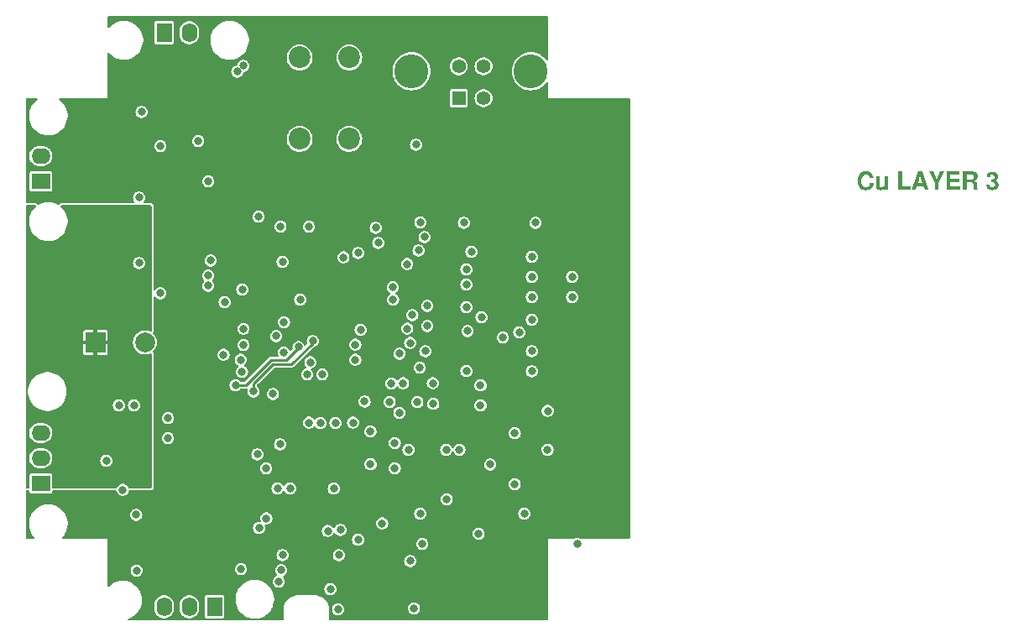
<source format=gbr>
%TF.GenerationSoftware,KiCad,Pcbnew,8.0.5-8.0.5-0~ubuntu22.04.1*%
%TF.CreationDate,2024-09-14T12:25:01-07:00*%
%TF.ProjectId,IMU-2X,494d552d-3258-42e6-9b69-6361645f7063,2*%
%TF.SameCoordinates,Original*%
%TF.FileFunction,Copper,L3,Inr*%
%TF.FilePolarity,Positive*%
%FSLAX46Y46*%
G04 Gerber Fmt 4.6, Leading zero omitted, Abs format (unit mm)*
G04 Created by KiCad (PCBNEW 8.0.5-8.0.5-0~ubuntu22.04.1) date 2024-09-14 12:25:01*
%MOMM*%
%LPD*%
G01*
G04 APERTURE LIST*
%ADD10C,0.300000*%
%TA.AperFunction,NonConductor*%
%ADD11C,0.300000*%
%TD*%
%TA.AperFunction,ComponentPad*%
%ADD12R,1.905000X1.600200*%
%TD*%
%TA.AperFunction,ComponentPad*%
%ADD13O,1.905000X1.600200*%
%TD*%
%TA.AperFunction,ComponentPad*%
%ADD14C,2.200000*%
%TD*%
%TA.AperFunction,ComponentPad*%
%ADD15R,1.600200X1.905000*%
%TD*%
%TA.AperFunction,ComponentPad*%
%ADD16O,1.600200X1.905000*%
%TD*%
%TA.AperFunction,ComponentPad*%
%ADD17R,1.400000X1.400000*%
%TD*%
%TA.AperFunction,ComponentPad*%
%ADD18C,1.400000*%
%TD*%
%TA.AperFunction,ComponentPad*%
%ADD19C,3.429000*%
%TD*%
%TA.AperFunction,ComponentPad*%
%ADD20R,2.000000X2.000000*%
%TD*%
%TA.AperFunction,ComponentPad*%
%ADD21C,2.000000*%
%TD*%
%TA.AperFunction,ViaPad*%
%ADD22C,0.812800*%
%TD*%
%TA.AperFunction,Conductor*%
%ADD23C,0.254000*%
%TD*%
G04 APERTURE END LIST*
D10*
D11*
G36*
X214698400Y-88027224D02*
G01*
X214670320Y-87932770D01*
X214630046Y-87854324D01*
X214565624Y-87781322D01*
X214483645Y-87731374D01*
X214384109Y-87704478D01*
X214307997Y-87699355D01*
X214215208Y-87707501D01*
X214131769Y-87731938D01*
X214047861Y-87779816D01*
X213976167Y-87848973D01*
X213960152Y-87869586D01*
X213911420Y-87950231D01*
X213874656Y-88043594D01*
X213852672Y-88133741D01*
X213839481Y-88233232D01*
X213835206Y-88323278D01*
X213835084Y-88342065D01*
X213838042Y-88431980D01*
X213849401Y-88531481D01*
X213869279Y-88621821D01*
X213903236Y-88715641D01*
X213948790Y-88796992D01*
X213956244Y-88807596D01*
X214014033Y-88872911D01*
X214091326Y-88927914D01*
X214180614Y-88961963D01*
X214268583Y-88974567D01*
X214295404Y-88975222D01*
X214388315Y-88967699D01*
X214478578Y-88941694D01*
X214555185Y-88897114D01*
X214575504Y-88880118D01*
X214632662Y-88812875D01*
X214672772Y-88730026D01*
X214694295Y-88642118D01*
X214698400Y-88610006D01*
X215063616Y-88610006D01*
X215053356Y-88704567D01*
X215033701Y-88792830D01*
X215004654Y-88874795D01*
X214957397Y-88964840D01*
X214896613Y-89045817D01*
X214835628Y-89106370D01*
X214752376Y-89168797D01*
X214675979Y-89210953D01*
X214593200Y-89244140D01*
X214504038Y-89268357D01*
X214408494Y-89283605D01*
X214306567Y-89289884D01*
X214285416Y-89290063D01*
X214192877Y-89286060D01*
X214105250Y-89274050D01*
X214002626Y-89247778D01*
X213907677Y-89208995D01*
X213820405Y-89157702D01*
X213740808Y-89093898D01*
X213682657Y-89033848D01*
X213618478Y-88949285D01*
X213565177Y-88855732D01*
X213530368Y-88774416D01*
X213502521Y-88687346D01*
X213481636Y-88594522D01*
X213467712Y-88495944D01*
X213460750Y-88391612D01*
X213459880Y-88337289D01*
X213463395Y-88229449D01*
X213473939Y-88127403D01*
X213491514Y-88031153D01*
X213516117Y-87940697D01*
X213547751Y-87856036D01*
X213586414Y-87777170D01*
X213644628Y-87686736D01*
X213684829Y-87636821D01*
X213759163Y-87562634D01*
X213841299Y-87501020D01*
X213931240Y-87451981D01*
X214028983Y-87415516D01*
X214134529Y-87391625D01*
X214224585Y-87381566D01*
X214295404Y-87379303D01*
X214393393Y-87383522D01*
X214485699Y-87396181D01*
X214572323Y-87417280D01*
X214668770Y-87453737D01*
X214757035Y-87502348D01*
X214824337Y-87552140D01*
X214895456Y-87621371D01*
X214953782Y-87699762D01*
X214999313Y-87787314D01*
X215032051Y-87884026D01*
X215049559Y-87971616D01*
X215055800Y-88027224D01*
X214698400Y-88027224D01*
G37*
G36*
X216524914Y-89232741D02*
G01*
X216174897Y-89232741D01*
X216174897Y-89072497D01*
X216116460Y-89146436D01*
X216049931Y-89205077D01*
X215962087Y-89254156D01*
X215878027Y-89279652D01*
X215785875Y-89289851D01*
X215769729Y-89290063D01*
X215680276Y-89284203D01*
X215589291Y-89263155D01*
X215510303Y-89226799D01*
X215435780Y-89167601D01*
X215378262Y-89090781D01*
X215342937Y-89009173D01*
X215322486Y-88915026D01*
X215316792Y-88822361D01*
X215316792Y-87882180D01*
X215667243Y-87882180D01*
X215667243Y-88749839D01*
X215678007Y-88844428D01*
X215716670Y-88924081D01*
X215793777Y-88977421D01*
X215892192Y-88992593D01*
X215980863Y-88982394D01*
X216060935Y-88948329D01*
X216097164Y-88920071D01*
X216150302Y-88847470D01*
X216173683Y-88756584D01*
X216174897Y-88727257D01*
X216174897Y-87882180D01*
X216524914Y-87882180D01*
X216524914Y-89232741D01*
G37*
G36*
X217946259Y-87409267D02*
G01*
X217946259Y-88920071D01*
X218819130Y-88920071D01*
X218819130Y-89232741D01*
X217571055Y-89232741D01*
X217571055Y-87409267D01*
X217946259Y-87409267D01*
G37*
G36*
X220630009Y-89232741D02*
G01*
X220244818Y-89232741D01*
X220124961Y-88864919D01*
X219441864Y-88864919D01*
X219319401Y-89232741D01*
X218936815Y-89232741D01*
X219178447Y-88552249D01*
X219546956Y-88552249D01*
X220022040Y-88552249D01*
X219784498Y-87839622D01*
X219546956Y-88552249D01*
X219178447Y-88552249D01*
X219584302Y-87409267D01*
X219999893Y-87409267D01*
X220630009Y-89232741D01*
G37*
G36*
X221650964Y-88557460D02*
G01*
X221650964Y-89232741D01*
X221275760Y-89232741D01*
X221275760Y-88557460D01*
X220670396Y-87409267D01*
X221088158Y-87409267D01*
X221460756Y-88214826D01*
X221808167Y-87409267D01*
X222228534Y-87409267D01*
X221650964Y-88557460D01*
G37*
G36*
X222820436Y-88447157D02*
G01*
X222820436Y-88920071D01*
X223808386Y-88920071D01*
X223808386Y-89232741D01*
X222445232Y-89232741D01*
X222445232Y-87409267D01*
X223763223Y-87409267D01*
X223763223Y-87721937D01*
X222820436Y-87721937D01*
X222820436Y-88134487D01*
X223693306Y-88134487D01*
X223693306Y-88447157D01*
X222820436Y-88447157D01*
G37*
G36*
X225170423Y-87414911D02*
G01*
X225260051Y-87433944D01*
X225320058Y-87457036D01*
X225399035Y-87504272D01*
X225462438Y-87567796D01*
X225472485Y-87582104D01*
X225516563Y-87659837D01*
X225546310Y-87738439D01*
X225563930Y-87823792D01*
X225568891Y-87902156D01*
X225561375Y-88000162D01*
X225538824Y-88087906D01*
X225491918Y-88179651D01*
X225423364Y-88256617D01*
X225349698Y-88309467D01*
X225260998Y-88352054D01*
X225342830Y-88387392D01*
X225361313Y-88396348D01*
X225427321Y-88450197D01*
X225472485Y-88517508D01*
X225491538Y-88603626D01*
X225495067Y-88627377D01*
X225504883Y-88716582D01*
X225508529Y-88785015D01*
X225510972Y-88874302D01*
X225512926Y-88969365D01*
X225513740Y-89015174D01*
X225531393Y-89100435D01*
X225594079Y-89164995D01*
X225594079Y-89232741D01*
X225191082Y-89232741D01*
X225155583Y-89149489D01*
X225145050Y-89107673D01*
X225135920Y-89018818D01*
X225133770Y-88927984D01*
X225133759Y-88920071D01*
X225134785Y-88832164D01*
X225135930Y-88802385D01*
X225138536Y-88727257D01*
X225127980Y-88639078D01*
X225083385Y-88561369D01*
X225006128Y-88521046D01*
X224913793Y-88509742D01*
X224906205Y-88509691D01*
X224475850Y-88509691D01*
X224475850Y-89232741D01*
X224100646Y-89232741D01*
X224100646Y-88197021D01*
X224475850Y-88197021D01*
X224928352Y-88197021D01*
X225018611Y-88190365D01*
X225104985Y-88163323D01*
X225127245Y-88149687D01*
X225177077Y-88077056D01*
X225192649Y-87989952D01*
X225193688Y-87954702D01*
X225184527Y-87862754D01*
X225143815Y-87781383D01*
X225128548Y-87768403D01*
X225045929Y-87733553D01*
X224953061Y-87722345D01*
X224928352Y-87721937D01*
X224475850Y-87721937D01*
X224475850Y-88197021D01*
X224100646Y-88197021D01*
X224100646Y-87409267D01*
X225078608Y-87409267D01*
X225170423Y-87414911D01*
G37*
G36*
X226483017Y-87987272D02*
G01*
X226487584Y-87896478D01*
X226502983Y-87806209D01*
X226521666Y-87744519D01*
X226559308Y-87661208D01*
X226611691Y-87587166D01*
X226618941Y-87579498D01*
X226687575Y-87522226D01*
X226757906Y-87483092D01*
X226840692Y-87451197D01*
X226909464Y-87434454D01*
X226996333Y-87423939D01*
X227058416Y-87421861D01*
X227151291Y-87426486D01*
X227250306Y-87443577D01*
X227339263Y-87473260D01*
X227418162Y-87515536D01*
X227468361Y-87553442D01*
X227535238Y-87624553D01*
X227583007Y-87706738D01*
X227611668Y-87799996D01*
X227621073Y-87890681D01*
X227621222Y-87904328D01*
X227613466Y-87991737D01*
X227587560Y-88075679D01*
X227566071Y-88116248D01*
X227510151Y-88186364D01*
X227438813Y-88247779D01*
X227388457Y-88282137D01*
X227466620Y-88325610D01*
X227538562Y-88380198D01*
X227599575Y-88447887D01*
X227608628Y-88461054D01*
X227648434Y-88539947D01*
X227671717Y-88630335D01*
X227678545Y-88722481D01*
X227672606Y-88816287D01*
X227654789Y-88902612D01*
X227618991Y-88993870D01*
X227567026Y-89074945D01*
X227509616Y-89136334D01*
X227430435Y-89196234D01*
X227340323Y-89241422D01*
X227254385Y-89268445D01*
X227160416Y-89284659D01*
X227058416Y-89290063D01*
X226960056Y-89284567D01*
X226869512Y-89268079D01*
X226786784Y-89240598D01*
X226700149Y-89194644D01*
X226624152Y-89133728D01*
X226561251Y-89060137D01*
X226513519Y-88976155D01*
X226480956Y-88881783D01*
X226465119Y-88792623D01*
X226460435Y-88712492D01*
X226800464Y-88712492D01*
X226814423Y-88806797D01*
X226851587Y-88892159D01*
X226921591Y-88957197D01*
X227006936Y-88985651D01*
X227065799Y-88989987D01*
X227152492Y-88977660D01*
X227230626Y-88936812D01*
X227254703Y-88915294D01*
X227305170Y-88841411D01*
X227327375Y-88751237D01*
X227328528Y-88722481D01*
X227315392Y-88631394D01*
X227275982Y-88553552D01*
X227210225Y-88490873D01*
X227135715Y-88457145D01*
X227049514Y-88444117D01*
X226955493Y-88439928D01*
X226930743Y-88439775D01*
X226930743Y-88204838D01*
X226960707Y-88204838D01*
X227050032Y-88198297D01*
X227137238Y-88173177D01*
X227211423Y-88120060D01*
X227255934Y-88041300D01*
X227270468Y-87953382D01*
X227270771Y-87936897D01*
X227259716Y-87850072D01*
X227216568Y-87769672D01*
X227213014Y-87765797D01*
X227138627Y-87718020D01*
X227050600Y-87704566D01*
X226959893Y-87715497D01*
X226880860Y-87759906D01*
X226862998Y-87782299D01*
X226827944Y-87865313D01*
X226812531Y-87952114D01*
X226808280Y-88017236D01*
X226483017Y-88017236D01*
X226483017Y-87987272D01*
G37*
D12*
%TO.N,GND2*%
%TO.C,J5*%
X131064000Y-118872000D03*
D13*
%TO.N,/PWM-Heading/5V_RATE*%
X131064000Y-116332000D03*
%TO.N,Net-(J5-Pin_3)*%
X131064000Y-113792000D03*
%TD*%
D14*
%TO.N,/V_{BAT}*%
%TO.C,J2*%
X162178500Y-75910500D03*
%TO.N,GND*%
X157178500Y-75910500D03*
%TO.N,/V_{BAT}*%
X162178500Y-84110500D03*
%TO.N,GND*%
X157178500Y-84110500D03*
%TD*%
D15*
%TO.N,GND2*%
%TO.C,J7*%
X148590000Y-131318000D03*
D16*
%TO.N,/PWM-Heading/5V_HDG*%
X146050000Y-131318000D03*
%TO.N,Net-(J7-Pin_3)*%
X143510000Y-131318000D03*
%TD*%
D15*
%TO.N,/CAN_L*%
%TO.C,J1*%
X143510000Y-73406000D03*
D16*
%TO.N,/CAN_H*%
X146050000Y-73406000D03*
%TD*%
D17*
%TO.N,Net-(J3-VBUS)*%
%TO.C,J3*%
X173228000Y-80010000D03*
D18*
%TO.N,/USB_D-*%
X175728000Y-80010000D03*
%TO.N,/USB_D+*%
X175728000Y-76810000D03*
%TO.N,GND*%
X173228000Y-76810000D03*
D19*
X180498000Y-77300000D03*
X168458000Y-77300000D03*
%TD*%
D12*
%TO.N,/CAN_L*%
%TO.C,J4*%
X131064000Y-88392000D03*
D13*
%TO.N,/CAN_H*%
X131064000Y-85852000D03*
%TD*%
D20*
%TO.N,/Power Supply/V_{BAT_MON}*%
%TO.C,C5*%
X136570323Y-104648000D03*
D21*
%TO.N,GND*%
X141570323Y-104648000D03*
%TD*%
D22*
%TO.N,+3V3*%
X184023000Y-122809000D03*
X169895020Y-99060000D03*
X161823400Y-119405400D03*
X169494200Y-123444000D03*
X145669000Y-102235000D03*
X160401000Y-127635000D03*
X145669000Y-100584000D03*
X150876000Y-122047000D03*
X184658000Y-101600000D03*
X161671000Y-90170000D03*
X184658000Y-103124000D03*
X155524200Y-100304600D03*
X160959800Y-107873800D03*
X162814000Y-100634800D03*
X152908000Y-111252000D03*
X161671000Y-89154000D03*
X167670000Y-118900000D03*
X165074600Y-126669800D03*
X155092400Y-107619800D03*
X177800000Y-123952000D03*
X143383000Y-109728000D03*
X138430000Y-82423000D03*
X138500000Y-88265000D03*
X143383000Y-108839000D03*
X182245000Y-120142000D03*
X142875000Y-97917000D03*
X169926000Y-97536000D03*
X162483800Y-107899200D03*
%TO.N,GND*%
X140970000Y-96647000D03*
X143129000Y-84836000D03*
X143891000Y-112268000D03*
X173990000Y-101092000D03*
X162788600Y-106400600D03*
X160274000Y-129540000D03*
X168910000Y-84709000D03*
X173736000Y-92583000D03*
X180975000Y-92583000D03*
X175420000Y-108990000D03*
X138938000Y-110998000D03*
X173294877Y-115473980D03*
X162788600Y-104876600D03*
X168148000Y-115473980D03*
X174000900Y-107548920D03*
X168325800Y-126695200D03*
X180594000Y-100076000D03*
X158115000Y-92964000D03*
X180594000Y-96012000D03*
X151257000Y-127508000D03*
X178880000Y-113820000D03*
X185166000Y-124968000D03*
X143891000Y-114300000D03*
X175420000Y-110998000D03*
X171958000Y-115473980D03*
X172008800Y-120472200D03*
X149606000Y-100584000D03*
X151358600Y-107619800D03*
X166598600Y-100330000D03*
X182190000Y-115470000D03*
X155321000Y-127635000D03*
X180594000Y-98044000D03*
X155244800Y-92964000D03*
X182200000Y-111570000D03*
X147955000Y-97917000D03*
X152908000Y-115951000D03*
X141224000Y-81407000D03*
X139333170Y-119521170D03*
X163733980Y-110617000D03*
X173990000Y-97282000D03*
X149504753Y-105892953D03*
X151384000Y-99314000D03*
X180594000Y-102362000D03*
X173990000Y-98806000D03*
X169545000Y-124968000D03*
X166573200Y-99085400D03*
X143129000Y-99695000D03*
X178860000Y-118950000D03*
X174117000Y-103505000D03*
X180594000Y-107569000D03*
X155448000Y-96520000D03*
X160619998Y-119408001D03*
X158267400Y-106654600D03*
%TO.N,+5V*%
X146939000Y-84328000D03*
X147955000Y-88392000D03*
%TO.N,/V_{BAT}*%
X151474497Y-76744503D03*
X150876000Y-77343000D03*
X140970000Y-90043000D03*
%TO.N,/Power Supply/V_{BAT_MON}*%
X137668000Y-99060000D03*
X137668000Y-98044000D03*
X138938000Y-116586000D03*
%TO.N,/T_SWDIO*%
X152527000Y-109601000D03*
X161290000Y-123571000D03*
X158496000Y-104521000D03*
%TO.N,/T_SWCLK*%
X157061502Y-105118502D03*
X150718020Y-108966000D03*
X160020000Y-123672600D03*
%TO.N,/~{T_NRST}*%
X156210000Y-119380000D03*
X155591490Y-102599510D03*
X155194000Y-114935000D03*
X169341800Y-121920000D03*
%TO.N,/T_VCP_RX*%
X153797000Y-117348000D03*
X159273693Y-112798569D03*
%TO.N,/T_VCP_TX*%
X154940000Y-119380000D03*
X158115000Y-112744520D03*
%TO.N,/SCK_TDK*%
X170650000Y-110850000D03*
%TO.N,/~{CS_TDK}*%
X170612037Y-108763037D03*
%TO.N,/TDK_PWR_EN*%
X169291353Y-107188353D03*
%TO.N,/LED1_RED*%
X154813000Y-104013000D03*
X148209000Y-96393000D03*
%TO.N,/LED1_GRN*%
X151511000Y-103275900D03*
X147955000Y-98933000D03*
%TO.N,/LED2_RED*%
X151231600Y-106400600D03*
X155448000Y-126111000D03*
X153822400Y-122402600D03*
%TO.N,/LED2_GRN*%
X153091380Y-123367800D03*
X155067000Y-128778000D03*
X151511000Y-104902000D03*
%TO.N,/MOSI_TDK*%
X169051707Y-110678493D03*
%TO.N,/MISO_TDK*%
X164320000Y-113639600D03*
%TO.N,/INT_TDK*%
X166250490Y-110675290D03*
X155569004Y-105652177D03*
%TO.N,/FSYNC_TDK*%
X167609194Y-108768380D03*
%TO.N,/MOSI_DUE*%
X164846000Y-93091000D03*
X169350000Y-92552020D03*
%TO.N,/~{CS_DUE}*%
X169775000Y-94025000D03*
X165100000Y-94615000D03*
%TO.N,/SCK_DUE*%
X169164000Y-95377000D03*
X163068000Y-95631000D03*
%TO.N,/MISO_DUE*%
X161598590Y-96066590D03*
X168021000Y-96743520D03*
%TO.N,/~{RESET_UNO}*%
X169849300Y-105537000D03*
X154482300Y-109855000D03*
%TO.N,/MOSI_UNO*%
X168029910Y-103259910D03*
X175514000Y-102108000D03*
%TO.N,/~{CS_UNO}*%
X180594000Y-105537000D03*
X166435014Y-108791166D03*
%TO.N,/SCK_UNO*%
X177673000Y-104140000D03*
X168329590Y-104702590D03*
%TO.N,/MISO_UNO*%
X179324000Y-103632000D03*
X167250090Y-105782090D03*
%TO.N,/~{RESET_DUE}*%
X168550000Y-101900000D03*
X174498000Y-95504000D03*
%TO.N,/~{CS_TDK_ST}*%
X176403000Y-116967000D03*
X164331420Y-116942600D03*
%TO.N,/MOSI_TDK_ST*%
X166770000Y-117346480D03*
X166770000Y-114800000D03*
%TO.N,Net-(U3-VOUT)*%
X153035000Y-91948000D03*
%TO.N,/PWM-Heading/5V_ISO*%
X140690600Y-122047000D03*
%TO.N,GND2*%
X140741400Y-127660400D03*
%TO.N,Net-(R26-Pad2)*%
X161137600Y-126111000D03*
%TO.N,/PWM_RATE*%
X160782000Y-112776000D03*
X163068000Y-124567180D03*
%TO.N,/PWM_HEADING*%
X162560000Y-112744520D03*
X165506400Y-122910600D03*
%TO.N,Net-(U5-VDDA-DUE)*%
X184658000Y-98044000D03*
%TO.N,Net-(U7-PB8{slash}BOOT0)*%
X157226000Y-100330000D03*
%TO.N,Net-(U5-VDDD-UNO)*%
X184658000Y-100076000D03*
%TO.N,Net-(U5-VDDD-DUE)*%
X170053000Y-100965000D03*
%TO.N,Net-(U5-VDDA-UNO)*%
X170053000Y-102997000D03*
%TO.N,Net-(U7-PA8{slash}ADC5_IN1)*%
X163322000Y-103378000D03*
%TO.N,Net-(U7-VREF+{slash}VREFBUF_OUT)*%
X157937200Y-107873800D03*
X159461200Y-107873800D03*
%TO.N,Net-(U10-VCCB)*%
X167246210Y-111747210D03*
%TO.N,Net-(C40-Pad2)*%
X179832000Y-121920000D03*
%TO.N,Net-(C43-Pad1)*%
X175224000Y-123952000D03*
%TO.N,Net-(D6-KA)*%
X161061400Y-131572000D03*
%TO.N,Net-(D7-KA)*%
X168706800Y-131470400D03*
%TO.N,Net-(U9-FB)*%
X140462000Y-110998000D03*
%TO.N,Net-(U9-EN)*%
X137668000Y-116586000D03*
%TD*%
D23*
%TO.N,/T_SWDIO*%
X156335703Y-106878120D02*
X154455106Y-106878120D01*
X152527000Y-108806226D02*
X152527000Y-109601000D01*
X158496000Y-104521000D02*
X158496000Y-104717823D01*
X154455106Y-106878120D02*
X152527000Y-108806226D01*
X158496000Y-104717823D02*
X156335703Y-106878120D01*
%TO.N,/T_SWCLK*%
X155829000Y-106426000D02*
X154267832Y-106426000D01*
X151727832Y-108966000D02*
X150718020Y-108966000D01*
X154267832Y-106426000D02*
X151727832Y-108966000D01*
X157061502Y-105193498D02*
X155829000Y-106426000D01*
X157061502Y-105118502D02*
X157061502Y-105193498D01*
%TD*%
%TA.AperFunction,Conductor*%
%TO.N,/Power Supply/V_{BAT_MON}*%
G36*
X130533394Y-90824213D02*
G01*
X130569939Y-90874513D01*
X130569939Y-90936687D01*
X130537829Y-90982124D01*
X130538475Y-90982860D01*
X130536003Y-90985027D01*
X130355029Y-91166001D01*
X130199245Y-91369023D01*
X130199240Y-91369030D01*
X130071278Y-91590664D01*
X129973342Y-91827104D01*
X129973341Y-91827106D01*
X129907104Y-92074305D01*
X129907103Y-92074313D01*
X129873700Y-92328037D01*
X129873700Y-92583962D01*
X129907103Y-92837686D01*
X129907104Y-92837694D01*
X129973341Y-93084893D01*
X129973342Y-93084895D01*
X130071278Y-93321335D01*
X130199240Y-93542969D01*
X130199245Y-93542976D01*
X130355029Y-93745998D01*
X130536001Y-93926970D01*
X130739023Y-94082754D01*
X130739030Y-94082759D01*
X130960664Y-94210721D01*
X131197104Y-94308657D01*
X131197106Y-94308658D01*
X131339829Y-94346900D01*
X131444308Y-94374896D01*
X131655750Y-94402732D01*
X131698038Y-94408300D01*
X131698039Y-94408300D01*
X131953962Y-94408300D01*
X131990208Y-94403528D01*
X132207692Y-94374896D01*
X132454893Y-94308658D01*
X132691333Y-94210722D01*
X132912967Y-94082761D01*
X133116003Y-93926966D01*
X133296966Y-93746003D01*
X133452761Y-93542967D01*
X133580722Y-93321333D01*
X133678658Y-93084893D01*
X133744896Y-92837692D01*
X133778300Y-92583961D01*
X133778300Y-92328039D01*
X133744896Y-92074308D01*
X133678658Y-91827107D01*
X133580722Y-91590667D01*
X133580721Y-91590664D01*
X133452759Y-91369030D01*
X133452754Y-91369023D01*
X133296970Y-91166001D01*
X133115996Y-90985027D01*
X133113525Y-90982860D01*
X133114205Y-90982083D01*
X133081277Y-90934164D01*
X133082910Y-90872012D01*
X133120763Y-90822688D01*
X133177737Y-90805000D01*
X142099755Y-90805000D01*
X142125791Y-90808428D01*
X142150461Y-90815038D01*
X142195560Y-90841075D01*
X142203924Y-90849439D01*
X142229960Y-90894534D01*
X142236571Y-90919204D01*
X142240000Y-90945244D01*
X142240000Y-103469706D01*
X142220787Y-103528837D01*
X142170487Y-103565382D01*
X142108313Y-103565382D01*
X142103059Y-103563513D01*
X141901140Y-103485289D01*
X141901135Y-103485288D01*
X141681864Y-103444300D01*
X141681862Y-103444300D01*
X141458784Y-103444300D01*
X141458782Y-103444300D01*
X141239510Y-103485288D01*
X141239505Y-103485289D01*
X141031492Y-103565874D01*
X141031488Y-103565876D01*
X140914053Y-103638588D01*
X140841824Y-103683311D01*
X140841823Y-103683312D01*
X140841814Y-103683318D01*
X140676967Y-103833597D01*
X140619797Y-103909302D01*
X140542532Y-104011619D01*
X140542530Y-104011623D01*
X140542529Y-104011623D01*
X140443098Y-104211306D01*
X140443097Y-104211308D01*
X140382049Y-104425870D01*
X140382048Y-104425873D01*
X140361466Y-104648000D01*
X140382048Y-104870126D01*
X140382049Y-104870129D01*
X140443097Y-105084691D01*
X140443098Y-105084693D01*
X140542529Y-105284376D01*
X140542530Y-105284377D01*
X140542532Y-105284381D01*
X140676967Y-105462402D01*
X140841814Y-105612681D01*
X140841818Y-105612684D01*
X140841824Y-105612689D01*
X141031489Y-105730124D01*
X141239504Y-105810710D01*
X141293037Y-105820717D01*
X141458782Y-105851700D01*
X141458784Y-105851700D01*
X141681863Y-105851700D01*
X141764594Y-105836234D01*
X141901142Y-105810710D01*
X142103060Y-105732485D01*
X142165137Y-105729040D01*
X142217385Y-105762741D01*
X142239845Y-105820717D01*
X142240000Y-105826292D01*
X142240000Y-119239755D01*
X142236571Y-119265795D01*
X142229960Y-119290465D01*
X142203924Y-119335560D01*
X142195560Y-119343924D01*
X142150465Y-119369960D01*
X142125795Y-119376571D01*
X142099755Y-119380000D01*
X140001572Y-119380000D01*
X139942441Y-119360787D01*
X139907509Y-119315073D01*
X139905770Y-119310487D01*
X139877354Y-119235560D01*
X139793190Y-119113627D01*
X139793186Y-119113623D01*
X139682291Y-119015379D01*
X139551105Y-118946528D01*
X139551107Y-118946528D01*
X139407250Y-118911070D01*
X139259090Y-118911070D01*
X139259089Y-118911070D01*
X139115233Y-118946528D01*
X138984048Y-119015379D01*
X138873153Y-119113623D01*
X138873149Y-119113627D01*
X138788986Y-119235558D01*
X138788986Y-119235559D01*
X138758831Y-119315073D01*
X138719898Y-119363549D01*
X138664768Y-119380000D01*
X132320800Y-119380000D01*
X132261669Y-119360787D01*
X132225124Y-119310487D01*
X132220200Y-119279400D01*
X132220200Y-118051836D01*
X132208381Y-117992420D01*
X132163360Y-117925040D01*
X132095980Y-117880019D01*
X132095979Y-117880018D01*
X132048382Y-117870550D01*
X132036564Y-117868200D01*
X130091436Y-117868200D01*
X130081578Y-117870160D01*
X130032020Y-117880018D01*
X129964640Y-117925040D01*
X129919618Y-117992420D01*
X129907800Y-118051836D01*
X129907800Y-119279400D01*
X129888587Y-119338531D01*
X129838287Y-119375076D01*
X129807200Y-119380000D01*
X129680245Y-119380000D01*
X129654207Y-119376572D01*
X129640497Y-119372898D01*
X129629535Y-119369961D01*
X129584439Y-119343924D01*
X129576075Y-119335560D01*
X129550038Y-119290461D01*
X129543428Y-119265791D01*
X129540000Y-119239755D01*
X129540000Y-116233134D01*
X129907800Y-116233134D01*
X129907800Y-116430865D01*
X129946375Y-116624800D01*
X130022042Y-116807474D01*
X130022044Y-116807478D01*
X130064896Y-116871610D01*
X130131896Y-116971883D01*
X130131898Y-116971885D01*
X130271715Y-117111702D01*
X130436122Y-117221556D01*
X130527462Y-117259390D01*
X130618799Y-117297224D01*
X130618800Y-117297224D01*
X130618802Y-117297225D01*
X130812734Y-117335800D01*
X130812735Y-117335800D01*
X131315265Y-117335800D01*
X131315266Y-117335800D01*
X131509198Y-117297225D01*
X131691878Y-117221556D01*
X131856285Y-117111702D01*
X131996102Y-116971885D01*
X132105956Y-116807478D01*
X132181625Y-116624798D01*
X132189343Y-116585996D01*
X137053419Y-116585996D01*
X137053419Y-116586003D01*
X137071276Y-116733073D01*
X137071277Y-116733075D01*
X137071277Y-116733076D01*
X137071278Y-116733079D01*
X137099494Y-116807478D01*
X137123816Y-116871610D01*
X137123816Y-116871611D01*
X137207979Y-116993542D01*
X137207980Y-116993543D01*
X137318878Y-117091790D01*
X137450063Y-117160641D01*
X137450064Y-117160641D01*
X137450067Y-117160643D01*
X137593920Y-117196100D01*
X137593924Y-117196100D01*
X137742076Y-117196100D01*
X137742080Y-117196100D01*
X137885933Y-117160643D01*
X138017122Y-117091790D01*
X138128020Y-116993543D01*
X138212184Y-116871610D01*
X138264722Y-116733079D01*
X138282581Y-116586000D01*
X138264722Y-116438921D01*
X138212184Y-116300390D01*
X138128020Y-116178457D01*
X138128016Y-116178453D01*
X138017121Y-116080209D01*
X137885935Y-116011358D01*
X137885937Y-116011358D01*
X137742080Y-115975900D01*
X137593920Y-115975900D01*
X137593919Y-115975900D01*
X137450063Y-116011358D01*
X137318878Y-116080209D01*
X137207983Y-116178453D01*
X137207979Y-116178457D01*
X137123816Y-116300388D01*
X137123816Y-116300389D01*
X137071277Y-116438924D01*
X137071276Y-116438926D01*
X137053419Y-116585996D01*
X132189343Y-116585996D01*
X132220200Y-116430866D01*
X132220200Y-116233134D01*
X132181625Y-116039202D01*
X132105956Y-115856522D01*
X131996102Y-115692115D01*
X131856285Y-115552298D01*
X131856283Y-115552296D01*
X131774638Y-115497743D01*
X131691878Y-115442444D01*
X131691875Y-115442442D01*
X131691874Y-115442442D01*
X131509200Y-115366775D01*
X131379910Y-115341058D01*
X131315266Y-115328200D01*
X130812734Y-115328200D01*
X130764251Y-115337843D01*
X130618799Y-115366775D01*
X130436125Y-115442442D01*
X130271716Y-115552296D01*
X130271715Y-115552298D01*
X130131898Y-115692115D01*
X130131896Y-115692116D01*
X130022042Y-115856525D01*
X129946375Y-116039199D01*
X129907800Y-116233134D01*
X129540000Y-116233134D01*
X129540000Y-113693134D01*
X129907800Y-113693134D01*
X129907800Y-113890865D01*
X129946375Y-114084800D01*
X130022042Y-114267474D01*
X130022044Y-114267478D01*
X130077343Y-114350238D01*
X130131896Y-114431883D01*
X130131898Y-114431885D01*
X130271715Y-114571702D01*
X130436122Y-114681556D01*
X130527462Y-114719390D01*
X130618799Y-114757224D01*
X130618800Y-114757224D01*
X130618802Y-114757225D01*
X130812734Y-114795800D01*
X130812735Y-114795800D01*
X131315265Y-114795800D01*
X131315266Y-114795800D01*
X131509198Y-114757225D01*
X131691878Y-114681556D01*
X131856285Y-114571702D01*
X131996102Y-114431885D01*
X132105956Y-114267478D01*
X132181625Y-114084798D01*
X132220200Y-113890866D01*
X132220200Y-113693134D01*
X132181625Y-113499202D01*
X132105956Y-113316522D01*
X131996102Y-113152115D01*
X131856285Y-113012298D01*
X131856283Y-113012296D01*
X131774638Y-112957743D01*
X131691878Y-112902444D01*
X131691875Y-112902442D01*
X131691874Y-112902442D01*
X131509200Y-112826775D01*
X131379910Y-112801058D01*
X131315266Y-112788200D01*
X130812734Y-112788200D01*
X130764251Y-112797843D01*
X130618799Y-112826775D01*
X130436125Y-112902442D01*
X130271716Y-113012296D01*
X130271715Y-113012298D01*
X130131898Y-113152115D01*
X130131896Y-113152116D01*
X130022042Y-113316525D01*
X129946375Y-113499199D01*
X129907800Y-113693134D01*
X129540000Y-113693134D01*
X129540000Y-109480037D01*
X129773700Y-109480037D01*
X129773700Y-109735962D01*
X129807103Y-109989686D01*
X129807104Y-109989694D01*
X129873341Y-110236893D01*
X129873342Y-110236895D01*
X129971278Y-110473335D01*
X130099240Y-110694969D01*
X130099245Y-110694976D01*
X130255029Y-110897998D01*
X130436001Y-111078970D01*
X130639023Y-111234754D01*
X130639030Y-111234759D01*
X130860664Y-111362721D01*
X131097104Y-111460657D01*
X131097106Y-111460658D01*
X131239829Y-111498900D01*
X131344308Y-111526896D01*
X131555750Y-111554732D01*
X131598038Y-111560300D01*
X131598039Y-111560300D01*
X131853962Y-111560300D01*
X131890208Y-111555528D01*
X132107692Y-111526896D01*
X132354893Y-111460658D01*
X132591333Y-111362722D01*
X132812967Y-111234761D01*
X133016003Y-111078966D01*
X133096973Y-110997996D01*
X138323419Y-110997996D01*
X138323419Y-110998003D01*
X138341276Y-111145073D01*
X138341277Y-111145075D01*
X138341277Y-111145076D01*
X138341278Y-111145079D01*
X138375289Y-111234759D01*
X138393816Y-111283610D01*
X138393816Y-111283611D01*
X138477979Y-111405542D01*
X138477980Y-111405543D01*
X138588878Y-111503790D01*
X138720063Y-111572641D01*
X138720064Y-111572641D01*
X138720067Y-111572643D01*
X138863920Y-111608100D01*
X138863924Y-111608100D01*
X139012076Y-111608100D01*
X139012080Y-111608100D01*
X139155933Y-111572643D01*
X139287122Y-111503790D01*
X139398020Y-111405543D01*
X139482184Y-111283610D01*
X139534722Y-111145079D01*
X139534723Y-111145073D01*
X139552581Y-110998003D01*
X139552581Y-110997996D01*
X139847419Y-110997996D01*
X139847419Y-110998003D01*
X139865276Y-111145073D01*
X139865277Y-111145075D01*
X139865277Y-111145076D01*
X139865278Y-111145079D01*
X139899289Y-111234759D01*
X139917816Y-111283610D01*
X139917816Y-111283611D01*
X140001979Y-111405542D01*
X140001980Y-111405543D01*
X140112878Y-111503790D01*
X140244063Y-111572641D01*
X140244064Y-111572641D01*
X140244067Y-111572643D01*
X140387920Y-111608100D01*
X140387924Y-111608100D01*
X140536076Y-111608100D01*
X140536080Y-111608100D01*
X140679933Y-111572643D01*
X140811122Y-111503790D01*
X140922020Y-111405543D01*
X141006184Y-111283610D01*
X141058722Y-111145079D01*
X141058723Y-111145073D01*
X141076581Y-110998003D01*
X141076581Y-110997996D01*
X141058723Y-110850926D01*
X141058722Y-110850924D01*
X141058722Y-110850921D01*
X141006184Y-110712390D01*
X140994159Y-110694969D01*
X140922020Y-110590457D01*
X140922016Y-110590453D01*
X140811121Y-110492209D01*
X140679935Y-110423358D01*
X140679937Y-110423358D01*
X140536080Y-110387900D01*
X140387920Y-110387900D01*
X140387919Y-110387900D01*
X140244063Y-110423358D01*
X140112878Y-110492209D01*
X140001983Y-110590453D01*
X140001979Y-110590457D01*
X139917816Y-110712388D01*
X139917816Y-110712389D01*
X139865277Y-110850924D01*
X139865276Y-110850926D01*
X139847419Y-110997996D01*
X139552581Y-110997996D01*
X139534723Y-110850926D01*
X139534722Y-110850924D01*
X139534722Y-110850921D01*
X139482184Y-110712390D01*
X139470159Y-110694969D01*
X139398020Y-110590457D01*
X139398016Y-110590453D01*
X139287121Y-110492209D01*
X139155935Y-110423358D01*
X139155937Y-110423358D01*
X139012080Y-110387900D01*
X138863920Y-110387900D01*
X138863919Y-110387900D01*
X138720063Y-110423358D01*
X138588878Y-110492209D01*
X138477983Y-110590453D01*
X138477979Y-110590457D01*
X138393816Y-110712388D01*
X138393816Y-110712389D01*
X138341277Y-110850924D01*
X138341276Y-110850926D01*
X138323419Y-110997996D01*
X133096973Y-110997996D01*
X133196966Y-110898003D01*
X133233090Y-110850926D01*
X133352754Y-110694976D01*
X133352759Y-110694969D01*
X133352761Y-110694967D01*
X133480722Y-110473333D01*
X133578658Y-110236893D01*
X133644896Y-109989692D01*
X133678300Y-109735961D01*
X133678300Y-109480039D01*
X133644896Y-109226308D01*
X133578658Y-108979107D01*
X133480722Y-108742667D01*
X133480721Y-108742664D01*
X133352759Y-108521030D01*
X133352754Y-108521023D01*
X133196970Y-108318001D01*
X133015998Y-108137029D01*
X132812976Y-107981245D01*
X132812969Y-107981240D01*
X132591335Y-107853278D01*
X132354895Y-107755342D01*
X132354893Y-107755341D01*
X132107694Y-107689104D01*
X132107686Y-107689103D01*
X131853962Y-107655700D01*
X131853961Y-107655700D01*
X131598039Y-107655700D01*
X131598038Y-107655700D01*
X131344313Y-107689103D01*
X131344305Y-107689104D01*
X131097106Y-107755341D01*
X131097104Y-107755342D01*
X130860664Y-107853278D01*
X130639030Y-107981240D01*
X130639023Y-107981245D01*
X130436001Y-108137029D01*
X130255029Y-108318001D01*
X130099245Y-108521023D01*
X130099240Y-108521030D01*
X129971278Y-108742664D01*
X129873342Y-108979104D01*
X129873341Y-108979106D01*
X129807104Y-109226305D01*
X129807103Y-109226313D01*
X129773700Y-109480037D01*
X129540000Y-109480037D01*
X129540000Y-103622983D01*
X135316323Y-103622983D01*
X135316323Y-104457500D01*
X136103730Y-104457500D01*
X136070323Y-104582174D01*
X136070323Y-104713826D01*
X136103730Y-104838500D01*
X135316324Y-104838500D01*
X135316324Y-105673016D01*
X135331059Y-105747105D01*
X135387199Y-105831123D01*
X135471217Y-105887263D01*
X135545306Y-105901999D01*
X136379823Y-105901999D01*
X136379823Y-105114593D01*
X136504497Y-105148000D01*
X136636149Y-105148000D01*
X136760823Y-105114593D01*
X136760823Y-105901999D01*
X137595340Y-105901999D01*
X137669428Y-105887263D01*
X137753446Y-105831123D01*
X137809586Y-105747105D01*
X137824323Y-105673016D01*
X137824323Y-104838500D01*
X137036916Y-104838500D01*
X137070323Y-104713826D01*
X137070323Y-104582174D01*
X137036916Y-104457500D01*
X137824322Y-104457500D01*
X137824322Y-103622983D01*
X137809586Y-103548894D01*
X137753446Y-103464876D01*
X137669428Y-103408736D01*
X137595339Y-103394000D01*
X136760823Y-103394000D01*
X136760823Y-104181406D01*
X136636149Y-104148000D01*
X136504497Y-104148000D01*
X136379823Y-104181406D01*
X136379823Y-103394000D01*
X135545306Y-103394000D01*
X135471217Y-103408736D01*
X135387199Y-103464876D01*
X135331059Y-103548894D01*
X135316323Y-103622983D01*
X129540000Y-103622983D01*
X129540000Y-96646996D01*
X140355419Y-96646996D01*
X140355419Y-96647003D01*
X140373276Y-96794073D01*
X140373277Y-96794075D01*
X140373277Y-96794076D01*
X140373278Y-96794079D01*
X140425816Y-96932610D01*
X140425816Y-96932611D01*
X140509979Y-97054542D01*
X140509980Y-97054543D01*
X140620878Y-97152790D01*
X140752063Y-97221641D01*
X140752064Y-97221641D01*
X140752067Y-97221643D01*
X140895920Y-97257100D01*
X140895924Y-97257100D01*
X141044076Y-97257100D01*
X141044080Y-97257100D01*
X141187933Y-97221643D01*
X141319122Y-97152790D01*
X141430020Y-97054543D01*
X141514184Y-96932610D01*
X141566722Y-96794079D01*
X141584581Y-96647000D01*
X141566722Y-96499921D01*
X141514184Y-96361390D01*
X141430020Y-96239457D01*
X141430016Y-96239453D01*
X141319121Y-96141209D01*
X141187935Y-96072358D01*
X141187937Y-96072358D01*
X141044080Y-96036900D01*
X140895920Y-96036900D01*
X140895919Y-96036900D01*
X140752063Y-96072358D01*
X140620878Y-96141209D01*
X140509983Y-96239453D01*
X140509979Y-96239457D01*
X140425816Y-96361388D01*
X140425816Y-96361389D01*
X140373277Y-96499924D01*
X140373276Y-96499926D01*
X140355419Y-96646996D01*
X129540000Y-96646996D01*
X129540000Y-90945244D01*
X129543428Y-90919208D01*
X129550038Y-90894538D01*
X129576073Y-90849441D01*
X129584441Y-90841073D01*
X129629536Y-90815038D01*
X129654210Y-90808426D01*
X129680245Y-90805000D01*
X130474263Y-90805000D01*
X130533394Y-90824213D01*
G37*
%TD.AperFunction*%
%TD*%
%TA.AperFunction,Conductor*%
%TO.N,+3V3*%
G36*
X182130791Y-71758428D02*
G01*
X182155461Y-71765038D01*
X182200560Y-71791075D01*
X182208924Y-71799439D01*
X182234960Y-71844534D01*
X182241571Y-71869204D01*
X182245000Y-71895244D01*
X182245000Y-76130609D01*
X182225787Y-76189740D01*
X182175487Y-76226285D01*
X182113313Y-76226285D01*
X182063866Y-76190897D01*
X181951381Y-76040636D01*
X181757360Y-75846615D01*
X181537710Y-75682187D01*
X181537709Y-75682186D01*
X181438718Y-75628134D01*
X181296885Y-75550687D01*
X181296879Y-75550685D01*
X181296876Y-75550683D01*
X181296875Y-75550682D01*
X181039804Y-75454800D01*
X181039805Y-75454800D01*
X180771692Y-75396475D01*
X180771689Y-75396474D01*
X180771686Y-75396474D01*
X180498000Y-75376900D01*
X180224314Y-75396474D01*
X180224310Y-75396474D01*
X180224307Y-75396475D01*
X179956195Y-75454800D01*
X179699124Y-75550682D01*
X179699123Y-75550683D01*
X179699117Y-75550686D01*
X179699115Y-75550687D01*
X179641985Y-75581881D01*
X179458290Y-75682186D01*
X179458289Y-75682187D01*
X179238639Y-75846615D01*
X179044615Y-76040639D01*
X178880187Y-76260289D01*
X178880186Y-76260290D01*
X178781836Y-76440407D01*
X178771743Y-76458892D01*
X178748683Y-76501123D01*
X178748682Y-76501124D01*
X178652800Y-76758195D01*
X178594475Y-77026307D01*
X178594474Y-77026310D01*
X178594474Y-77026314D01*
X178574900Y-77300000D01*
X178594474Y-77573686D01*
X178594474Y-77573689D01*
X178594475Y-77573692D01*
X178652800Y-77841804D01*
X178748682Y-78098875D01*
X178748683Y-78098876D01*
X178748685Y-78098879D01*
X178748687Y-78098885D01*
X178826134Y-78240718D01*
X178880186Y-78339709D01*
X178880187Y-78339710D01*
X179044615Y-78559360D01*
X179238639Y-78753384D01*
X179458289Y-78917812D01*
X179458290Y-78917813D01*
X179458294Y-78917815D01*
X179699115Y-79049313D01*
X179699122Y-79049315D01*
X179699123Y-79049316D01*
X179699124Y-79049317D01*
X179956195Y-79145199D01*
X179956200Y-79145201D01*
X180224314Y-79203526D01*
X180498000Y-79223100D01*
X180771686Y-79203526D01*
X181039800Y-79145201D01*
X181207629Y-79082603D01*
X181296875Y-79049317D01*
X181296875Y-79049316D01*
X181296885Y-79049313D01*
X181537706Y-78917815D01*
X181757363Y-78753382D01*
X181951382Y-78559363D01*
X182018735Y-78469390D01*
X182063866Y-78409103D01*
X182114682Y-78373280D01*
X182176850Y-78374167D01*
X182226623Y-78411427D01*
X182245000Y-78469390D01*
X182245000Y-80010000D01*
X190359755Y-80010000D01*
X190385791Y-80013428D01*
X190410461Y-80020038D01*
X190455560Y-80046075D01*
X190463924Y-80054439D01*
X190489960Y-80099534D01*
X190496571Y-80124204D01*
X190500000Y-80150244D01*
X190500000Y-124319755D01*
X190496571Y-124345795D01*
X190489960Y-124370465D01*
X190463924Y-124415560D01*
X190455560Y-124423924D01*
X190410465Y-124449960D01*
X190385795Y-124456571D01*
X190359755Y-124460000D01*
X185535707Y-124460000D01*
X185488956Y-124448477D01*
X185383935Y-124393358D01*
X185383937Y-124393358D01*
X185240080Y-124357900D01*
X185091920Y-124357900D01*
X185091919Y-124357900D01*
X184948063Y-124393358D01*
X184843044Y-124448477D01*
X184796293Y-124460000D01*
X182245000Y-124460000D01*
X182245000Y-124586997D01*
X182245000Y-132574755D01*
X182241571Y-132600795D01*
X182234960Y-132625465D01*
X182208924Y-132670560D01*
X182200560Y-132678924D01*
X182155465Y-132704960D01*
X182130795Y-132711571D01*
X182104755Y-132715000D01*
X160248100Y-132715000D01*
X160188969Y-132695787D01*
X160152424Y-132645487D01*
X160147500Y-132614400D01*
X160147500Y-131571996D01*
X160446819Y-131571996D01*
X160446819Y-131572003D01*
X160464676Y-131719073D01*
X160464677Y-131719075D01*
X160464677Y-131719076D01*
X160464678Y-131719079D01*
X160481411Y-131763200D01*
X160517216Y-131857610D01*
X160517216Y-131857611D01*
X160601379Y-131979542D01*
X160601383Y-131979546D01*
X160675312Y-132045041D01*
X160712278Y-132077790D01*
X160843463Y-132146641D01*
X160843464Y-132146641D01*
X160843467Y-132146643D01*
X160987320Y-132182100D01*
X160987324Y-132182100D01*
X161135476Y-132182100D01*
X161135480Y-132182100D01*
X161279333Y-132146643D01*
X161410522Y-132077790D01*
X161521420Y-131979543D01*
X161605584Y-131857610D01*
X161658122Y-131719079D01*
X161670459Y-131617479D01*
X161675981Y-131572003D01*
X161675981Y-131571996D01*
X161663644Y-131470396D01*
X168092219Y-131470396D01*
X168092219Y-131470403D01*
X168110076Y-131617473D01*
X168110077Y-131617475D01*
X168110077Y-131617476D01*
X168110078Y-131617479D01*
X168148610Y-131719079D01*
X168162616Y-131756010D01*
X168162616Y-131756011D01*
X168224730Y-131845998D01*
X168246780Y-131877943D01*
X168357678Y-131976190D01*
X168488863Y-132045041D01*
X168488864Y-132045041D01*
X168488867Y-132045043D01*
X168632720Y-132080500D01*
X168632724Y-132080500D01*
X168780876Y-132080500D01*
X168780880Y-132080500D01*
X168924733Y-132045043D01*
X169055922Y-131976190D01*
X169166820Y-131877943D01*
X169250984Y-131756010D01*
X169303522Y-131617479D01*
X169309044Y-131572003D01*
X169321381Y-131470403D01*
X169321381Y-131470396D01*
X169303523Y-131323326D01*
X169303522Y-131323324D01*
X169303522Y-131323321D01*
X169250984Y-131184790D01*
X169236949Y-131164457D01*
X169166820Y-131062857D01*
X169166816Y-131062853D01*
X169055921Y-130964609D01*
X168924735Y-130895758D01*
X168924737Y-130895758D01*
X168780880Y-130860300D01*
X168632720Y-130860300D01*
X168632719Y-130860300D01*
X168488863Y-130895758D01*
X168357678Y-130964609D01*
X168246783Y-131062853D01*
X168246779Y-131062857D01*
X168162616Y-131184788D01*
X168162616Y-131184789D01*
X168110077Y-131323324D01*
X168110076Y-131323326D01*
X168092219Y-131470396D01*
X161663644Y-131470396D01*
X161658123Y-131424926D01*
X161658122Y-131424924D01*
X161658122Y-131424921D01*
X161605584Y-131286390D01*
X161521420Y-131164457D01*
X161521416Y-131164453D01*
X161410521Y-131066209D01*
X161279335Y-130997358D01*
X161279337Y-130997358D01*
X161135480Y-130961900D01*
X160987320Y-130961900D01*
X160987319Y-130961900D01*
X160843463Y-130997358D01*
X160712278Y-131066209D01*
X160601383Y-131164453D01*
X160601379Y-131164457D01*
X160517216Y-131286388D01*
X160517216Y-131286389D01*
X160464677Y-131424924D01*
X160464676Y-131424926D01*
X160446819Y-131571996D01*
X160147500Y-131571996D01*
X160147500Y-131462012D01*
X160147499Y-131462007D01*
X160113090Y-131244757D01*
X160113089Y-131244756D01*
X160113089Y-131244751D01*
X160093640Y-131184893D01*
X160045114Y-131035545D01*
X159945253Y-130839559D01*
X159945249Y-130839551D01*
X159832207Y-130683962D01*
X159815954Y-130661591D01*
X159660408Y-130506045D01*
X159553038Y-130428037D01*
X159482449Y-130376751D01*
X159482443Y-130376748D01*
X159482440Y-130376746D01*
X159286454Y-130276885D01*
X159077258Y-130208913D01*
X159077242Y-130208909D01*
X158859992Y-130174500D01*
X158859986Y-130174500D01*
X158812591Y-130174500D01*
X157043604Y-130174500D01*
X156972000Y-130174500D01*
X156862014Y-130174500D01*
X156862007Y-130174500D01*
X156644757Y-130208909D01*
X156644741Y-130208913D01*
X156435545Y-130276885D01*
X156239559Y-130376746D01*
X156239548Y-130376753D01*
X156061591Y-130506045D01*
X155906045Y-130661591D01*
X155776753Y-130839548D01*
X155776746Y-130839559D01*
X155676885Y-131035545D01*
X155608913Y-131244741D01*
X155608909Y-131244757D01*
X155574500Y-131462007D01*
X155574500Y-132614400D01*
X155555287Y-132673531D01*
X155504987Y-132710076D01*
X155473900Y-132715000D01*
X139948948Y-132715000D01*
X139889817Y-132695787D01*
X139853272Y-132645487D01*
X139853272Y-132583313D01*
X139889817Y-132533013D01*
X139922911Y-132517228D01*
X139941233Y-132512318D01*
X139954893Y-132508658D01*
X140191333Y-132410722D01*
X140412967Y-132282761D01*
X140544152Y-132182099D01*
X140615998Y-132126970D01*
X140615998Y-132126969D01*
X140616003Y-132126966D01*
X140796966Y-131946003D01*
X140952761Y-131742967D01*
X141080722Y-131521333D01*
X141178658Y-131284893D01*
X141237114Y-131066734D01*
X142506200Y-131066734D01*
X142506200Y-131569266D01*
X142514760Y-131612301D01*
X142544775Y-131763200D01*
X142620442Y-131945874D01*
X142620444Y-131945878D01*
X142674626Y-132026966D01*
X142730296Y-132110283D01*
X142730298Y-132110285D01*
X142870115Y-132250102D01*
X143034522Y-132359956D01*
X143125862Y-132397790D01*
X143217199Y-132435624D01*
X143217200Y-132435624D01*
X143217202Y-132435625D01*
X143411134Y-132474200D01*
X143411135Y-132474200D01*
X143608865Y-132474200D01*
X143608866Y-132474200D01*
X143802798Y-132435625D01*
X143985478Y-132359956D01*
X144149885Y-132250102D01*
X144289702Y-132110285D01*
X144399556Y-131945878D01*
X144475225Y-131763198D01*
X144513800Y-131569266D01*
X144513800Y-131066734D01*
X145046200Y-131066734D01*
X145046200Y-131569266D01*
X145054760Y-131612301D01*
X145084775Y-131763200D01*
X145160442Y-131945874D01*
X145160444Y-131945878D01*
X145214626Y-132026966D01*
X145270296Y-132110283D01*
X145270298Y-132110285D01*
X145410115Y-132250102D01*
X145574522Y-132359956D01*
X145665862Y-132397790D01*
X145757199Y-132435624D01*
X145757200Y-132435624D01*
X145757202Y-132435625D01*
X145951134Y-132474200D01*
X145951135Y-132474200D01*
X146148865Y-132474200D01*
X146148866Y-132474200D01*
X146342798Y-132435625D01*
X146525478Y-132359956D01*
X146689885Y-132250102D01*
X146829702Y-132110285D01*
X146939556Y-131945878D01*
X147015225Y-131763198D01*
X147053800Y-131569266D01*
X147053800Y-131066734D01*
X147015225Y-130872802D01*
X147010046Y-130860300D01*
X146939557Y-130690125D01*
X146939556Y-130690122D01*
X146829702Y-130525715D01*
X146689885Y-130385898D01*
X146689883Y-130385896D01*
X146629330Y-130345436D01*
X147586200Y-130345436D01*
X147586200Y-132290563D01*
X147598018Y-132349979D01*
X147604685Y-132359957D01*
X147643040Y-132417360D01*
X147710420Y-132462381D01*
X147769836Y-132474200D01*
X147769837Y-132474200D01*
X149410163Y-132474200D01*
X149410164Y-132474200D01*
X149469580Y-132462381D01*
X149536960Y-132417360D01*
X149581981Y-132349980D01*
X149593800Y-132290564D01*
X149593800Y-130428037D01*
X150701700Y-130428037D01*
X150701700Y-130683962D01*
X150735103Y-130937686D01*
X150735104Y-130937694D01*
X150801341Y-131184893D01*
X150801342Y-131184895D01*
X150899278Y-131421335D01*
X151027240Y-131642969D01*
X151027245Y-131642976D01*
X151183029Y-131845998D01*
X151364001Y-132026970D01*
X151567023Y-132182754D01*
X151567030Y-132182759D01*
X151567033Y-132182761D01*
X151610611Y-132207921D01*
X151788664Y-132310721D01*
X152025104Y-132408657D01*
X152025106Y-132408658D01*
X152125744Y-132435624D01*
X152272308Y-132474896D01*
X152483750Y-132502732D01*
X152526038Y-132508300D01*
X152526039Y-132508300D01*
X152781962Y-132508300D01*
X152818208Y-132503528D01*
X153035692Y-132474896D01*
X153282893Y-132408658D01*
X153519333Y-132310722D01*
X153740967Y-132182761D01*
X153874236Y-132080500D01*
X153943998Y-132026970D01*
X153943998Y-132026969D01*
X153944003Y-132026966D01*
X154124966Y-131846003D01*
X154280761Y-131642967D01*
X154406649Y-131424924D01*
X154408721Y-131421335D01*
X154449318Y-131323326D01*
X154506658Y-131184893D01*
X154572896Y-130937692D01*
X154606300Y-130683961D01*
X154606300Y-130428039D01*
X154597370Y-130360212D01*
X154587603Y-130286020D01*
X154572896Y-130174308D01*
X154506658Y-129927107D01*
X154464618Y-129825611D01*
X154408721Y-129690664D01*
X154321732Y-129539996D01*
X159659419Y-129539996D01*
X159659419Y-129540003D01*
X159677276Y-129687073D01*
X159677277Y-129687075D01*
X159677277Y-129687076D01*
X159677278Y-129687079D01*
X159678638Y-129690664D01*
X159729816Y-129825610D01*
X159729816Y-129825611D01*
X159799872Y-129927104D01*
X159813980Y-129947543D01*
X159924878Y-130045790D01*
X160056063Y-130114641D01*
X160056064Y-130114641D01*
X160056067Y-130114643D01*
X160199920Y-130150100D01*
X160199924Y-130150100D01*
X160348076Y-130150100D01*
X160348080Y-130150100D01*
X160491933Y-130114643D01*
X160623122Y-130045790D01*
X160734020Y-129947543D01*
X160818184Y-129825610D01*
X160870722Y-129687079D01*
X160888581Y-129540000D01*
X160870722Y-129392921D01*
X160818184Y-129254390D01*
X160780472Y-129199755D01*
X160734020Y-129132457D01*
X160734016Y-129132453D01*
X160623121Y-129034209D01*
X160491935Y-128965358D01*
X160491937Y-128965358D01*
X160348080Y-128929900D01*
X160199920Y-128929900D01*
X160199919Y-128929900D01*
X160056063Y-128965358D01*
X159924878Y-129034209D01*
X159813983Y-129132453D01*
X159813979Y-129132457D01*
X159729816Y-129254388D01*
X159729816Y-129254389D01*
X159677277Y-129392924D01*
X159677276Y-129392926D01*
X159659419Y-129539996D01*
X154321732Y-129539996D01*
X154280759Y-129469030D01*
X154280754Y-129469023D01*
X154124970Y-129266001D01*
X153943998Y-129085029D01*
X153740976Y-128929245D01*
X153740969Y-128929240D01*
X153519335Y-128801278D01*
X153463127Y-128777996D01*
X154452419Y-128777996D01*
X154452419Y-128778003D01*
X154470276Y-128925073D01*
X154470277Y-128925075D01*
X154470277Y-128925076D01*
X154470278Y-128925079D01*
X154485554Y-128965358D01*
X154522816Y-129063610D01*
X154522816Y-129063611D01*
X154606979Y-129185542D01*
X154606980Y-129185543D01*
X154717878Y-129283790D01*
X154849063Y-129352641D01*
X154849064Y-129352641D01*
X154849067Y-129352643D01*
X154992920Y-129388100D01*
X154992924Y-129388100D01*
X155141076Y-129388100D01*
X155141080Y-129388100D01*
X155284933Y-129352643D01*
X155416122Y-129283790D01*
X155527020Y-129185543D01*
X155611184Y-129063610D01*
X155663722Y-128925079D01*
X155678504Y-128803341D01*
X155681581Y-128778003D01*
X155681581Y-128777996D01*
X155663723Y-128630926D01*
X155663722Y-128630924D01*
X155663722Y-128630921D01*
X155611184Y-128492390D01*
X155527020Y-128370457D01*
X155527016Y-128370453D01*
X155526552Y-128370042D01*
X155526354Y-128369705D01*
X155522982Y-128365899D01*
X155523727Y-128365238D01*
X155495032Y-128316450D01*
X155501033Y-128254566D01*
X155542262Y-128208028D01*
X155546486Y-128205678D01*
X155670122Y-128140790D01*
X155781020Y-128042543D01*
X155865184Y-127920610D01*
X155917722Y-127782079D01*
X155925119Y-127721162D01*
X155935581Y-127635003D01*
X155935581Y-127634996D01*
X155917723Y-127487926D01*
X155917722Y-127487924D01*
X155917722Y-127487921D01*
X155865184Y-127349390D01*
X155834750Y-127305299D01*
X155781020Y-127227457D01*
X155781016Y-127227453D01*
X155670121Y-127129209D01*
X155538935Y-127060358D01*
X155538937Y-127060358D01*
X155395080Y-127024900D01*
X155246920Y-127024900D01*
X155246919Y-127024900D01*
X155103063Y-127060358D01*
X154971878Y-127129209D01*
X154860983Y-127227453D01*
X154860979Y-127227457D01*
X154776816Y-127349388D01*
X154776816Y-127349389D01*
X154724277Y-127487924D01*
X154724276Y-127487926D01*
X154706419Y-127634996D01*
X154706419Y-127635003D01*
X154724276Y-127782073D01*
X154724277Y-127782075D01*
X154724277Y-127782076D01*
X154724278Y-127782079D01*
X154733911Y-127807479D01*
X154776816Y-127920610D01*
X154776816Y-127920611D01*
X154860979Y-128042542D01*
X154860982Y-128042545D01*
X154861446Y-128042956D01*
X154861643Y-128043291D01*
X154865018Y-128047101D01*
X154864272Y-128047761D01*
X154892967Y-128096548D01*
X154886967Y-128158432D01*
X154845738Y-128204971D01*
X154841488Y-128207334D01*
X154717878Y-128272209D01*
X154606983Y-128370453D01*
X154606979Y-128370457D01*
X154522816Y-128492388D01*
X154522816Y-128492389D01*
X154470277Y-128630924D01*
X154470276Y-128630926D01*
X154452419Y-128777996D01*
X153463127Y-128777996D01*
X153282895Y-128703342D01*
X153282893Y-128703341D01*
X153035694Y-128637104D01*
X153035686Y-128637103D01*
X152781962Y-128603700D01*
X152781961Y-128603700D01*
X152526039Y-128603700D01*
X152526038Y-128603700D01*
X152272313Y-128637103D01*
X152272305Y-128637104D01*
X152025106Y-128703341D01*
X152025104Y-128703342D01*
X151788664Y-128801278D01*
X151567030Y-128929240D01*
X151567023Y-128929245D01*
X151364001Y-129085029D01*
X151183029Y-129266001D01*
X151027245Y-129469023D01*
X151027240Y-129469030D01*
X150899278Y-129690664D01*
X150801342Y-129927104D01*
X150801341Y-129927106D01*
X150735104Y-130174305D01*
X150735103Y-130174313D01*
X150701700Y-130428037D01*
X149593800Y-130428037D01*
X149593800Y-130345436D01*
X149581981Y-130286020D01*
X149536960Y-130218640D01*
X149470619Y-130174313D01*
X149469579Y-130173618D01*
X149421982Y-130164150D01*
X149410164Y-130161800D01*
X147769836Y-130161800D01*
X147759978Y-130163760D01*
X147710420Y-130173618D01*
X147643040Y-130218640D01*
X147598018Y-130286020D01*
X147586200Y-130345436D01*
X146629330Y-130345436D01*
X146608238Y-130331343D01*
X146525478Y-130276044D01*
X146525475Y-130276042D01*
X146525474Y-130276042D01*
X146342800Y-130200375D01*
X146208280Y-130173618D01*
X146148866Y-130161800D01*
X145951134Y-130161800D01*
X145902651Y-130171443D01*
X145757199Y-130200375D01*
X145574525Y-130276042D01*
X145410116Y-130385896D01*
X145410115Y-130385898D01*
X145270298Y-130525715D01*
X145270296Y-130525716D01*
X145160442Y-130690125D01*
X145084775Y-130872799D01*
X145054072Y-131027160D01*
X145046200Y-131066734D01*
X144513800Y-131066734D01*
X144475225Y-130872802D01*
X144470046Y-130860300D01*
X144399557Y-130690125D01*
X144399556Y-130690122D01*
X144289702Y-130525715D01*
X144149885Y-130385898D01*
X144149883Y-130385896D01*
X144068238Y-130331343D01*
X143985478Y-130276044D01*
X143985475Y-130276042D01*
X143985474Y-130276042D01*
X143802800Y-130200375D01*
X143668280Y-130173618D01*
X143608866Y-130161800D01*
X143411134Y-130161800D01*
X143362651Y-130171443D01*
X143217199Y-130200375D01*
X143034525Y-130276042D01*
X142870116Y-130385896D01*
X142870115Y-130385898D01*
X142730298Y-130525715D01*
X142730296Y-130525716D01*
X142620442Y-130690125D01*
X142544775Y-130872799D01*
X142514072Y-131027160D01*
X142506200Y-131066734D01*
X141237114Y-131066734D01*
X141244896Y-131037692D01*
X141278300Y-130783961D01*
X141278300Y-130528039D01*
X141275404Y-130506045D01*
X141259587Y-130385898D01*
X141244896Y-130274308D01*
X141207863Y-130136100D01*
X141178658Y-130027106D01*
X141178657Y-130027104D01*
X141080721Y-129790664D01*
X140952759Y-129569030D01*
X140952754Y-129569023D01*
X140796970Y-129366001D01*
X140615998Y-129185029D01*
X140412976Y-129029245D01*
X140412969Y-129029240D01*
X140191335Y-128901278D01*
X139954895Y-128803342D01*
X139954893Y-128803341D01*
X139707694Y-128737104D01*
X139707686Y-128737103D01*
X139453962Y-128703700D01*
X139453961Y-128703700D01*
X139198039Y-128703700D01*
X139198038Y-128703700D01*
X138944313Y-128737103D01*
X138944305Y-128737104D01*
X138697106Y-128803341D01*
X138697104Y-128803342D01*
X138460664Y-128901278D01*
X138239030Y-129029240D01*
X138239023Y-129029245D01*
X138036001Y-129185029D01*
X137966735Y-129254296D01*
X137911337Y-129282522D01*
X137849929Y-129272796D01*
X137805965Y-129228832D01*
X137795000Y-129183161D01*
X137795000Y-127660396D01*
X140126819Y-127660396D01*
X140126819Y-127660403D01*
X140144676Y-127807473D01*
X140144677Y-127807475D01*
X140144677Y-127807476D01*
X140144678Y-127807479D01*
X140197216Y-127946010D01*
X140197216Y-127946011D01*
X140281379Y-128067942D01*
X140281383Y-128067946D01*
X140363607Y-128140790D01*
X140392278Y-128166190D01*
X140523463Y-128235041D01*
X140523464Y-128235041D01*
X140523467Y-128235043D01*
X140667320Y-128270500D01*
X140667324Y-128270500D01*
X140815476Y-128270500D01*
X140815480Y-128270500D01*
X140959333Y-128235043D01*
X141090522Y-128166190D01*
X141201420Y-128067943D01*
X141285584Y-127946010D01*
X141338122Y-127807479D01*
X141339806Y-127793610D01*
X141355981Y-127660403D01*
X141355981Y-127660396D01*
X141338123Y-127513326D01*
X141338122Y-127513324D01*
X141338122Y-127513321D01*
X141336102Y-127507996D01*
X150642419Y-127507996D01*
X150642419Y-127508003D01*
X150660276Y-127655073D01*
X150660277Y-127655075D01*
X150660277Y-127655076D01*
X150660278Y-127655079D01*
X150685340Y-127721162D01*
X150712816Y-127793610D01*
X150712816Y-127793611D01*
X150796979Y-127915542D01*
X150796983Y-127915546D01*
X150831370Y-127946010D01*
X150907878Y-128013790D01*
X151039063Y-128082641D01*
X151039064Y-128082641D01*
X151039067Y-128082643D01*
X151182920Y-128118100D01*
X151182924Y-128118100D01*
X151331076Y-128118100D01*
X151331080Y-128118100D01*
X151474933Y-128082643D01*
X151606122Y-128013790D01*
X151717020Y-127915543D01*
X151801184Y-127793610D01*
X151853722Y-127655079D01*
X151856161Y-127634996D01*
X151871581Y-127508003D01*
X151871581Y-127507996D01*
X151853723Y-127360926D01*
X151853722Y-127360924D01*
X151853722Y-127360921D01*
X151801184Y-127222390D01*
X151717020Y-127100457D01*
X151717016Y-127100453D01*
X151606121Y-127002209D01*
X151474935Y-126933358D01*
X151474937Y-126933358D01*
X151331080Y-126897900D01*
X151182920Y-126897900D01*
X151182919Y-126897900D01*
X151039063Y-126933358D01*
X150907878Y-127002209D01*
X150796983Y-127100453D01*
X150796979Y-127100457D01*
X150712816Y-127222388D01*
X150712816Y-127222389D01*
X150660277Y-127360924D01*
X150660276Y-127360926D01*
X150642419Y-127507996D01*
X141336102Y-127507996D01*
X141285584Y-127374790D01*
X141276014Y-127360926D01*
X141201420Y-127252857D01*
X141201416Y-127252853D01*
X141090521Y-127154609D01*
X140959335Y-127085758D01*
X140959337Y-127085758D01*
X140815480Y-127050300D01*
X140667320Y-127050300D01*
X140667319Y-127050300D01*
X140523463Y-127085758D01*
X140392278Y-127154609D01*
X140281383Y-127252853D01*
X140281379Y-127252857D01*
X140197216Y-127374788D01*
X140197216Y-127374789D01*
X140144677Y-127513324D01*
X140144676Y-127513326D01*
X140126819Y-127660396D01*
X137795000Y-127660396D01*
X137795000Y-126110996D01*
X154833419Y-126110996D01*
X154833419Y-126111003D01*
X154851276Y-126258073D01*
X154851277Y-126258075D01*
X154851277Y-126258076D01*
X154851278Y-126258079D01*
X154903816Y-126396610D01*
X154903816Y-126396611D01*
X154987979Y-126518542D01*
X154987983Y-126518546D01*
X155021370Y-126548124D01*
X155098878Y-126616790D01*
X155230063Y-126685641D01*
X155230064Y-126685641D01*
X155230067Y-126685643D01*
X155373920Y-126721100D01*
X155373924Y-126721100D01*
X155522076Y-126721100D01*
X155522080Y-126721100D01*
X155665933Y-126685643D01*
X155797122Y-126616790D01*
X155908020Y-126518543D01*
X155992184Y-126396610D01*
X156044722Y-126258079D01*
X156053060Y-126189410D01*
X156062581Y-126111003D01*
X156062581Y-126110996D01*
X160523019Y-126110996D01*
X160523019Y-126111003D01*
X160540876Y-126258073D01*
X160540877Y-126258075D01*
X160540877Y-126258076D01*
X160540878Y-126258079D01*
X160593416Y-126396610D01*
X160593416Y-126396611D01*
X160677579Y-126518542D01*
X160677583Y-126518546D01*
X160710970Y-126548124D01*
X160788478Y-126616790D01*
X160919663Y-126685641D01*
X160919664Y-126685641D01*
X160919667Y-126685643D01*
X161063520Y-126721100D01*
X161063524Y-126721100D01*
X161211676Y-126721100D01*
X161211680Y-126721100D01*
X161316775Y-126695196D01*
X167711219Y-126695196D01*
X167711219Y-126695203D01*
X167729076Y-126842273D01*
X167729077Y-126842275D01*
X167729077Y-126842276D01*
X167729078Y-126842279D01*
X167763620Y-126933358D01*
X167781616Y-126980810D01*
X167781616Y-126980811D01*
X167865779Y-127102742D01*
X167865783Y-127102746D01*
X167924326Y-127154610D01*
X167976678Y-127200990D01*
X168107863Y-127269841D01*
X168107864Y-127269841D01*
X168107867Y-127269843D01*
X168251720Y-127305300D01*
X168251724Y-127305300D01*
X168399876Y-127305300D01*
X168399880Y-127305300D01*
X168543733Y-127269843D01*
X168674922Y-127200990D01*
X168785820Y-127102743D01*
X168869984Y-126980810D01*
X168922522Y-126842279D01*
X168937236Y-126721100D01*
X168940381Y-126695203D01*
X168940381Y-126695196D01*
X168922523Y-126548126D01*
X168922522Y-126548124D01*
X168922522Y-126548121D01*
X168869984Y-126409590D01*
X168861025Y-126396611D01*
X168785820Y-126287657D01*
X168785816Y-126287653D01*
X168674921Y-126189409D01*
X168543735Y-126120558D01*
X168543737Y-126120558D01*
X168399880Y-126085100D01*
X168251720Y-126085100D01*
X168251719Y-126085100D01*
X168107863Y-126120558D01*
X167976678Y-126189409D01*
X167865783Y-126287653D01*
X167865779Y-126287657D01*
X167781616Y-126409588D01*
X167781616Y-126409589D01*
X167781616Y-126409590D01*
X167740296Y-126518543D01*
X167729077Y-126548124D01*
X167729076Y-126548126D01*
X167711219Y-126695196D01*
X161316775Y-126695196D01*
X161355533Y-126685643D01*
X161486722Y-126616790D01*
X161597620Y-126518543D01*
X161681784Y-126396610D01*
X161734322Y-126258079D01*
X161742660Y-126189410D01*
X161752181Y-126111003D01*
X161752181Y-126110996D01*
X161734323Y-125963926D01*
X161734322Y-125963924D01*
X161734322Y-125963921D01*
X161681784Y-125825390D01*
X161597620Y-125703457D01*
X161597616Y-125703453D01*
X161486721Y-125605209D01*
X161355535Y-125536358D01*
X161355537Y-125536358D01*
X161211680Y-125500900D01*
X161063520Y-125500900D01*
X161063519Y-125500900D01*
X160919663Y-125536358D01*
X160788478Y-125605209D01*
X160677583Y-125703453D01*
X160677579Y-125703457D01*
X160593416Y-125825388D01*
X160593416Y-125825389D01*
X160540877Y-125963924D01*
X160540876Y-125963926D01*
X160523019Y-126110996D01*
X156062581Y-126110996D01*
X156044723Y-125963926D01*
X156044722Y-125963924D01*
X156044722Y-125963921D01*
X155992184Y-125825390D01*
X155908020Y-125703457D01*
X155908016Y-125703453D01*
X155797121Y-125605209D01*
X155665935Y-125536358D01*
X155665937Y-125536358D01*
X155522080Y-125500900D01*
X155373920Y-125500900D01*
X155373919Y-125500900D01*
X155230063Y-125536358D01*
X155098878Y-125605209D01*
X154987983Y-125703453D01*
X154987979Y-125703457D01*
X154903816Y-125825388D01*
X154903816Y-125825389D01*
X154851277Y-125963924D01*
X154851276Y-125963926D01*
X154833419Y-126110996D01*
X137795000Y-126110996D01*
X137795000Y-124587001D01*
X137795000Y-124587000D01*
X137795000Y-124567176D01*
X162453419Y-124567176D01*
X162453419Y-124567183D01*
X162471276Y-124714253D01*
X162471277Y-124714255D01*
X162471277Y-124714256D01*
X162471278Y-124714259D01*
X162499494Y-124788658D01*
X162523816Y-124852790D01*
X162523816Y-124852791D01*
X162607979Y-124974722D01*
X162607980Y-124974723D01*
X162718878Y-125072970D01*
X162850063Y-125141821D01*
X162850064Y-125141821D01*
X162850067Y-125141823D01*
X162993920Y-125177280D01*
X162993924Y-125177280D01*
X163142076Y-125177280D01*
X163142080Y-125177280D01*
X163285933Y-125141823D01*
X163417122Y-125072970D01*
X163528020Y-124974723D01*
X163532663Y-124967996D01*
X168930419Y-124967996D01*
X168930419Y-124968003D01*
X168948276Y-125115073D01*
X168948277Y-125115075D01*
X168948277Y-125115076D01*
X168948278Y-125115079D01*
X168971868Y-125177280D01*
X169000816Y-125253610D01*
X169000816Y-125253611D01*
X169084979Y-125375542D01*
X169084980Y-125375543D01*
X169195878Y-125473790D01*
X169327063Y-125542641D01*
X169327064Y-125542641D01*
X169327067Y-125542643D01*
X169470920Y-125578100D01*
X169470924Y-125578100D01*
X169619076Y-125578100D01*
X169619080Y-125578100D01*
X169762933Y-125542643D01*
X169894122Y-125473790D01*
X170005020Y-125375543D01*
X170089184Y-125253610D01*
X170141722Y-125115079D01*
X170146835Y-125072970D01*
X170159581Y-124968003D01*
X170159581Y-124967996D01*
X170141723Y-124820926D01*
X170141722Y-124820924D01*
X170141722Y-124820921D01*
X170089184Y-124682390D01*
X170005020Y-124560457D01*
X170005016Y-124560453D01*
X169894121Y-124462209D01*
X169762935Y-124393358D01*
X169762937Y-124393358D01*
X169619080Y-124357900D01*
X169470920Y-124357900D01*
X169470919Y-124357900D01*
X169327063Y-124393358D01*
X169195878Y-124462209D01*
X169084983Y-124560453D01*
X169084979Y-124560457D01*
X169000816Y-124682388D01*
X169000816Y-124682389D01*
X168948277Y-124820924D01*
X168948276Y-124820926D01*
X168930419Y-124967996D01*
X163532663Y-124967996D01*
X163612184Y-124852790D01*
X163664722Y-124714259D01*
X163668592Y-124682388D01*
X163682581Y-124567183D01*
X163682581Y-124567176D01*
X163664723Y-124420106D01*
X163664722Y-124420104D01*
X163664722Y-124420101D01*
X163612184Y-124281570D01*
X163588488Y-124247241D01*
X163528020Y-124159637D01*
X163528016Y-124159633D01*
X163417121Y-124061389D01*
X163285935Y-123992538D01*
X163285937Y-123992538D01*
X163142080Y-123957080D01*
X162993920Y-123957080D01*
X162993919Y-123957080D01*
X162850063Y-123992538D01*
X162718878Y-124061389D01*
X162607983Y-124159633D01*
X162607979Y-124159637D01*
X162523816Y-124281568D01*
X162523816Y-124281569D01*
X162490104Y-124370461D01*
X162476260Y-124406966D01*
X162471277Y-124420104D01*
X162471276Y-124420106D01*
X162453419Y-124567176D01*
X137795000Y-124567176D01*
X137795000Y-124460000D01*
X137668002Y-124460000D01*
X133305839Y-124460000D01*
X133246708Y-124440787D01*
X133210163Y-124390487D01*
X133210163Y-124328313D01*
X133234704Y-124288265D01*
X133241401Y-124281568D01*
X133296966Y-124226003D01*
X133347891Y-124159637D01*
X133452754Y-124022976D01*
X133452759Y-124022969D01*
X133452761Y-124022967D01*
X133578649Y-123804924D01*
X133580721Y-123801335D01*
X133634045Y-123672600D01*
X133678658Y-123564893D01*
X133731471Y-123367796D01*
X152476799Y-123367796D01*
X152476799Y-123367803D01*
X152494656Y-123514873D01*
X152494657Y-123514875D01*
X152494657Y-123514876D01*
X152494658Y-123514879D01*
X152515942Y-123571000D01*
X152547196Y-123653410D01*
X152547196Y-123653411D01*
X152631359Y-123775342D01*
X152631363Y-123775346D01*
X152723093Y-123856611D01*
X152742258Y-123873590D01*
X152873443Y-123942441D01*
X152873444Y-123942441D01*
X152873447Y-123942443D01*
X153017300Y-123977900D01*
X153017304Y-123977900D01*
X153165456Y-123977900D01*
X153165460Y-123977900D01*
X153309313Y-123942443D01*
X153440502Y-123873590D01*
X153551400Y-123775343D01*
X153622321Y-123672596D01*
X159405419Y-123672596D01*
X159405419Y-123672603D01*
X159423276Y-123819673D01*
X159423277Y-123819675D01*
X159423277Y-123819676D01*
X159423278Y-123819679D01*
X159454510Y-123902031D01*
X159475816Y-123958210D01*
X159475816Y-123958211D01*
X159559979Y-124080142D01*
X159559983Y-124080146D01*
X159581350Y-124099075D01*
X159670878Y-124178390D01*
X159802063Y-124247241D01*
X159802064Y-124247241D01*
X159802067Y-124247243D01*
X159945920Y-124282700D01*
X159945924Y-124282700D01*
X160094076Y-124282700D01*
X160094080Y-124282700D01*
X160237933Y-124247243D01*
X160369122Y-124178390D01*
X160480020Y-124080143D01*
X160564184Y-123958210D01*
X160585490Y-123902028D01*
X160624421Y-123853555D01*
X160684411Y-123837220D01*
X160742545Y-123859267D01*
X160762343Y-123880554D01*
X160829980Y-123978543D01*
X160829981Y-123978544D01*
X160829982Y-123978545D01*
X160829983Y-123978546D01*
X160923494Y-124061389D01*
X160940878Y-124076790D01*
X161072063Y-124145641D01*
X161072064Y-124145641D01*
X161072067Y-124145643D01*
X161215920Y-124181100D01*
X161215924Y-124181100D01*
X161364076Y-124181100D01*
X161364080Y-124181100D01*
X161507933Y-124145643D01*
X161639122Y-124076790D01*
X161750020Y-123978543D01*
X161768344Y-123951996D01*
X174609419Y-123951996D01*
X174609419Y-123952003D01*
X174627276Y-124099073D01*
X174627277Y-124099075D01*
X174627277Y-124099076D01*
X174627278Y-124099079D01*
X174650243Y-124159633D01*
X174679816Y-124237610D01*
X174679816Y-124237611D01*
X174763979Y-124359542D01*
X174763983Y-124359546D01*
X174836651Y-124423924D01*
X174874878Y-124457790D01*
X175006063Y-124526641D01*
X175006064Y-124526641D01*
X175006067Y-124526643D01*
X175149920Y-124562100D01*
X175149924Y-124562100D01*
X175298076Y-124562100D01*
X175298080Y-124562100D01*
X175441933Y-124526643D01*
X175573122Y-124457790D01*
X175684020Y-124359543D01*
X175768184Y-124237610D01*
X175820722Y-124099079D01*
X175823021Y-124080146D01*
X175838581Y-123952003D01*
X175838581Y-123951996D01*
X175820723Y-123804926D01*
X175820722Y-123804924D01*
X175820722Y-123804921D01*
X175768184Y-123666390D01*
X175759225Y-123653411D01*
X175684020Y-123544457D01*
X175684016Y-123544453D01*
X175573121Y-123446209D01*
X175441935Y-123377358D01*
X175441937Y-123377358D01*
X175298080Y-123341900D01*
X175149920Y-123341900D01*
X175149919Y-123341900D01*
X175006063Y-123377358D01*
X174874878Y-123446209D01*
X174763983Y-123544453D01*
X174763979Y-123544457D01*
X174679816Y-123666388D01*
X174679816Y-123666389D01*
X174660215Y-123718073D01*
X174638496Y-123775343D01*
X174627277Y-123804924D01*
X174627276Y-123804926D01*
X174609419Y-123951996D01*
X161768344Y-123951996D01*
X161834184Y-123856610D01*
X161886722Y-123718079D01*
X161892244Y-123672603D01*
X161904581Y-123571003D01*
X161904581Y-123570996D01*
X161886723Y-123423926D01*
X161886722Y-123423924D01*
X161886722Y-123423921D01*
X161834184Y-123285390D01*
X161820149Y-123265057D01*
X161750020Y-123163457D01*
X161750016Y-123163453D01*
X161639121Y-123065209D01*
X161507935Y-122996358D01*
X161507937Y-122996358D01*
X161364080Y-122960900D01*
X161215920Y-122960900D01*
X161215919Y-122960900D01*
X161072063Y-122996358D01*
X160940878Y-123065209D01*
X160829983Y-123163453D01*
X160829979Y-123163457D01*
X160745816Y-123285388D01*
X160745816Y-123285389D01*
X160724510Y-123341569D01*
X160685577Y-123390045D01*
X160625586Y-123406379D01*
X160567453Y-123384331D01*
X160547655Y-123363044D01*
X160480020Y-123265057D01*
X160480017Y-123265054D01*
X160480016Y-123265053D01*
X160369121Y-123166809D01*
X160237935Y-123097958D01*
X160237937Y-123097958D01*
X160173964Y-123082190D01*
X160094080Y-123062500D01*
X159945920Y-123062500D01*
X159945919Y-123062500D01*
X159802063Y-123097958D01*
X159670878Y-123166809D01*
X159559983Y-123265053D01*
X159559979Y-123265057D01*
X159475816Y-123386988D01*
X159475816Y-123386989D01*
X159423277Y-123525524D01*
X159423276Y-123525526D01*
X159405419Y-123672596D01*
X153622321Y-123672596D01*
X153635564Y-123653410D01*
X153688102Y-123514879D01*
X153696440Y-123446210D01*
X153705961Y-123367803D01*
X153705961Y-123367796D01*
X153688103Y-123220726D01*
X153688102Y-123220724D01*
X153688102Y-123220721D01*
X153660890Y-123148971D01*
X153657888Y-123086872D01*
X153691960Y-123034865D01*
X153750094Y-123012817D01*
X153754954Y-123012700D01*
X153896476Y-123012700D01*
X153896480Y-123012700D01*
X154040333Y-122977243D01*
X154167319Y-122910596D01*
X164891819Y-122910596D01*
X164891819Y-122910603D01*
X164909676Y-123057673D01*
X164909677Y-123057675D01*
X164909677Y-123057676D01*
X164909678Y-123057679D01*
X164951066Y-123166809D01*
X164962216Y-123196210D01*
X164962216Y-123196211D01*
X165046379Y-123318142D01*
X165046383Y-123318146D01*
X165113219Y-123377357D01*
X165157278Y-123416390D01*
X165288463Y-123485241D01*
X165288464Y-123485241D01*
X165288467Y-123485243D01*
X165432320Y-123520700D01*
X165432324Y-123520700D01*
X165580476Y-123520700D01*
X165580480Y-123520700D01*
X165724333Y-123485243D01*
X165855522Y-123416390D01*
X165966420Y-123318143D01*
X166050584Y-123196210D01*
X166103122Y-123057679D01*
X166105892Y-123034865D01*
X166120981Y-122910603D01*
X166120981Y-122910596D01*
X166103123Y-122763526D01*
X166103122Y-122763524D01*
X166103122Y-122763521D01*
X166050584Y-122624990D01*
X166048272Y-122621641D01*
X165966420Y-122503057D01*
X165966416Y-122503053D01*
X165855521Y-122404809D01*
X165724335Y-122335958D01*
X165724337Y-122335958D01*
X165580480Y-122300500D01*
X165432320Y-122300500D01*
X165432319Y-122300500D01*
X165288463Y-122335958D01*
X165157278Y-122404809D01*
X165046383Y-122503053D01*
X165046379Y-122503057D01*
X164962216Y-122624988D01*
X164962216Y-122624989D01*
X164909677Y-122763524D01*
X164909676Y-122763526D01*
X164891819Y-122910596D01*
X154167319Y-122910596D01*
X154171522Y-122908390D01*
X154282420Y-122810143D01*
X154366584Y-122688210D01*
X154419122Y-122549679D01*
X154419123Y-122549673D01*
X154436981Y-122402603D01*
X154436981Y-122402596D01*
X154419123Y-122255526D01*
X154419122Y-122255524D01*
X154419122Y-122255521D01*
X154366584Y-122116990D01*
X154282420Y-121995057D01*
X154282416Y-121995053D01*
X154197694Y-121919996D01*
X168727219Y-121919996D01*
X168727219Y-121920003D01*
X168745076Y-122067073D01*
X168745077Y-122067075D01*
X168745077Y-122067076D01*
X168745078Y-122067079D01*
X168764007Y-122116990D01*
X168797616Y-122205610D01*
X168797616Y-122205611D01*
X168881779Y-122327542D01*
X168881783Y-122327546D01*
X168966497Y-122402596D01*
X168992678Y-122425790D01*
X169123863Y-122494641D01*
X169123864Y-122494641D01*
X169123867Y-122494643D01*
X169267720Y-122530100D01*
X169267724Y-122530100D01*
X169415876Y-122530100D01*
X169415880Y-122530100D01*
X169559733Y-122494643D01*
X169690922Y-122425790D01*
X169801820Y-122327543D01*
X169885984Y-122205610D01*
X169938522Y-122067079D01*
X169940961Y-122046996D01*
X169956381Y-121920003D01*
X169956381Y-121919996D01*
X179217419Y-121919996D01*
X179217419Y-121920003D01*
X179235276Y-122067073D01*
X179235277Y-122067075D01*
X179235277Y-122067076D01*
X179235278Y-122067079D01*
X179254207Y-122116990D01*
X179287816Y-122205610D01*
X179287816Y-122205611D01*
X179371979Y-122327542D01*
X179371983Y-122327546D01*
X179456697Y-122402596D01*
X179482878Y-122425790D01*
X179614063Y-122494641D01*
X179614064Y-122494641D01*
X179614067Y-122494643D01*
X179757920Y-122530100D01*
X179757924Y-122530100D01*
X179906076Y-122530100D01*
X179906080Y-122530100D01*
X180049933Y-122494643D01*
X180181122Y-122425790D01*
X180292020Y-122327543D01*
X180376184Y-122205610D01*
X180428722Y-122067079D01*
X180431161Y-122046996D01*
X180446581Y-121920003D01*
X180446581Y-121919996D01*
X180428723Y-121772926D01*
X180428722Y-121772924D01*
X180428722Y-121772921D01*
X180376184Y-121634390D01*
X180292020Y-121512457D01*
X180292016Y-121512453D01*
X180181121Y-121414209D01*
X180049935Y-121345358D01*
X180049937Y-121345358D01*
X179906080Y-121309900D01*
X179757920Y-121309900D01*
X179757919Y-121309900D01*
X179614063Y-121345358D01*
X179482878Y-121414209D01*
X179371983Y-121512453D01*
X179371979Y-121512457D01*
X179287816Y-121634388D01*
X179287816Y-121634389D01*
X179235277Y-121772924D01*
X179235276Y-121772926D01*
X179217419Y-121919996D01*
X169956381Y-121919996D01*
X169938523Y-121772926D01*
X169938522Y-121772924D01*
X169938522Y-121772921D01*
X169885984Y-121634390D01*
X169801820Y-121512457D01*
X169801816Y-121512453D01*
X169690921Y-121414209D01*
X169559735Y-121345358D01*
X169559737Y-121345358D01*
X169415880Y-121309900D01*
X169267720Y-121309900D01*
X169267719Y-121309900D01*
X169123863Y-121345358D01*
X168992678Y-121414209D01*
X168881783Y-121512453D01*
X168881779Y-121512457D01*
X168797616Y-121634388D01*
X168797616Y-121634389D01*
X168745077Y-121772924D01*
X168745076Y-121772926D01*
X168727219Y-121919996D01*
X154197694Y-121919996D01*
X154171521Y-121896809D01*
X154040335Y-121827958D01*
X154040337Y-121827958D01*
X153896480Y-121792500D01*
X153748320Y-121792500D01*
X153748319Y-121792500D01*
X153604463Y-121827958D01*
X153473278Y-121896809D01*
X153362383Y-121995053D01*
X153362379Y-121995057D01*
X153278216Y-122116988D01*
X153278216Y-122116989D01*
X153225677Y-122255524D01*
X153225676Y-122255526D01*
X153207819Y-122402596D01*
X153207819Y-122402603D01*
X153225676Y-122549673D01*
X153225677Y-122549675D01*
X153225677Y-122549676D01*
X153225678Y-122549679D01*
X153252889Y-122621428D01*
X153255892Y-122683528D01*
X153221820Y-122735535D01*
X153163686Y-122757583D01*
X153158826Y-122757700D01*
X153017299Y-122757700D01*
X152873443Y-122793158D01*
X152742258Y-122862009D01*
X152631363Y-122960253D01*
X152631359Y-122960257D01*
X152547196Y-123082188D01*
X152547196Y-123082189D01*
X152494657Y-123220724D01*
X152494656Y-123220726D01*
X152476799Y-123367796D01*
X133731471Y-123367796D01*
X133744896Y-123317692D01*
X133778300Y-123063961D01*
X133778300Y-122808039D01*
X133744896Y-122554308D01*
X133704838Y-122404810D01*
X133678658Y-122307106D01*
X133678657Y-122307104D01*
X133580721Y-122070664D01*
X133567056Y-122046996D01*
X140076019Y-122046996D01*
X140076019Y-122047003D01*
X140093876Y-122194073D01*
X140093877Y-122194075D01*
X140093877Y-122194076D01*
X140093878Y-122194079D01*
X140098252Y-122205611D01*
X140146416Y-122332610D01*
X140146416Y-122332611D01*
X140230579Y-122454542D01*
X140230583Y-122454546D01*
X140285341Y-122503057D01*
X140341478Y-122552790D01*
X140472663Y-122621641D01*
X140472664Y-122621641D01*
X140472667Y-122621643D01*
X140616520Y-122657100D01*
X140616524Y-122657100D01*
X140764676Y-122657100D01*
X140764680Y-122657100D01*
X140908533Y-122621643D01*
X141039722Y-122552790D01*
X141150620Y-122454543D01*
X141234784Y-122332610D01*
X141287322Y-122194079D01*
X141287323Y-122194073D01*
X141305181Y-122047003D01*
X141305181Y-122046996D01*
X141287323Y-121899926D01*
X141287322Y-121899924D01*
X141287322Y-121899921D01*
X141234784Y-121761390D01*
X141150620Y-121639457D01*
X141150616Y-121639453D01*
X141039721Y-121541209D01*
X140908535Y-121472358D01*
X140908537Y-121472358D01*
X140764680Y-121436900D01*
X140616520Y-121436900D01*
X140616519Y-121436900D01*
X140472663Y-121472358D01*
X140341478Y-121541209D01*
X140230583Y-121639453D01*
X140230579Y-121639457D01*
X140146416Y-121761388D01*
X140146416Y-121761389D01*
X140093877Y-121899924D01*
X140093876Y-121899926D01*
X140076019Y-122046996D01*
X133567056Y-122046996D01*
X133452759Y-121849030D01*
X133452754Y-121849023D01*
X133296970Y-121646001D01*
X133115998Y-121465029D01*
X132912976Y-121309245D01*
X132912969Y-121309240D01*
X132691335Y-121181278D01*
X132454895Y-121083342D01*
X132454893Y-121083341D01*
X132207694Y-121017104D01*
X132207686Y-121017103D01*
X131953962Y-120983700D01*
X131953961Y-120983700D01*
X131698039Y-120983700D01*
X131698038Y-120983700D01*
X131444313Y-121017103D01*
X131444305Y-121017104D01*
X131197106Y-121083341D01*
X131197104Y-121083342D01*
X130960664Y-121181278D01*
X130739030Y-121309240D01*
X130739023Y-121309245D01*
X130536001Y-121465029D01*
X130355029Y-121646001D01*
X130199245Y-121849023D01*
X130199240Y-121849030D01*
X130071278Y-122070664D01*
X129973342Y-122307104D01*
X129973341Y-122307106D01*
X129907104Y-122554305D01*
X129907103Y-122554313D01*
X129873700Y-122808037D01*
X129873700Y-123063962D01*
X129907103Y-123317686D01*
X129907104Y-123317694D01*
X129973341Y-123564893D01*
X129973342Y-123564895D01*
X130071278Y-123801335D01*
X130199240Y-124022969D01*
X130199245Y-124022976D01*
X130355029Y-124225998D01*
X130417296Y-124288265D01*
X130445522Y-124343663D01*
X130435796Y-124405071D01*
X130391832Y-124449035D01*
X130346161Y-124460000D01*
X129680245Y-124460000D01*
X129654207Y-124456572D01*
X129640497Y-124452898D01*
X129629535Y-124449961D01*
X129584439Y-124423924D01*
X129576075Y-124415560D01*
X129550038Y-124370461D01*
X129543428Y-124345791D01*
X129540000Y-124319755D01*
X129540000Y-120472196D01*
X171394219Y-120472196D01*
X171394219Y-120472203D01*
X171412076Y-120619273D01*
X171412077Y-120619275D01*
X171412077Y-120619276D01*
X171412078Y-120619279D01*
X171464616Y-120757810D01*
X171464616Y-120757811D01*
X171548779Y-120879742D01*
X171548780Y-120879743D01*
X171659678Y-120977990D01*
X171790863Y-121046841D01*
X171790864Y-121046841D01*
X171790867Y-121046843D01*
X171934720Y-121082300D01*
X171934724Y-121082300D01*
X172082876Y-121082300D01*
X172082880Y-121082300D01*
X172226733Y-121046843D01*
X172357922Y-120977990D01*
X172468820Y-120879743D01*
X172552984Y-120757810D01*
X172605522Y-120619279D01*
X172623381Y-120472200D01*
X172605522Y-120325121D01*
X172552984Y-120186590D01*
X172514799Y-120131270D01*
X172468820Y-120064657D01*
X172468816Y-120064653D01*
X172357921Y-119966409D01*
X172226735Y-119897558D01*
X172226737Y-119897558D01*
X172082880Y-119862100D01*
X171934720Y-119862100D01*
X171934719Y-119862100D01*
X171790863Y-119897558D01*
X171659678Y-119966409D01*
X171548783Y-120064653D01*
X171548779Y-120064657D01*
X171464616Y-120186588D01*
X171464616Y-120186589D01*
X171412077Y-120325124D01*
X171412076Y-120325126D01*
X171394219Y-120472196D01*
X129540000Y-120472196D01*
X129540000Y-119686749D01*
X129559213Y-119627618D01*
X129609513Y-119591073D01*
X129651325Y-119587247D01*
X129651342Y-119587072D01*
X129651360Y-119586807D01*
X129651368Y-119586807D01*
X129651374Y-119586754D01*
X129652971Y-119586910D01*
X129653004Y-119586915D01*
X129680245Y-119588700D01*
X129680255Y-119588700D01*
X129807200Y-119588700D01*
X129866331Y-119607913D01*
X129902876Y-119658213D01*
X129907800Y-119689300D01*
X129907800Y-119692163D01*
X129919618Y-119751579D01*
X129919619Y-119751580D01*
X129964640Y-119818960D01*
X130032020Y-119863981D01*
X130091436Y-119875800D01*
X130091437Y-119875800D01*
X132036563Y-119875800D01*
X132036564Y-119875800D01*
X132095980Y-119863981D01*
X132163360Y-119818960D01*
X132208381Y-119751580D01*
X132220200Y-119692164D01*
X132220200Y-119689300D01*
X132220605Y-119688052D01*
X132220685Y-119687244D01*
X132220862Y-119687261D01*
X132239413Y-119630169D01*
X132289713Y-119593624D01*
X132320800Y-119588700D01*
X138638026Y-119588700D01*
X138697157Y-119607913D01*
X138733702Y-119658213D01*
X138735702Y-119665223D01*
X138736446Y-119668244D01*
X138788986Y-119806780D01*
X138788986Y-119806781D01*
X138873149Y-119928712D01*
X138873153Y-119928716D01*
X138974047Y-120018100D01*
X138984048Y-120026960D01*
X139115233Y-120095811D01*
X139115234Y-120095811D01*
X139115237Y-120095813D01*
X139259090Y-120131270D01*
X139259094Y-120131270D01*
X139407246Y-120131270D01*
X139407250Y-120131270D01*
X139551103Y-120095813D01*
X139682292Y-120026960D01*
X139793190Y-119928713D01*
X139877354Y-119806780D01*
X139929892Y-119668249D01*
X139929893Y-119668237D01*
X139930638Y-119665220D01*
X139931669Y-119663559D01*
X139932049Y-119662559D01*
X139932244Y-119662633D01*
X139963447Y-119612407D01*
X140021032Y-119588964D01*
X140028314Y-119588700D01*
X142099746Y-119588700D01*
X142099755Y-119588700D01*
X142127002Y-119586914D01*
X142153042Y-119583485D01*
X142172643Y-119579584D01*
X142179797Y-119578162D01*
X142179800Y-119578161D01*
X142179816Y-119578158D01*
X142204486Y-119571547D01*
X142254816Y-119550699D01*
X142299911Y-119524663D01*
X142343133Y-119491497D01*
X142351497Y-119483133D01*
X142384663Y-119439911D01*
X142410699Y-119394816D01*
X142416838Y-119379996D01*
X154325419Y-119379996D01*
X154325419Y-119380003D01*
X154343276Y-119527073D01*
X154343277Y-119527075D01*
X154343277Y-119527076D01*
X154343278Y-119527079D01*
X154375639Y-119612407D01*
X154395816Y-119665610D01*
X154395816Y-119665611D01*
X154479979Y-119787542D01*
X154479983Y-119787546D01*
X154566261Y-119863981D01*
X154590878Y-119885790D01*
X154722063Y-119954641D01*
X154722064Y-119954641D01*
X154722067Y-119954643D01*
X154865920Y-119990100D01*
X154865924Y-119990100D01*
X155014076Y-119990100D01*
X155014080Y-119990100D01*
X155157933Y-119954643D01*
X155289122Y-119885790D01*
X155400020Y-119787543D01*
X155484184Y-119665610D01*
X155484187Y-119665600D01*
X155485922Y-119662297D01*
X155487604Y-119660654D01*
X155487641Y-119660602D01*
X155487651Y-119660609D01*
X155530414Y-119618867D01*
X155591935Y-119609883D01*
X155646988Y-119638776D01*
X155664078Y-119662297D01*
X155665819Y-119665615D01*
X155749979Y-119787542D01*
X155749983Y-119787546D01*
X155836261Y-119863981D01*
X155860878Y-119885790D01*
X155992063Y-119954641D01*
X155992064Y-119954641D01*
X155992067Y-119954643D01*
X156135920Y-119990100D01*
X156135924Y-119990100D01*
X156284076Y-119990100D01*
X156284080Y-119990100D01*
X156427933Y-119954643D01*
X156559122Y-119885790D01*
X156670020Y-119787543D01*
X156754184Y-119665610D01*
X156806722Y-119527079D01*
X156806723Y-119527073D01*
X156821182Y-119407997D01*
X160005417Y-119407997D01*
X160005417Y-119408004D01*
X160023274Y-119555074D01*
X160023275Y-119555076D01*
X160023275Y-119555077D01*
X160023276Y-119555080D01*
X160073212Y-119686749D01*
X160075814Y-119693611D01*
X160075814Y-119693612D01*
X160159977Y-119815543D01*
X160159981Y-119815547D01*
X160212529Y-119862100D01*
X160270876Y-119913791D01*
X160402061Y-119982642D01*
X160402062Y-119982642D01*
X160402065Y-119982644D01*
X160545918Y-120018101D01*
X160545922Y-120018101D01*
X160694074Y-120018101D01*
X160694078Y-120018101D01*
X160837931Y-119982644D01*
X160969120Y-119913791D01*
X161080018Y-119815544D01*
X161164182Y-119693611D01*
X161216720Y-119555080D01*
X161220120Y-119527079D01*
X161234579Y-119408004D01*
X161234579Y-119407997D01*
X161216721Y-119260927D01*
X161216720Y-119260925D01*
X161216720Y-119260922D01*
X161164182Y-119122391D01*
X161147143Y-119097706D01*
X161080018Y-119000458D01*
X161080014Y-119000454D01*
X161023058Y-118949996D01*
X178245419Y-118949996D01*
X178245419Y-118950003D01*
X178263276Y-119097073D01*
X178263277Y-119097075D01*
X178263277Y-119097076D01*
X178263278Y-119097079D01*
X178272878Y-119122391D01*
X178315816Y-119235610D01*
X178315816Y-119235611D01*
X178399979Y-119357542D01*
X178399983Y-119357546D01*
X178456931Y-119407997D01*
X178510878Y-119455790D01*
X178642063Y-119524641D01*
X178642064Y-119524641D01*
X178642067Y-119524643D01*
X178785920Y-119560100D01*
X178785924Y-119560100D01*
X178934076Y-119560100D01*
X178934080Y-119560100D01*
X179077933Y-119524643D01*
X179209122Y-119455790D01*
X179320020Y-119357543D01*
X179404184Y-119235610D01*
X179456722Y-119097079D01*
X179456723Y-119097073D01*
X179474581Y-118950003D01*
X179474581Y-118949996D01*
X179456723Y-118802926D01*
X179456722Y-118802924D01*
X179456722Y-118802921D01*
X179404184Y-118664390D01*
X179320020Y-118542457D01*
X179320016Y-118542453D01*
X179209121Y-118444209D01*
X179077935Y-118375358D01*
X179077937Y-118375358D01*
X178934080Y-118339900D01*
X178785920Y-118339900D01*
X178785919Y-118339900D01*
X178642063Y-118375358D01*
X178510878Y-118444209D01*
X178399983Y-118542453D01*
X178399979Y-118542457D01*
X178315816Y-118664388D01*
X178315816Y-118664389D01*
X178263277Y-118802924D01*
X178263276Y-118802926D01*
X178245419Y-118949996D01*
X161023058Y-118949996D01*
X160969119Y-118902210D01*
X160837933Y-118833359D01*
X160837935Y-118833359D01*
X160694078Y-118797901D01*
X160545918Y-118797901D01*
X160545917Y-118797901D01*
X160402061Y-118833359D01*
X160270876Y-118902210D01*
X160159981Y-119000454D01*
X160159977Y-119000458D01*
X160075814Y-119122389D01*
X160075814Y-119122390D01*
X160023275Y-119260925D01*
X160023274Y-119260927D01*
X160005417Y-119407997D01*
X156821182Y-119407997D01*
X156824581Y-119380003D01*
X156824581Y-119379996D01*
X156806723Y-119232926D01*
X156806722Y-119232924D01*
X156806722Y-119232921D01*
X156754184Y-119094390D01*
X156670020Y-118972457D01*
X156670016Y-118972453D01*
X156559121Y-118874209D01*
X156427935Y-118805358D01*
X156427937Y-118805358D01*
X156284080Y-118769900D01*
X156135920Y-118769900D01*
X156135919Y-118769900D01*
X155992063Y-118805358D01*
X155860878Y-118874209D01*
X155749983Y-118972453D01*
X155749979Y-118972457D01*
X155665814Y-119094391D01*
X155664075Y-119097706D01*
X155662395Y-119099345D01*
X155662359Y-119099398D01*
X155662348Y-119099390D01*
X155619582Y-119141134D01*
X155558060Y-119150115D01*
X155503008Y-119121220D01*
X155485925Y-119097706D01*
X155484185Y-119094391D01*
X155400020Y-118972457D01*
X155400016Y-118972453D01*
X155289121Y-118874209D01*
X155157935Y-118805358D01*
X155157937Y-118805358D01*
X155014080Y-118769900D01*
X154865920Y-118769900D01*
X154865919Y-118769900D01*
X154722063Y-118805358D01*
X154590878Y-118874209D01*
X154479983Y-118972453D01*
X154479979Y-118972457D01*
X154395816Y-119094388D01*
X154395816Y-119094389D01*
X154343277Y-119232924D01*
X154343276Y-119232926D01*
X154325419Y-119379996D01*
X142416838Y-119379996D01*
X142431547Y-119344486D01*
X142438158Y-119319816D01*
X142443485Y-119293042D01*
X142446914Y-119267002D01*
X142448700Y-119239755D01*
X142448700Y-117347996D01*
X153182419Y-117347996D01*
X153182419Y-117348003D01*
X153200276Y-117495073D01*
X153200277Y-117495075D01*
X153200277Y-117495076D01*
X153200278Y-117495079D01*
X153222131Y-117552700D01*
X153252816Y-117633610D01*
X153252816Y-117633611D01*
X153335930Y-117754022D01*
X153336980Y-117755543D01*
X153447878Y-117853790D01*
X153579063Y-117922641D01*
X153579064Y-117922641D01*
X153579067Y-117922643D01*
X153722920Y-117958100D01*
X153722924Y-117958100D01*
X153871076Y-117958100D01*
X153871080Y-117958100D01*
X154014933Y-117922643D01*
X154146122Y-117853790D01*
X154257020Y-117755543D01*
X154341184Y-117633610D01*
X154393722Y-117495079D01*
X154393907Y-117493555D01*
X154411581Y-117348003D01*
X154411581Y-117347996D01*
X154393723Y-117200926D01*
X154393722Y-117200924D01*
X154393722Y-117200921D01*
X154341184Y-117062390D01*
X154340134Y-117060869D01*
X154258496Y-116942596D01*
X163716839Y-116942596D01*
X163716839Y-116942603D01*
X163734696Y-117089673D01*
X163734697Y-117089675D01*
X163734697Y-117089676D01*
X163734698Y-117089679D01*
X163743952Y-117114079D01*
X163787236Y-117228210D01*
X163787236Y-117228211D01*
X163869923Y-117348003D01*
X163871400Y-117350143D01*
X163982298Y-117448390D01*
X164113483Y-117517241D01*
X164113484Y-117517241D01*
X164113487Y-117517243D01*
X164257340Y-117552700D01*
X164257344Y-117552700D01*
X164405496Y-117552700D01*
X164405500Y-117552700D01*
X164549353Y-117517243D01*
X164680542Y-117448390D01*
X164791440Y-117350143D01*
X164793971Y-117346476D01*
X166155419Y-117346476D01*
X166155419Y-117346483D01*
X166173276Y-117493553D01*
X166173277Y-117493555D01*
X166173277Y-117493556D01*
X166173278Y-117493559D01*
X166204961Y-117577099D01*
X166225816Y-117632090D01*
X166225816Y-117632091D01*
X166309979Y-117754022D01*
X166309983Y-117754026D01*
X166311699Y-117755546D01*
X166420878Y-117852270D01*
X166552063Y-117921121D01*
X166552064Y-117921121D01*
X166552067Y-117921123D01*
X166695920Y-117956580D01*
X166695924Y-117956580D01*
X166844076Y-117956580D01*
X166844080Y-117956580D01*
X166987933Y-117921123D01*
X167119122Y-117852270D01*
X167230020Y-117754023D01*
X167314184Y-117632090D01*
X167366722Y-117493559D01*
X167381173Y-117374546D01*
X167384581Y-117346483D01*
X167384581Y-117346476D01*
X167366723Y-117199406D01*
X167366722Y-117199404D01*
X167366722Y-117199401D01*
X167314184Y-117060870D01*
X167249392Y-116967003D01*
X167249387Y-116966996D01*
X175788419Y-116966996D01*
X175788419Y-116967003D01*
X175806276Y-117114073D01*
X175806277Y-117114075D01*
X175806277Y-117114076D01*
X175806278Y-117114079D01*
X175839213Y-117200921D01*
X175858816Y-117252610D01*
X175858816Y-117252611D01*
X175926137Y-117350142D01*
X175942980Y-117374543D01*
X176053878Y-117472790D01*
X176185063Y-117541641D01*
X176185064Y-117541641D01*
X176185067Y-117541643D01*
X176328920Y-117577100D01*
X176328924Y-117577100D01*
X176477076Y-117577100D01*
X176477080Y-117577100D01*
X176620933Y-117541643D01*
X176752122Y-117472790D01*
X176863020Y-117374543D01*
X176947184Y-117252610D01*
X176999722Y-117114079D01*
X177002685Y-117089679D01*
X177017581Y-116967003D01*
X177017581Y-116966996D01*
X176999723Y-116819926D01*
X176999722Y-116819924D01*
X176999722Y-116819921D01*
X176947184Y-116681390D01*
X176930341Y-116656989D01*
X176863020Y-116559457D01*
X176863016Y-116559453D01*
X176752121Y-116461209D01*
X176620935Y-116392358D01*
X176620937Y-116392358D01*
X176477080Y-116356900D01*
X176328920Y-116356900D01*
X176328919Y-116356900D01*
X176185063Y-116392358D01*
X176053878Y-116461209D01*
X175942983Y-116559453D01*
X175942979Y-116559457D01*
X175858816Y-116681388D01*
X175858816Y-116681389D01*
X175806277Y-116819924D01*
X175806276Y-116819926D01*
X175788419Y-116966996D01*
X167249387Y-116966996D01*
X167230020Y-116938937D01*
X167230016Y-116938933D01*
X167119121Y-116840689D01*
X166987935Y-116771838D01*
X166987937Y-116771838D01*
X166844080Y-116736380D01*
X166695920Y-116736380D01*
X166695919Y-116736380D01*
X166552063Y-116771838D01*
X166420878Y-116840689D01*
X166309983Y-116938933D01*
X166309979Y-116938937D01*
X166225816Y-117060868D01*
X166225816Y-117060869D01*
X166173277Y-117199404D01*
X166173276Y-117199406D01*
X166155419Y-117346476D01*
X164793971Y-117346476D01*
X164875604Y-117228210D01*
X164928142Y-117089679D01*
X164931640Y-117060870D01*
X164946001Y-116942603D01*
X164946001Y-116942596D01*
X164928143Y-116795526D01*
X164928142Y-116795524D01*
X164928142Y-116795521D01*
X164875604Y-116656990D01*
X164809415Y-116561099D01*
X164791440Y-116535057D01*
X164791436Y-116535053D01*
X164680541Y-116436809D01*
X164549355Y-116367958D01*
X164549357Y-116367958D01*
X164511171Y-116358546D01*
X164405500Y-116332500D01*
X164257340Y-116332500D01*
X164257339Y-116332500D01*
X164113483Y-116367958D01*
X163982298Y-116436809D01*
X163871403Y-116535053D01*
X163871399Y-116535057D01*
X163787236Y-116656988D01*
X163787236Y-116656989D01*
X163734697Y-116795524D01*
X163734696Y-116795526D01*
X163716839Y-116942596D01*
X154258496Y-116942596D01*
X154257020Y-116940457D01*
X154257016Y-116940453D01*
X154146121Y-116842209D01*
X154014935Y-116773358D01*
X154014937Y-116773358D01*
X153871080Y-116737900D01*
X153722920Y-116737900D01*
X153722919Y-116737900D01*
X153579063Y-116773358D01*
X153447878Y-116842209D01*
X153336983Y-116940453D01*
X153336979Y-116940457D01*
X153252816Y-117062388D01*
X153252816Y-117062389D01*
X153233215Y-117114073D01*
X153200855Y-117199401D01*
X153200277Y-117200924D01*
X153200276Y-117200926D01*
X153182419Y-117347996D01*
X142448700Y-117347996D01*
X142448700Y-115950996D01*
X152293419Y-115950996D01*
X152293419Y-115951003D01*
X152311276Y-116098073D01*
X152311277Y-116098075D01*
X152311277Y-116098076D01*
X152311278Y-116098079D01*
X152363816Y-116236610D01*
X152363816Y-116236611D01*
X152446846Y-116356900D01*
X152447980Y-116358543D01*
X152558878Y-116456790D01*
X152690063Y-116525641D01*
X152690064Y-116525641D01*
X152690067Y-116525643D01*
X152833920Y-116561100D01*
X152833924Y-116561100D01*
X152982076Y-116561100D01*
X152982080Y-116561100D01*
X153125933Y-116525643D01*
X153257122Y-116456790D01*
X153368020Y-116358543D01*
X153452184Y-116236610D01*
X153504722Y-116098079D01*
X153510727Y-116048623D01*
X153522581Y-115951003D01*
X153522581Y-115950996D01*
X153504723Y-115803926D01*
X153504722Y-115803924D01*
X153504722Y-115803921D01*
X153452184Y-115665390D01*
X153421580Y-115621053D01*
X153368020Y-115543457D01*
X153368016Y-115543453D01*
X153257121Y-115445209D01*
X153125935Y-115376358D01*
X153125937Y-115376358D01*
X152982080Y-115340900D01*
X152833920Y-115340900D01*
X152833919Y-115340900D01*
X152690063Y-115376358D01*
X152558878Y-115445209D01*
X152447983Y-115543453D01*
X152447979Y-115543457D01*
X152363816Y-115665388D01*
X152363816Y-115665389D01*
X152311277Y-115803924D01*
X152311276Y-115803926D01*
X152293419Y-115950996D01*
X142448700Y-115950996D01*
X142448700Y-114934996D01*
X154579419Y-114934996D01*
X154579419Y-114935003D01*
X154597276Y-115082073D01*
X154597277Y-115082075D01*
X154597277Y-115082076D01*
X154597278Y-115082079D01*
X154649816Y-115220610D01*
X154649816Y-115220611D01*
X154727247Y-115332789D01*
X154733980Y-115342543D01*
X154844878Y-115440790D01*
X154976063Y-115509641D01*
X154976064Y-115509641D01*
X154976067Y-115509643D01*
X155119920Y-115545100D01*
X155119924Y-115545100D01*
X155268076Y-115545100D01*
X155268080Y-115545100D01*
X155411933Y-115509643D01*
X155479891Y-115473976D01*
X167533419Y-115473976D01*
X167533419Y-115473983D01*
X167551276Y-115621053D01*
X167551277Y-115621055D01*
X167551277Y-115621056D01*
X167551278Y-115621059D01*
X167602307Y-115755610D01*
X167603816Y-115759590D01*
X167603816Y-115759591D01*
X167687979Y-115881522D01*
X167687983Y-115881526D01*
X167798878Y-115979770D01*
X167930063Y-116048621D01*
X167930064Y-116048621D01*
X167930067Y-116048623D01*
X168073920Y-116084080D01*
X168073924Y-116084080D01*
X168222076Y-116084080D01*
X168222080Y-116084080D01*
X168365933Y-116048623D01*
X168497122Y-115979770D01*
X168608020Y-115881523D01*
X168692184Y-115759590D01*
X168744722Y-115621059D01*
X168744723Y-115621053D01*
X168762581Y-115473983D01*
X168762581Y-115473976D01*
X171343419Y-115473976D01*
X171343419Y-115473983D01*
X171361276Y-115621053D01*
X171361277Y-115621055D01*
X171361277Y-115621056D01*
X171361278Y-115621059D01*
X171412307Y-115755610D01*
X171413816Y-115759590D01*
X171413816Y-115759591D01*
X171497979Y-115881522D01*
X171497983Y-115881526D01*
X171608878Y-115979770D01*
X171740063Y-116048621D01*
X171740064Y-116048621D01*
X171740067Y-116048623D01*
X171883920Y-116084080D01*
X171883924Y-116084080D01*
X172032076Y-116084080D01*
X172032080Y-116084080D01*
X172175933Y-116048623D01*
X172307122Y-115979770D01*
X172418020Y-115881523D01*
X172502184Y-115759590D01*
X172532376Y-115679979D01*
X172571307Y-115631505D01*
X172631297Y-115615170D01*
X172689431Y-115637217D01*
X172720501Y-115679980D01*
X172750693Y-115759590D01*
X172750693Y-115759591D01*
X172834856Y-115881522D01*
X172834860Y-115881526D01*
X172945755Y-115979770D01*
X173076940Y-116048621D01*
X173076941Y-116048621D01*
X173076944Y-116048623D01*
X173220797Y-116084080D01*
X173220801Y-116084080D01*
X173368953Y-116084080D01*
X173368957Y-116084080D01*
X173512810Y-116048623D01*
X173643999Y-115979770D01*
X173754897Y-115881523D01*
X173839061Y-115759590D01*
X173891599Y-115621059D01*
X173891600Y-115621053D01*
X173909458Y-115473983D01*
X173909458Y-115473976D01*
X173908975Y-115469996D01*
X181575419Y-115469996D01*
X181575419Y-115470003D01*
X181593276Y-115617073D01*
X181593277Y-115617075D01*
X181593277Y-115617076D01*
X181593278Y-115617079D01*
X181617134Y-115679981D01*
X181645816Y-115755610D01*
X181645816Y-115755611D01*
X181729979Y-115877542D01*
X181729980Y-115877543D01*
X181840878Y-115975790D01*
X181972063Y-116044641D01*
X181972064Y-116044641D01*
X181972067Y-116044643D01*
X182115920Y-116080100D01*
X182115924Y-116080100D01*
X182264076Y-116080100D01*
X182264080Y-116080100D01*
X182407933Y-116044643D01*
X182539122Y-115975790D01*
X182650020Y-115877543D01*
X182734184Y-115755610D01*
X182786722Y-115617079D01*
X182795662Y-115543453D01*
X182804581Y-115470003D01*
X182804581Y-115469996D01*
X182786723Y-115322926D01*
X182786722Y-115322924D01*
X182786722Y-115322921D01*
X182734184Y-115184390D01*
X182650020Y-115062457D01*
X182650016Y-115062453D01*
X182539121Y-114964209D01*
X182407935Y-114895358D01*
X182407937Y-114895358D01*
X182264080Y-114859900D01*
X182115920Y-114859900D01*
X182115919Y-114859900D01*
X181972063Y-114895358D01*
X181840878Y-114964209D01*
X181729983Y-115062453D01*
X181729979Y-115062457D01*
X181645816Y-115184388D01*
X181645816Y-115184389D01*
X181593277Y-115322924D01*
X181593276Y-115322926D01*
X181575419Y-115469996D01*
X173908975Y-115469996D01*
X173891600Y-115326906D01*
X173891599Y-115326904D01*
X173891599Y-115326901D01*
X173839061Y-115188370D01*
X173836312Y-115184388D01*
X173754897Y-115066437D01*
X173754893Y-115066433D01*
X173643998Y-114968189D01*
X173512812Y-114899338D01*
X173512814Y-114899338D01*
X173368957Y-114863880D01*
X173220797Y-114863880D01*
X173220796Y-114863880D01*
X173076940Y-114899338D01*
X172945755Y-114968189D01*
X172834860Y-115066433D01*
X172834856Y-115066437D01*
X172750694Y-115188367D01*
X172720501Y-115267980D01*
X172681568Y-115316455D01*
X172621577Y-115332789D01*
X172563443Y-115310741D01*
X172532376Y-115267980D01*
X172502184Y-115188370D01*
X172499435Y-115184388D01*
X172418020Y-115066437D01*
X172418016Y-115066433D01*
X172307121Y-114968189D01*
X172175935Y-114899338D01*
X172175937Y-114899338D01*
X172032080Y-114863880D01*
X171883920Y-114863880D01*
X171883919Y-114863880D01*
X171740063Y-114899338D01*
X171608878Y-114968189D01*
X171497983Y-115066433D01*
X171497979Y-115066437D01*
X171413816Y-115188368D01*
X171413816Y-115188369D01*
X171383624Y-115267979D01*
X171362788Y-115322921D01*
X171361277Y-115326904D01*
X171361276Y-115326906D01*
X171343419Y-115473976D01*
X168762581Y-115473976D01*
X168744723Y-115326906D01*
X168744722Y-115326904D01*
X168744722Y-115326901D01*
X168692184Y-115188370D01*
X168689435Y-115184388D01*
X168608020Y-115066437D01*
X168608016Y-115066433D01*
X168497121Y-114968189D01*
X168365935Y-114899338D01*
X168365937Y-114899338D01*
X168222080Y-114863880D01*
X168073920Y-114863880D01*
X168073919Y-114863880D01*
X167930063Y-114899338D01*
X167798878Y-114968189D01*
X167687983Y-115066433D01*
X167687979Y-115066437D01*
X167603816Y-115188368D01*
X167603816Y-115188369D01*
X167573624Y-115267979D01*
X167552788Y-115322921D01*
X167551277Y-115326904D01*
X167551276Y-115326906D01*
X167533419Y-115473976D01*
X155479891Y-115473976D01*
X155543122Y-115440790D01*
X155654020Y-115342543D01*
X155738184Y-115220610D01*
X155790722Y-115082079D01*
X155790723Y-115082073D01*
X155808581Y-114935003D01*
X155808581Y-114934996D01*
X155792189Y-114799996D01*
X166155419Y-114799996D01*
X166155419Y-114800003D01*
X166173276Y-114947073D01*
X166173277Y-114947075D01*
X166173277Y-114947076D01*
X166173278Y-114947079D01*
X166217034Y-115062453D01*
X166225816Y-115085610D01*
X166225816Y-115085611D01*
X166309979Y-115207542D01*
X166309983Y-115207546D01*
X166378198Y-115267979D01*
X166420878Y-115305790D01*
X166552063Y-115374641D01*
X166552064Y-115374641D01*
X166552067Y-115374643D01*
X166695920Y-115410100D01*
X166695924Y-115410100D01*
X166844076Y-115410100D01*
X166844080Y-115410100D01*
X166987933Y-115374643D01*
X167119122Y-115305790D01*
X167230020Y-115207543D01*
X167314184Y-115085610D01*
X167366722Y-114947079D01*
X167366723Y-114947073D01*
X167384581Y-114800003D01*
X167384581Y-114799996D01*
X167366723Y-114652926D01*
X167366722Y-114652924D01*
X167366722Y-114652921D01*
X167314184Y-114514390D01*
X167230020Y-114392457D01*
X167230016Y-114392453D01*
X167119121Y-114294209D01*
X166987935Y-114225358D01*
X166987937Y-114225358D01*
X166844080Y-114189900D01*
X166695920Y-114189900D01*
X166695919Y-114189900D01*
X166552063Y-114225358D01*
X166420878Y-114294209D01*
X166309983Y-114392453D01*
X166309979Y-114392457D01*
X166225816Y-114514388D01*
X166225816Y-114514389D01*
X166173277Y-114652924D01*
X166173276Y-114652926D01*
X166155419Y-114799996D01*
X155792189Y-114799996D01*
X155790723Y-114787926D01*
X155790722Y-114787924D01*
X155790722Y-114787921D01*
X155738184Y-114649390D01*
X155654020Y-114527457D01*
X155654016Y-114527453D01*
X155543121Y-114429209D01*
X155411935Y-114360358D01*
X155411937Y-114360358D01*
X155268080Y-114324900D01*
X155119920Y-114324900D01*
X155119919Y-114324900D01*
X154976063Y-114360358D01*
X154844878Y-114429209D01*
X154733983Y-114527453D01*
X154733979Y-114527457D01*
X154649816Y-114649388D01*
X154649816Y-114649389D01*
X154597277Y-114787924D01*
X154597276Y-114787926D01*
X154579419Y-114934996D01*
X142448700Y-114934996D01*
X142448700Y-114299996D01*
X143276419Y-114299996D01*
X143276419Y-114300003D01*
X143294276Y-114447073D01*
X143294277Y-114447075D01*
X143294277Y-114447076D01*
X143294278Y-114447079D01*
X143346816Y-114585610D01*
X143346816Y-114585611D01*
X143430979Y-114707542D01*
X143430980Y-114707543D01*
X143541878Y-114805790D01*
X143673063Y-114874641D01*
X143673064Y-114874641D01*
X143673067Y-114874643D01*
X143816920Y-114910100D01*
X143816924Y-114910100D01*
X143965076Y-114910100D01*
X143965080Y-114910100D01*
X144108933Y-114874643D01*
X144240122Y-114805790D01*
X144351020Y-114707543D01*
X144435184Y-114585610D01*
X144487722Y-114447079D01*
X144494089Y-114394643D01*
X144505581Y-114300003D01*
X144505581Y-114299996D01*
X144487723Y-114152926D01*
X144487722Y-114152924D01*
X144487722Y-114152921D01*
X144435184Y-114014390D01*
X144351020Y-113892457D01*
X144351016Y-113892453D01*
X144240121Y-113794209D01*
X144108935Y-113725358D01*
X144108937Y-113725358D01*
X144061586Y-113713687D01*
X143965080Y-113689900D01*
X143816920Y-113689900D01*
X143816919Y-113689900D01*
X143673063Y-113725358D01*
X143541878Y-113794209D01*
X143430983Y-113892453D01*
X143430979Y-113892457D01*
X143346816Y-114014388D01*
X143346816Y-114014389D01*
X143294277Y-114152924D01*
X143294276Y-114152926D01*
X143276419Y-114299996D01*
X142448700Y-114299996D01*
X142448700Y-113639596D01*
X163705419Y-113639596D01*
X163705419Y-113639603D01*
X163723276Y-113786673D01*
X163723277Y-113786675D01*
X163723277Y-113786676D01*
X163723278Y-113786679D01*
X163775816Y-113925210D01*
X163775816Y-113925211D01*
X163859979Y-114047142D01*
X163859983Y-114047146D01*
X163925977Y-114105611D01*
X163970878Y-114145390D01*
X164102063Y-114214241D01*
X164102064Y-114214241D01*
X164102067Y-114214243D01*
X164245920Y-114249700D01*
X164245924Y-114249700D01*
X164394076Y-114249700D01*
X164394080Y-114249700D01*
X164537933Y-114214243D01*
X164669122Y-114145390D01*
X164780020Y-114047143D01*
X164864184Y-113925210D01*
X164904086Y-113819996D01*
X178265419Y-113819996D01*
X178265419Y-113820003D01*
X178283276Y-113967073D01*
X178283277Y-113967075D01*
X178283277Y-113967076D01*
X178283278Y-113967079D01*
X178335816Y-114105610D01*
X178335816Y-114105611D01*
X178419979Y-114227542D01*
X178419983Y-114227546D01*
X178501767Y-114300000D01*
X178530878Y-114325790D01*
X178662063Y-114394641D01*
X178662064Y-114394641D01*
X178662067Y-114394643D01*
X178805920Y-114430100D01*
X178805924Y-114430100D01*
X178954076Y-114430100D01*
X178954080Y-114430100D01*
X179097933Y-114394643D01*
X179229122Y-114325790D01*
X179340020Y-114227543D01*
X179424184Y-114105610D01*
X179476722Y-113967079D01*
X179485783Y-113892457D01*
X179494581Y-113820003D01*
X179494581Y-113819996D01*
X179476723Y-113672926D01*
X179476722Y-113672924D01*
X179476722Y-113672921D01*
X179424184Y-113534390D01*
X179395287Y-113492526D01*
X179340020Y-113412457D01*
X179340016Y-113412453D01*
X179229121Y-113314209D01*
X179097935Y-113245358D01*
X179097937Y-113245358D01*
X178954080Y-113209900D01*
X178805920Y-113209900D01*
X178805919Y-113209900D01*
X178662063Y-113245358D01*
X178530878Y-113314209D01*
X178419983Y-113412453D01*
X178419979Y-113412457D01*
X178335816Y-113534388D01*
X178335816Y-113534389D01*
X178283277Y-113672924D01*
X178283276Y-113672926D01*
X178265419Y-113819996D01*
X164904086Y-113819996D01*
X164916722Y-113786679D01*
X164925585Y-113713687D01*
X164934581Y-113639603D01*
X164934581Y-113639596D01*
X164916723Y-113492526D01*
X164916722Y-113492524D01*
X164916722Y-113492521D01*
X164864184Y-113353990D01*
X164861872Y-113350641D01*
X164780020Y-113232057D01*
X164780016Y-113232053D01*
X164669121Y-113133809D01*
X164537935Y-113064958D01*
X164537937Y-113064958D01*
X164394080Y-113029500D01*
X164245920Y-113029500D01*
X164245919Y-113029500D01*
X164102063Y-113064958D01*
X163970878Y-113133809D01*
X163859983Y-113232053D01*
X163859979Y-113232057D01*
X163775816Y-113353988D01*
X163775816Y-113353989D01*
X163723277Y-113492524D01*
X163723276Y-113492526D01*
X163705419Y-113639596D01*
X142448700Y-113639596D01*
X142448700Y-112267996D01*
X143276419Y-112267996D01*
X143276419Y-112268003D01*
X143294276Y-112415073D01*
X143294277Y-112415075D01*
X143294277Y-112415076D01*
X143294278Y-112415079D01*
X143322840Y-112490390D01*
X143346816Y-112553610D01*
X143346816Y-112553611D01*
X143414381Y-112651495D01*
X143430980Y-112675543D01*
X143541878Y-112773790D01*
X143673063Y-112842641D01*
X143673064Y-112842641D01*
X143673067Y-112842643D01*
X143816920Y-112878100D01*
X143816924Y-112878100D01*
X143965076Y-112878100D01*
X143965080Y-112878100D01*
X144108933Y-112842643D01*
X144240122Y-112773790D01*
X144273166Y-112744516D01*
X157500419Y-112744516D01*
X157500419Y-112744523D01*
X157518276Y-112891593D01*
X157518277Y-112891595D01*
X157518277Y-112891596D01*
X157518278Y-112891599D01*
X157530217Y-112923079D01*
X157570816Y-113030130D01*
X157570816Y-113030131D01*
X157654979Y-113152062D01*
X157654983Y-113152066D01*
X157745270Y-113232053D01*
X157765878Y-113250310D01*
X157897063Y-113319161D01*
X157897064Y-113319161D01*
X157897067Y-113319163D01*
X158040920Y-113354620D01*
X158040924Y-113354620D01*
X158189076Y-113354620D01*
X158189080Y-113354620D01*
X158332933Y-113319163D01*
X158464122Y-113250310D01*
X158575020Y-113152063D01*
X158592902Y-113126155D01*
X158642299Y-113088408D01*
X158704455Y-113086904D01*
X158755625Y-113122221D01*
X158758484Y-113126157D01*
X158813672Y-113206111D01*
X158813676Y-113206115D01*
X158863562Y-113250310D01*
X158924571Y-113304359D01*
X159055756Y-113373210D01*
X159055757Y-113373210D01*
X159055760Y-113373212D01*
X159199613Y-113408669D01*
X159199617Y-113408669D01*
X159347769Y-113408669D01*
X159347773Y-113408669D01*
X159491626Y-113373212D01*
X159622815Y-113304359D01*
X159733713Y-113206112D01*
X159817877Y-113084179D01*
X159870415Y-112945648D01*
X159870416Y-112945642D01*
X159888274Y-112798572D01*
X159888274Y-112798565D01*
X159885534Y-112775996D01*
X160167419Y-112775996D01*
X160167419Y-112776003D01*
X160185276Y-112923073D01*
X160185277Y-112923075D01*
X160185277Y-112923076D01*
X160185278Y-112923079D01*
X160225638Y-113029500D01*
X160237816Y-113061610D01*
X160237816Y-113061611D01*
X160321979Y-113183542D01*
X160321983Y-113183546D01*
X160391755Y-113245358D01*
X160432878Y-113281790D01*
X160564063Y-113350641D01*
X160564064Y-113350641D01*
X160564067Y-113350643D01*
X160707920Y-113386100D01*
X160707924Y-113386100D01*
X160856076Y-113386100D01*
X160856080Y-113386100D01*
X160999933Y-113350643D01*
X161131122Y-113281790D01*
X161242020Y-113183543D01*
X161326184Y-113061610D01*
X161378722Y-112923079D01*
X161378723Y-112923073D01*
X161396581Y-112776003D01*
X161396581Y-112775996D01*
X161392759Y-112744516D01*
X161945419Y-112744516D01*
X161945419Y-112744523D01*
X161963276Y-112891593D01*
X161963277Y-112891595D01*
X161963277Y-112891596D01*
X161963278Y-112891599D01*
X161975217Y-112923079D01*
X162015816Y-113030130D01*
X162015816Y-113030131D01*
X162099979Y-113152062D01*
X162099983Y-113152066D01*
X162190270Y-113232053D01*
X162210878Y-113250310D01*
X162342063Y-113319161D01*
X162342064Y-113319161D01*
X162342067Y-113319163D01*
X162485920Y-113354620D01*
X162485924Y-113354620D01*
X162634076Y-113354620D01*
X162634080Y-113354620D01*
X162777933Y-113319163D01*
X162909122Y-113250310D01*
X163020020Y-113152063D01*
X163104184Y-113030130D01*
X163156722Y-112891599D01*
X163158361Y-112878100D01*
X163174581Y-112744523D01*
X163174581Y-112744516D01*
X163156723Y-112597446D01*
X163156722Y-112597444D01*
X163156722Y-112597441D01*
X163104184Y-112458910D01*
X163057324Y-112391022D01*
X163020020Y-112336977D01*
X163020016Y-112336973D01*
X162909121Y-112238729D01*
X162777935Y-112169878D01*
X162777937Y-112169878D01*
X162634080Y-112134420D01*
X162485920Y-112134420D01*
X162485919Y-112134420D01*
X162342063Y-112169878D01*
X162210878Y-112238729D01*
X162099983Y-112336973D01*
X162099979Y-112336977D01*
X162015816Y-112458908D01*
X162015816Y-112458909D01*
X161963277Y-112597444D01*
X161963276Y-112597446D01*
X161945419Y-112744516D01*
X161392759Y-112744516D01*
X161378723Y-112628926D01*
X161378722Y-112628924D01*
X161378722Y-112628921D01*
X161326184Y-112490390D01*
X161304454Y-112458909D01*
X161242020Y-112368457D01*
X161242016Y-112368453D01*
X161131121Y-112270209D01*
X160999935Y-112201358D01*
X160999937Y-112201358D01*
X160856080Y-112165900D01*
X160707920Y-112165900D01*
X160707919Y-112165900D01*
X160564063Y-112201358D01*
X160432878Y-112270209D01*
X160321983Y-112368453D01*
X160321979Y-112368457D01*
X160237816Y-112490388D01*
X160237816Y-112490389D01*
X160185277Y-112628924D01*
X160185276Y-112628926D01*
X160167419Y-112775996D01*
X159885534Y-112775996D01*
X159870416Y-112651495D01*
X159870415Y-112651493D01*
X159870415Y-112651490D01*
X159817877Y-112512959D01*
X159802297Y-112490388D01*
X159733713Y-112391026D01*
X159733709Y-112391022D01*
X159622814Y-112292778D01*
X159491628Y-112223927D01*
X159491630Y-112223927D01*
X159347773Y-112188469D01*
X159199613Y-112188469D01*
X159199612Y-112188469D01*
X159055756Y-112223927D01*
X158924571Y-112292778D01*
X158813676Y-112391022D01*
X158813675Y-112391023D01*
X158813673Y-112391026D01*
X158795790Y-112416932D01*
X158746389Y-112454681D01*
X158684233Y-112456183D01*
X158633065Y-112420864D01*
X158630208Y-112416931D01*
X158575020Y-112336977D01*
X158575016Y-112336973D01*
X158464121Y-112238729D01*
X158332935Y-112169878D01*
X158332937Y-112169878D01*
X158189080Y-112134420D01*
X158040920Y-112134420D01*
X158040919Y-112134420D01*
X157897063Y-112169878D01*
X157765878Y-112238729D01*
X157654983Y-112336973D01*
X157654979Y-112336977D01*
X157570816Y-112458908D01*
X157570816Y-112458909D01*
X157518277Y-112597444D01*
X157518276Y-112597446D01*
X157500419Y-112744516D01*
X144273166Y-112744516D01*
X144351020Y-112675543D01*
X144435184Y-112553610D01*
X144487722Y-112415079D01*
X144494737Y-112357309D01*
X144505581Y-112268003D01*
X144505581Y-112267996D01*
X144487723Y-112120926D01*
X144487722Y-112120924D01*
X144487722Y-112120921D01*
X144435184Y-111982390D01*
X144431840Y-111977546D01*
X144351020Y-111860457D01*
X144351016Y-111860453D01*
X144240121Y-111762209D01*
X144211535Y-111747206D01*
X166631629Y-111747206D01*
X166631629Y-111747213D01*
X166649486Y-111894283D01*
X166649487Y-111894285D01*
X166649487Y-111894286D01*
X166649488Y-111894289D01*
X166702026Y-112032820D01*
X166702026Y-112032821D01*
X166786189Y-112154752D01*
X166786193Y-112154756D01*
X166838795Y-112201357D01*
X166897088Y-112253000D01*
X167028273Y-112321851D01*
X167028274Y-112321851D01*
X167028277Y-112321853D01*
X167172130Y-112357310D01*
X167172134Y-112357310D01*
X167320286Y-112357310D01*
X167320290Y-112357310D01*
X167464143Y-112321853D01*
X167595332Y-112253000D01*
X167706230Y-112154753D01*
X167790394Y-112032820D01*
X167842932Y-111894289D01*
X167847041Y-111860453D01*
X167860791Y-111747213D01*
X167860791Y-111747206D01*
X167842933Y-111600136D01*
X167842932Y-111600134D01*
X167842932Y-111600131D01*
X167790394Y-111461600D01*
X167763699Y-111422926D01*
X167706230Y-111339667D01*
X167706226Y-111339663D01*
X167595331Y-111241419D01*
X167464145Y-111172568D01*
X167464147Y-111172568D01*
X167320290Y-111137110D01*
X167172130Y-111137110D01*
X167172129Y-111137110D01*
X167028273Y-111172568D01*
X166897088Y-111241419D01*
X166786193Y-111339663D01*
X166786189Y-111339667D01*
X166702026Y-111461598D01*
X166702026Y-111461599D01*
X166649487Y-111600134D01*
X166649486Y-111600136D01*
X166631629Y-111747206D01*
X144211535Y-111747206D01*
X144108935Y-111693358D01*
X144108937Y-111693358D01*
X143965080Y-111657900D01*
X143816920Y-111657900D01*
X143816919Y-111657900D01*
X143673063Y-111693358D01*
X143541878Y-111762209D01*
X143430983Y-111860453D01*
X143430979Y-111860457D01*
X143346816Y-111982388D01*
X143346816Y-111982389D01*
X143294277Y-112120924D01*
X143294276Y-112120926D01*
X143276419Y-112267996D01*
X142448700Y-112267996D01*
X142448700Y-110616996D01*
X163119399Y-110616996D01*
X163119399Y-110617003D01*
X163137256Y-110764073D01*
X163137257Y-110764075D01*
X163137257Y-110764076D01*
X163137258Y-110764079D01*
X163169842Y-110849996D01*
X163189796Y-110902610D01*
X163189796Y-110902611D01*
X163273959Y-111024542D01*
X163273963Y-111024546D01*
X163318735Y-111064210D01*
X163384858Y-111122790D01*
X163516043Y-111191641D01*
X163516044Y-111191641D01*
X163516047Y-111191643D01*
X163659900Y-111227100D01*
X163659904Y-111227100D01*
X163808056Y-111227100D01*
X163808060Y-111227100D01*
X163951913Y-111191643D01*
X164083102Y-111122790D01*
X164194000Y-111024543D01*
X164278164Y-110902610D01*
X164330702Y-110764079D01*
X164330703Y-110764073D01*
X164341484Y-110675286D01*
X165635909Y-110675286D01*
X165635909Y-110675293D01*
X165653766Y-110822363D01*
X165653767Y-110822365D01*
X165653767Y-110822366D01*
X165653768Y-110822369D01*
X165684200Y-110902611D01*
X165706306Y-110960900D01*
X165706306Y-110960901D01*
X165790469Y-111082832D01*
X165790473Y-111082836D01*
X165835572Y-111122790D01*
X165901368Y-111181080D01*
X166032553Y-111249931D01*
X166032554Y-111249931D01*
X166032557Y-111249933D01*
X166176410Y-111285390D01*
X166176414Y-111285390D01*
X166324566Y-111285390D01*
X166324570Y-111285390D01*
X166468423Y-111249933D01*
X166599612Y-111181080D01*
X166710510Y-111082833D01*
X166794674Y-110960900D01*
X166847212Y-110822369D01*
X166854290Y-110764079D01*
X166864683Y-110678489D01*
X168437126Y-110678489D01*
X168437126Y-110678496D01*
X168454983Y-110825566D01*
X168454984Y-110825568D01*
X168454984Y-110825569D01*
X168454985Y-110825572D01*
X168464599Y-110850921D01*
X168507523Y-110964103D01*
X168507523Y-110964104D01*
X168591686Y-111086035D01*
X168591690Y-111086039D01*
X168689360Y-111172567D01*
X168702585Y-111184283D01*
X168833770Y-111253134D01*
X168833771Y-111253134D01*
X168833774Y-111253136D01*
X168977627Y-111288593D01*
X168977631Y-111288593D01*
X169125783Y-111288593D01*
X169125787Y-111288593D01*
X169269640Y-111253136D01*
X169400829Y-111184283D01*
X169511727Y-111086036D01*
X169595891Y-110964103D01*
X169639166Y-110849996D01*
X170035419Y-110849996D01*
X170035419Y-110850003D01*
X170053276Y-110997073D01*
X170053277Y-110997075D01*
X170053277Y-110997076D01*
X170053278Y-110997079D01*
X170087015Y-111086035D01*
X170105816Y-111135610D01*
X170105816Y-111135611D01*
X170189979Y-111257542D01*
X170189983Y-111257546D01*
X170221413Y-111285390D01*
X170300878Y-111355790D01*
X170432063Y-111424641D01*
X170432064Y-111424641D01*
X170432067Y-111424643D01*
X170575920Y-111460100D01*
X170575924Y-111460100D01*
X170724076Y-111460100D01*
X170724080Y-111460100D01*
X170867933Y-111424643D01*
X170999122Y-111355790D01*
X171110020Y-111257543D01*
X171194184Y-111135610D01*
X171246374Y-110997996D01*
X174805419Y-110997996D01*
X174805419Y-110998003D01*
X174823276Y-111145073D01*
X174823277Y-111145075D01*
X174823277Y-111145076D01*
X174823278Y-111145079D01*
X174863043Y-111249931D01*
X174875816Y-111283610D01*
X174875816Y-111283611D01*
X174959979Y-111405542D01*
X174959983Y-111405546D01*
X174979599Y-111422924D01*
X175070878Y-111503790D01*
X175202063Y-111572641D01*
X175202064Y-111572641D01*
X175202067Y-111572643D01*
X175345920Y-111608100D01*
X175345924Y-111608100D01*
X175494076Y-111608100D01*
X175494080Y-111608100D01*
X175637933Y-111572643D01*
X175642976Y-111569996D01*
X181585419Y-111569996D01*
X181585419Y-111570003D01*
X181603276Y-111717073D01*
X181603277Y-111717075D01*
X181603277Y-111717076D01*
X181603278Y-111717079D01*
X181620394Y-111762209D01*
X181655816Y-111855610D01*
X181655816Y-111855611D01*
X181682511Y-111894285D01*
X181739980Y-111977543D01*
X181850878Y-112075790D01*
X181982063Y-112144641D01*
X181982064Y-112144641D01*
X181982067Y-112144643D01*
X182125920Y-112180100D01*
X182125924Y-112180100D01*
X182274076Y-112180100D01*
X182274080Y-112180100D01*
X182417933Y-112144643D01*
X182549122Y-112075790D01*
X182660020Y-111977543D01*
X182744184Y-111855610D01*
X182796722Y-111717079D01*
X182796723Y-111717073D01*
X182814581Y-111570003D01*
X182814581Y-111569996D01*
X182796723Y-111422926D01*
X182796722Y-111422924D01*
X182796722Y-111422921D01*
X182744184Y-111284390D01*
X182743646Y-111283611D01*
X182660020Y-111162457D01*
X182660016Y-111162453D01*
X182549121Y-111064209D01*
X182417935Y-110995358D01*
X182417937Y-110995358D01*
X182274080Y-110959900D01*
X182125920Y-110959900D01*
X182125919Y-110959900D01*
X181982063Y-110995358D01*
X181850878Y-111064209D01*
X181739983Y-111162453D01*
X181739979Y-111162457D01*
X181655816Y-111284388D01*
X181655816Y-111284389D01*
X181634852Y-111339667D01*
X181609868Y-111405546D01*
X181603277Y-111422924D01*
X181603276Y-111422926D01*
X181585419Y-111569996D01*
X175642976Y-111569996D01*
X175769122Y-111503790D01*
X175880020Y-111405543D01*
X175964184Y-111283610D01*
X176016722Y-111145079D01*
X176017872Y-111135610D01*
X176034581Y-110998003D01*
X176034581Y-110997996D01*
X176016723Y-110850926D01*
X176016722Y-110850924D01*
X176016722Y-110850921D01*
X175964184Y-110712390D01*
X175957651Y-110702926D01*
X175880020Y-110590457D01*
X175880016Y-110590453D01*
X175769121Y-110492209D01*
X175637935Y-110423358D01*
X175637937Y-110423358D01*
X175494080Y-110387900D01*
X175345920Y-110387900D01*
X175345919Y-110387900D01*
X175202063Y-110423358D01*
X175070878Y-110492209D01*
X174959983Y-110590453D01*
X174959979Y-110590457D01*
X174875816Y-110712388D01*
X174875816Y-110712389D01*
X174823277Y-110850924D01*
X174823276Y-110850926D01*
X174805419Y-110997996D01*
X171246374Y-110997996D01*
X171246722Y-110997079D01*
X171251115Y-110960900D01*
X171264581Y-110850003D01*
X171264581Y-110849996D01*
X171246723Y-110702926D01*
X171246722Y-110702924D01*
X171246722Y-110702921D01*
X171194184Y-110564390D01*
X171171424Y-110531417D01*
X171110020Y-110442457D01*
X171110016Y-110442453D01*
X170999121Y-110344209D01*
X170867935Y-110275358D01*
X170867937Y-110275358D01*
X170724080Y-110239900D01*
X170575920Y-110239900D01*
X170575919Y-110239900D01*
X170432063Y-110275358D01*
X170300878Y-110344209D01*
X170189983Y-110442453D01*
X170189979Y-110442457D01*
X170105816Y-110564388D01*
X170105816Y-110564389D01*
X170053277Y-110702924D01*
X170053276Y-110702926D01*
X170035419Y-110849996D01*
X169639166Y-110849996D01*
X169648429Y-110825572D01*
X169648818Y-110822369D01*
X169666288Y-110678496D01*
X169666288Y-110678489D01*
X169648430Y-110531419D01*
X169648429Y-110531417D01*
X169648429Y-110531414D01*
X169595891Y-110392883D01*
X169593680Y-110389680D01*
X169511727Y-110270950D01*
X169511723Y-110270946D01*
X169400828Y-110172702D01*
X169269642Y-110103851D01*
X169269644Y-110103851D01*
X169125787Y-110068393D01*
X168977627Y-110068393D01*
X168977626Y-110068393D01*
X168833770Y-110103851D01*
X168702585Y-110172702D01*
X168591690Y-110270946D01*
X168591686Y-110270950D01*
X168507523Y-110392881D01*
X168507523Y-110392882D01*
X168454984Y-110531417D01*
X168454983Y-110531419D01*
X168437126Y-110678489D01*
X166864683Y-110678489D01*
X166865071Y-110675293D01*
X166865071Y-110675286D01*
X166847213Y-110528216D01*
X166847212Y-110528214D01*
X166847212Y-110528211D01*
X166794674Y-110389680D01*
X166793445Y-110387900D01*
X166710510Y-110267747D01*
X166710506Y-110267743D01*
X166599611Y-110169499D01*
X166468425Y-110100648D01*
X166468427Y-110100648D01*
X166324570Y-110065190D01*
X166176410Y-110065190D01*
X166176409Y-110065190D01*
X166032553Y-110100648D01*
X165901368Y-110169499D01*
X165790473Y-110267743D01*
X165790469Y-110267747D01*
X165706306Y-110389678D01*
X165706306Y-110389679D01*
X165653767Y-110528214D01*
X165653766Y-110528216D01*
X165635909Y-110675286D01*
X164341484Y-110675286D01*
X164348561Y-110617003D01*
X164348561Y-110616996D01*
X164330703Y-110469926D01*
X164330702Y-110469924D01*
X164330702Y-110469921D01*
X164278164Y-110331390D01*
X164239487Y-110275357D01*
X164194000Y-110209457D01*
X164193996Y-110209453D01*
X164083101Y-110111209D01*
X163951915Y-110042358D01*
X163951917Y-110042358D01*
X163808060Y-110006900D01*
X163659900Y-110006900D01*
X163659899Y-110006900D01*
X163516043Y-110042358D01*
X163384858Y-110111209D01*
X163273963Y-110209453D01*
X163273959Y-110209457D01*
X163189796Y-110331388D01*
X163189796Y-110331389D01*
X163137257Y-110469924D01*
X163137256Y-110469926D01*
X163119399Y-110616996D01*
X142448700Y-110616996D01*
X142448700Y-108965996D01*
X150103439Y-108965996D01*
X150103439Y-108966003D01*
X150121296Y-109113073D01*
X150121297Y-109113075D01*
X150121297Y-109113076D01*
X150121298Y-109113079D01*
X150165878Y-109230626D01*
X150173836Y-109251610D01*
X150173836Y-109251611D01*
X150257999Y-109373542D01*
X150258003Y-109373546D01*
X150341427Y-109447453D01*
X150368898Y-109471790D01*
X150500083Y-109540641D01*
X150500084Y-109540641D01*
X150500087Y-109540643D01*
X150643940Y-109576100D01*
X150643944Y-109576100D01*
X150792096Y-109576100D01*
X150792100Y-109576100D01*
X150935953Y-109540643D01*
X151067142Y-109471790D01*
X151178040Y-109373543D01*
X151201088Y-109340152D01*
X151250489Y-109302403D01*
X151283879Y-109296700D01*
X151771369Y-109296700D01*
X151771370Y-109296700D01*
X151824858Y-109282368D01*
X151886946Y-109285622D01*
X151935265Y-109324749D01*
X151951357Y-109384804D01*
X151944958Y-109415212D01*
X151930278Y-109453920D01*
X151930276Y-109453926D01*
X151912419Y-109600996D01*
X151912419Y-109601003D01*
X151930276Y-109748073D01*
X151930277Y-109748075D01*
X151930277Y-109748076D01*
X151930278Y-109748079D01*
X151970826Y-109854996D01*
X151982816Y-109886610D01*
X151982816Y-109886611D01*
X152062514Y-110002073D01*
X152066980Y-110008543D01*
X152177878Y-110106790D01*
X152309063Y-110175641D01*
X152309064Y-110175641D01*
X152309067Y-110175643D01*
X152452920Y-110211100D01*
X152452924Y-110211100D01*
X152601076Y-110211100D01*
X152601080Y-110211100D01*
X152744933Y-110175643D01*
X152876122Y-110106790D01*
X152987020Y-110008543D01*
X153071184Y-109886610D01*
X153083174Y-109854996D01*
X153867719Y-109854996D01*
X153867719Y-109855003D01*
X153885576Y-110002073D01*
X153885577Y-110002075D01*
X153885577Y-110002076D01*
X153885578Y-110002079D01*
X153924175Y-110103850D01*
X153938116Y-110140610D01*
X153938116Y-110140611D01*
X154022279Y-110262542D01*
X154022283Y-110262546D01*
X154036744Y-110275357D01*
X154133178Y-110360790D01*
X154264363Y-110429641D01*
X154264364Y-110429641D01*
X154264367Y-110429643D01*
X154408220Y-110465100D01*
X154408224Y-110465100D01*
X154556376Y-110465100D01*
X154556380Y-110465100D01*
X154700233Y-110429643D01*
X154831422Y-110360790D01*
X154942320Y-110262543D01*
X155026484Y-110140610D01*
X155079022Y-110002079D01*
X155096881Y-109855000D01*
X155083898Y-109748079D01*
X155079023Y-109707926D01*
X155079022Y-109707924D01*
X155079022Y-109707921D01*
X155026484Y-109569390D01*
X155023207Y-109564643D01*
X154942320Y-109447457D01*
X154942316Y-109447453D01*
X154831421Y-109349209D01*
X154700235Y-109280358D01*
X154700237Y-109280358D01*
X154653454Y-109268827D01*
X154556380Y-109244900D01*
X154408220Y-109244900D01*
X154408219Y-109244900D01*
X154264363Y-109280358D01*
X154133178Y-109349209D01*
X154022283Y-109447453D01*
X154022279Y-109447457D01*
X153938116Y-109569388D01*
X153938116Y-109569389D01*
X153885577Y-109707924D01*
X153885576Y-109707926D01*
X153867719Y-109854996D01*
X153083174Y-109854996D01*
X153123722Y-109748079D01*
X153141581Y-109601000D01*
X153138557Y-109576099D01*
X153123723Y-109453926D01*
X153123722Y-109453924D01*
X153123722Y-109453921D01*
X153071184Y-109315390D01*
X153058283Y-109296700D01*
X152987020Y-109193457D01*
X152891589Y-109108912D01*
X152860070Y-109055319D01*
X152857700Y-109033612D01*
X152857700Y-108984876D01*
X152876913Y-108925745D01*
X152887165Y-108913741D01*
X153009744Y-108791162D01*
X165820433Y-108791162D01*
X165820433Y-108791169D01*
X165838290Y-108938239D01*
X165838291Y-108938241D01*
X165838291Y-108938242D01*
X165838292Y-108938245D01*
X165882188Y-109053990D01*
X165890830Y-109076776D01*
X165890830Y-109076777D01*
X165974993Y-109198708D01*
X165974997Y-109198712D01*
X166073099Y-109285622D01*
X166085892Y-109296956D01*
X166217077Y-109365807D01*
X166217078Y-109365807D01*
X166217081Y-109365809D01*
X166360934Y-109401266D01*
X166360938Y-109401266D01*
X166509090Y-109401266D01*
X166509094Y-109401266D01*
X166652947Y-109365809D01*
X166784136Y-109296956D01*
X166895034Y-109198709D01*
X166947176Y-109123167D01*
X166996578Y-109085418D01*
X167058734Y-109083915D01*
X167109903Y-109119234D01*
X167112760Y-109123168D01*
X167149173Y-109175922D01*
X167149177Y-109175926D01*
X167174893Y-109198708D01*
X167260072Y-109274170D01*
X167391257Y-109343021D01*
X167391258Y-109343021D01*
X167391261Y-109343023D01*
X167535114Y-109378480D01*
X167535118Y-109378480D01*
X167683270Y-109378480D01*
X167683274Y-109378480D01*
X167827127Y-109343023D01*
X167958316Y-109274170D01*
X168069214Y-109175923D01*
X168153378Y-109053990D01*
X168205916Y-108915459D01*
X168206565Y-108910116D01*
X168223775Y-108768383D01*
X168223775Y-108768376D01*
X168223126Y-108763033D01*
X169997456Y-108763033D01*
X169997456Y-108763040D01*
X170015313Y-108910110D01*
X170015314Y-108910112D01*
X170015314Y-108910113D01*
X170015315Y-108910116D01*
X170043668Y-108984876D01*
X170067853Y-109048647D01*
X170067853Y-109048648D01*
X170128890Y-109137075D01*
X170152017Y-109170580D01*
X170262915Y-109268827D01*
X170394100Y-109337678D01*
X170394101Y-109337678D01*
X170394104Y-109337680D01*
X170537957Y-109373137D01*
X170537961Y-109373137D01*
X170686113Y-109373137D01*
X170686117Y-109373137D01*
X170829970Y-109337680D01*
X170961159Y-109268827D01*
X171072057Y-109170580D01*
X171156221Y-109048647D01*
X171178464Y-108989996D01*
X174805419Y-108989996D01*
X174805419Y-108990003D01*
X174823276Y-109137073D01*
X174823277Y-109137075D01*
X174823277Y-109137076D01*
X174823278Y-109137079D01*
X174858756Y-109230626D01*
X174875816Y-109275610D01*
X174875816Y-109275611D01*
X174959979Y-109397542D01*
X174959983Y-109397546D01*
X175068539Y-109493718D01*
X175070878Y-109495790D01*
X175202063Y-109564641D01*
X175202064Y-109564641D01*
X175202067Y-109564643D01*
X175345920Y-109600100D01*
X175345924Y-109600100D01*
X175494076Y-109600100D01*
X175494080Y-109600100D01*
X175637933Y-109564643D01*
X175769122Y-109495790D01*
X175880020Y-109397543D01*
X175964184Y-109275610D01*
X176016722Y-109137079D01*
X176022995Y-109085418D01*
X176034581Y-108990003D01*
X176034581Y-108989996D01*
X176016723Y-108842926D01*
X176016722Y-108842924D01*
X176016722Y-108842921D01*
X175964184Y-108704390D01*
X175947617Y-108680389D01*
X175880020Y-108582457D01*
X175880016Y-108582453D01*
X175769121Y-108484209D01*
X175637935Y-108415358D01*
X175637937Y-108415358D01*
X175494080Y-108379900D01*
X175345920Y-108379900D01*
X175345919Y-108379900D01*
X175202063Y-108415358D01*
X175070878Y-108484209D01*
X174959983Y-108582453D01*
X174959979Y-108582457D01*
X174875816Y-108704388D01*
X174875816Y-108704389D01*
X174823277Y-108842924D01*
X174823276Y-108842926D01*
X174805419Y-108989996D01*
X171178464Y-108989996D01*
X171208759Y-108910116D01*
X171219832Y-108818924D01*
X171226618Y-108763040D01*
X171226618Y-108763033D01*
X171208760Y-108615963D01*
X171208759Y-108615961D01*
X171208759Y-108615958D01*
X171156221Y-108477427D01*
X171144336Y-108460209D01*
X171072057Y-108355494D01*
X171072053Y-108355490D01*
X170961158Y-108257246D01*
X170829972Y-108188395D01*
X170829974Y-108188395D01*
X170686117Y-108152937D01*
X170537957Y-108152937D01*
X170537956Y-108152937D01*
X170394100Y-108188395D01*
X170262915Y-108257246D01*
X170152020Y-108355490D01*
X170152016Y-108355494D01*
X170067853Y-108477425D01*
X170067853Y-108477426D01*
X170015314Y-108615961D01*
X170015313Y-108615963D01*
X169997456Y-108763033D01*
X168223126Y-108763033D01*
X168205917Y-108621306D01*
X168205916Y-108621304D01*
X168205916Y-108621301D01*
X168153378Y-108482770D01*
X168149689Y-108477426D01*
X168069214Y-108360837D01*
X168069210Y-108360833D01*
X167958315Y-108262589D01*
X167827129Y-108193738D01*
X167827131Y-108193738D01*
X167683274Y-108158280D01*
X167535114Y-108158280D01*
X167535113Y-108158280D01*
X167391257Y-108193738D01*
X167260072Y-108262589D01*
X167149177Y-108360833D01*
X167149175Y-108360836D01*
X167097030Y-108436379D01*
X167047628Y-108474128D01*
X166985471Y-108475629D01*
X166934304Y-108440309D01*
X166931453Y-108436386D01*
X166895034Y-108383623D01*
X166895030Y-108383619D01*
X166784135Y-108285375D01*
X166652949Y-108216524D01*
X166652951Y-108216524D01*
X166509094Y-108181066D01*
X166360934Y-108181066D01*
X166360933Y-108181066D01*
X166217077Y-108216524D01*
X166085892Y-108285375D01*
X165974997Y-108383619D01*
X165974993Y-108383623D01*
X165890830Y-108505554D01*
X165890830Y-108505555D01*
X165890830Y-108505556D01*
X165841625Y-108635300D01*
X165838291Y-108644090D01*
X165838290Y-108644092D01*
X165820433Y-108791162D01*
X153009744Y-108791162D01*
X153927110Y-107873796D01*
X157322619Y-107873796D01*
X157322619Y-107873803D01*
X157340476Y-108020873D01*
X157340477Y-108020875D01*
X157340477Y-108020876D01*
X157340478Y-108020879D01*
X157360924Y-108074790D01*
X157393016Y-108159410D01*
X157393016Y-108159411D01*
X157417196Y-108194441D01*
X157477180Y-108281343D01*
X157477182Y-108281344D01*
X157477183Y-108281346D01*
X157566906Y-108360833D01*
X157588078Y-108379590D01*
X157719263Y-108448441D01*
X157719264Y-108448441D01*
X157719267Y-108448443D01*
X157863120Y-108483900D01*
X157863124Y-108483900D01*
X158011276Y-108483900D01*
X158011280Y-108483900D01*
X158155133Y-108448443D01*
X158286322Y-108379590D01*
X158397220Y-108281343D01*
X158481384Y-108159410D01*
X158533922Y-108020879D01*
X158539305Y-107976546D01*
X158551781Y-107873803D01*
X158551781Y-107873796D01*
X158846619Y-107873796D01*
X158846619Y-107873803D01*
X158864476Y-108020873D01*
X158864477Y-108020875D01*
X158864477Y-108020876D01*
X158864478Y-108020879D01*
X158884924Y-108074790D01*
X158917016Y-108159410D01*
X158917016Y-108159411D01*
X158941196Y-108194441D01*
X159001180Y-108281343D01*
X159001182Y-108281344D01*
X159001183Y-108281346D01*
X159090906Y-108360833D01*
X159112078Y-108379590D01*
X159243263Y-108448441D01*
X159243264Y-108448441D01*
X159243267Y-108448443D01*
X159387120Y-108483900D01*
X159387124Y-108483900D01*
X159535276Y-108483900D01*
X159535280Y-108483900D01*
X159679133Y-108448443D01*
X159810322Y-108379590D01*
X159921220Y-108281343D01*
X160005384Y-108159410D01*
X160057922Y-108020879D01*
X160063305Y-107976546D01*
X160075781Y-107873803D01*
X160075781Y-107873796D01*
X160057923Y-107726726D01*
X160057922Y-107726724D01*
X160057922Y-107726721D01*
X160005384Y-107588190D01*
X159992140Y-107569003D01*
X159921220Y-107466257D01*
X159921216Y-107466253D01*
X159810321Y-107368009D01*
X159679135Y-107299158D01*
X159679137Y-107299158D01*
X159615164Y-107283390D01*
X159535280Y-107263700D01*
X159387120Y-107263700D01*
X159387119Y-107263700D01*
X159243263Y-107299158D01*
X159112078Y-107368009D01*
X159001183Y-107466253D01*
X159001179Y-107466257D01*
X158917016Y-107588188D01*
X158917016Y-107588189D01*
X158864477Y-107726724D01*
X158864476Y-107726726D01*
X158846619Y-107873796D01*
X158551781Y-107873796D01*
X158533923Y-107726726D01*
X158533922Y-107726724D01*
X158533922Y-107726721D01*
X158481384Y-107588190D01*
X158468135Y-107568996D01*
X158451475Y-107544859D01*
X158397220Y-107466257D01*
X158350566Y-107424925D01*
X158319048Y-107371335D01*
X158325049Y-107309451D01*
X158366277Y-107262913D01*
X158393195Y-107251953D01*
X158485333Y-107229243D01*
X158563250Y-107188349D01*
X168676772Y-107188349D01*
X168676772Y-107188356D01*
X168694629Y-107335426D01*
X168694630Y-107335428D01*
X168694630Y-107335429D01*
X168694631Y-107335432D01*
X168744247Y-107466258D01*
X168747169Y-107473963D01*
X168747169Y-107473964D01*
X168831332Y-107595895D01*
X168831336Y-107595899D01*
X168858315Y-107619800D01*
X168942231Y-107694143D01*
X169073416Y-107762994D01*
X169073417Y-107762994D01*
X169073420Y-107762996D01*
X169217273Y-107798453D01*
X169217277Y-107798453D01*
X169365429Y-107798453D01*
X169365433Y-107798453D01*
X169509286Y-107762996D01*
X169640475Y-107694143D01*
X169751373Y-107595896D01*
X169783801Y-107548916D01*
X173386319Y-107548916D01*
X173386319Y-107548923D01*
X173404176Y-107695993D01*
X173404177Y-107695995D01*
X173404177Y-107695996D01*
X173404178Y-107695999D01*
X173443034Y-107798453D01*
X173456716Y-107834530D01*
X173456716Y-107834531D01*
X173540879Y-107956462D01*
X173540883Y-107956466D01*
X173563549Y-107976546D01*
X173651778Y-108054710D01*
X173782963Y-108123561D01*
X173782964Y-108123561D01*
X173782967Y-108123563D01*
X173926820Y-108159020D01*
X173926824Y-108159020D01*
X174074976Y-108159020D01*
X174074980Y-108159020D01*
X174218833Y-108123563D01*
X174350022Y-108054710D01*
X174460920Y-107956463D01*
X174545084Y-107834530D01*
X174597622Y-107695999D01*
X174597623Y-107695993D01*
X174613044Y-107568996D01*
X179979419Y-107568996D01*
X179979419Y-107569003D01*
X179997276Y-107716073D01*
X179997277Y-107716075D01*
X179997277Y-107716076D01*
X179997278Y-107716079D01*
X180042201Y-107834530D01*
X180049816Y-107854610D01*
X180049816Y-107854611D01*
X180133979Y-107976542D01*
X180133983Y-107976546D01*
X180184025Y-108020879D01*
X180244878Y-108074790D01*
X180376063Y-108143641D01*
X180376064Y-108143641D01*
X180376067Y-108143643D01*
X180519920Y-108179100D01*
X180519924Y-108179100D01*
X180668076Y-108179100D01*
X180668080Y-108179100D01*
X180811933Y-108143643D01*
X180943122Y-108074790D01*
X181054020Y-107976543D01*
X181138184Y-107854610D01*
X181190722Y-107716079D01*
X181193386Y-107694143D01*
X181208581Y-107569003D01*
X181208581Y-107568996D01*
X181190723Y-107421926D01*
X181190722Y-107421924D01*
X181190722Y-107421921D01*
X181138184Y-107283390D01*
X181125283Y-107264700D01*
X181054020Y-107161457D01*
X181054016Y-107161453D01*
X180943121Y-107063209D01*
X180811935Y-106994358D01*
X180811937Y-106994358D01*
X180668080Y-106958900D01*
X180519920Y-106958900D01*
X180519919Y-106958900D01*
X180376063Y-106994358D01*
X180244878Y-107063209D01*
X180133983Y-107161453D01*
X180133979Y-107161457D01*
X180049816Y-107283388D01*
X180049816Y-107283389D01*
X180030079Y-107335432D01*
X180004892Y-107401846D01*
X179997277Y-107421924D01*
X179997276Y-107421926D01*
X179979419Y-107568996D01*
X174613044Y-107568996D01*
X174615481Y-107548923D01*
X174615481Y-107548916D01*
X174597623Y-107401846D01*
X174597622Y-107401844D01*
X174597622Y-107401841D01*
X174545084Y-107263310D01*
X174521569Y-107229243D01*
X174460920Y-107141377D01*
X174460916Y-107141373D01*
X174350021Y-107043129D01*
X174218835Y-106974278D01*
X174218837Y-106974278D01*
X174074980Y-106938820D01*
X173926820Y-106938820D01*
X173926819Y-106938820D01*
X173782963Y-106974278D01*
X173651778Y-107043129D01*
X173540883Y-107141373D01*
X173540879Y-107141377D01*
X173456716Y-107263308D01*
X173456716Y-107263309D01*
X173404177Y-107401844D01*
X173404176Y-107401846D01*
X173386319Y-107548916D01*
X169783801Y-107548916D01*
X169835537Y-107473963D01*
X169888075Y-107335432D01*
X169894394Y-107283390D01*
X169905934Y-107188356D01*
X169905934Y-107188349D01*
X169888076Y-107041279D01*
X169888075Y-107041277D01*
X169888075Y-107041274D01*
X169835537Y-106902743D01*
X169834732Y-106901577D01*
X169751373Y-106780810D01*
X169751369Y-106780806D01*
X169640474Y-106682562D01*
X169509288Y-106613711D01*
X169509290Y-106613711D01*
X169365433Y-106578253D01*
X169217273Y-106578253D01*
X169217272Y-106578253D01*
X169073416Y-106613711D01*
X168942231Y-106682562D01*
X168831336Y-106780806D01*
X168831332Y-106780810D01*
X168747169Y-106902741D01*
X168747169Y-106902742D01*
X168694630Y-107041277D01*
X168694629Y-107041279D01*
X168676772Y-107188349D01*
X158563250Y-107188349D01*
X158616522Y-107160390D01*
X158727420Y-107062143D01*
X158811584Y-106940210D01*
X158864122Y-106801679D01*
X158866656Y-106780810D01*
X158881981Y-106654603D01*
X158881981Y-106654596D01*
X158864123Y-106507526D01*
X158864122Y-106507524D01*
X158864122Y-106507521D01*
X158823571Y-106400596D01*
X162174019Y-106400596D01*
X162174019Y-106400603D01*
X162191876Y-106547673D01*
X162191877Y-106547675D01*
X162191877Y-106547676D01*
X162191878Y-106547679D01*
X162243033Y-106682563D01*
X162244416Y-106686210D01*
X162244416Y-106686211D01*
X162328579Y-106808142D01*
X162328580Y-106808143D01*
X162439478Y-106906390D01*
X162570663Y-106975241D01*
X162570664Y-106975241D01*
X162570667Y-106975243D01*
X162714520Y-107010700D01*
X162714524Y-107010700D01*
X162862676Y-107010700D01*
X162862680Y-107010700D01*
X163006533Y-106975243D01*
X163137722Y-106906390D01*
X163248620Y-106808143D01*
X163332784Y-106686210D01*
X163385322Y-106547679D01*
X163385323Y-106547673D01*
X163403181Y-106400603D01*
X163403181Y-106400596D01*
X163385323Y-106253526D01*
X163385322Y-106253524D01*
X163385322Y-106253521D01*
X163332784Y-106114990D01*
X163330472Y-106111641D01*
X163248620Y-105993057D01*
X163248616Y-105993053D01*
X163137721Y-105894809D01*
X163006535Y-105825958D01*
X163006537Y-105825958D01*
X162862680Y-105790500D01*
X162714520Y-105790500D01*
X162714519Y-105790500D01*
X162570663Y-105825958D01*
X162439478Y-105894809D01*
X162328583Y-105993053D01*
X162328579Y-105993057D01*
X162244416Y-106114988D01*
X162244416Y-106114989D01*
X162216106Y-106189636D01*
X162194330Y-106247057D01*
X162191877Y-106253524D01*
X162191876Y-106253526D01*
X162174019Y-106400596D01*
X158823571Y-106400596D01*
X158811584Y-106368990D01*
X158803122Y-106356731D01*
X158727420Y-106247057D01*
X158727416Y-106247053D01*
X158616521Y-106148809D01*
X158485335Y-106079958D01*
X158485337Y-106079958D01*
X158341480Y-106044500D01*
X158193320Y-106044500D01*
X158193319Y-106044500D01*
X158049463Y-106079958D01*
X157918278Y-106148809D01*
X157807383Y-106247053D01*
X157807379Y-106247057D01*
X157723216Y-106368988D01*
X157723216Y-106368989D01*
X157685820Y-106467594D01*
X157672373Y-106503053D01*
X157670677Y-106507524D01*
X157670676Y-106507526D01*
X157652819Y-106654596D01*
X157652819Y-106654603D01*
X157670676Y-106801673D01*
X157670677Y-106801675D01*
X157670677Y-106801676D01*
X157670678Y-106801679D01*
X157709006Y-106902741D01*
X157723216Y-106940210D01*
X157723216Y-106940211D01*
X157771181Y-107009700D01*
X157807380Y-107062143D01*
X157854032Y-107103473D01*
X157885551Y-107157064D01*
X157879551Y-107218948D01*
X157838322Y-107265486D01*
X157811398Y-107276448D01*
X157719267Y-107299157D01*
X157719263Y-107299158D01*
X157588078Y-107368009D01*
X157477183Y-107466253D01*
X157477179Y-107466257D01*
X157393016Y-107588188D01*
X157393016Y-107588189D01*
X157340477Y-107726724D01*
X157340476Y-107726726D01*
X157322619Y-107873796D01*
X153927110Y-107873796D01*
X154562621Y-107238285D01*
X154618019Y-107210059D01*
X154633756Y-107208820D01*
X156379240Y-107208820D01*
X156379241Y-107208820D01*
X156410592Y-107200419D01*
X156463344Y-107186286D01*
X156463346Y-107186285D01*
X156463346Y-107186284D01*
X156463349Y-107186284D01*
X156538758Y-107142746D01*
X156600329Y-107081175D01*
X156600329Y-107081173D01*
X156608607Y-107072896D01*
X156608609Y-107072892D01*
X157899416Y-105782086D01*
X166635509Y-105782086D01*
X166635509Y-105782093D01*
X166653366Y-105929163D01*
X166653367Y-105929165D01*
X166653367Y-105929166D01*
X166653368Y-105929169D01*
X166702880Y-106059720D01*
X166705906Y-106067700D01*
X166705906Y-106067701D01*
X166790069Y-106189632D01*
X166790070Y-106189633D01*
X166900968Y-106287880D01*
X167032153Y-106356731D01*
X167032154Y-106356731D01*
X167032157Y-106356733D01*
X167176010Y-106392190D01*
X167176014Y-106392190D01*
X167324166Y-106392190D01*
X167324170Y-106392190D01*
X167468023Y-106356733D01*
X167599212Y-106287880D01*
X167710110Y-106189633D01*
X167794274Y-106067700D01*
X167846812Y-105929169D01*
X167859304Y-105826292D01*
X167864671Y-105782093D01*
X167864671Y-105782086D01*
X167846813Y-105635016D01*
X167846812Y-105635014D01*
X167846812Y-105635011D01*
X167809640Y-105536996D01*
X169234719Y-105536996D01*
X169234719Y-105537003D01*
X169252576Y-105684073D01*
X169252577Y-105684075D01*
X169252577Y-105684076D01*
X169252578Y-105684079D01*
X169296259Y-105799256D01*
X169305116Y-105822610D01*
X169305116Y-105822611D01*
X169389279Y-105944542D01*
X169389283Y-105944546D01*
X169444041Y-105993057D01*
X169500178Y-106042790D01*
X169631363Y-106111641D01*
X169631364Y-106111641D01*
X169631367Y-106111643D01*
X169775220Y-106147100D01*
X169775224Y-106147100D01*
X169923376Y-106147100D01*
X169923380Y-106147100D01*
X170067233Y-106111643D01*
X170198422Y-106042790D01*
X170309320Y-105944543D01*
X170393484Y-105822610D01*
X170446022Y-105684079D01*
X170449697Y-105653815D01*
X170463881Y-105537003D01*
X170463881Y-105536996D01*
X179979419Y-105536996D01*
X179979419Y-105537003D01*
X179997276Y-105684073D01*
X179997277Y-105684075D01*
X179997277Y-105684076D01*
X179997278Y-105684079D01*
X180040959Y-105799256D01*
X180049816Y-105822610D01*
X180049816Y-105822611D01*
X180133979Y-105944542D01*
X180133983Y-105944546D01*
X180188741Y-105993057D01*
X180244878Y-106042790D01*
X180376063Y-106111641D01*
X180376064Y-106111641D01*
X180376067Y-106111643D01*
X180519920Y-106147100D01*
X180519924Y-106147100D01*
X180668076Y-106147100D01*
X180668080Y-106147100D01*
X180811933Y-106111643D01*
X180943122Y-106042790D01*
X181054020Y-105944543D01*
X181138184Y-105822610D01*
X181190722Y-105684079D01*
X181194397Y-105653815D01*
X181208581Y-105537003D01*
X181208581Y-105536996D01*
X181190723Y-105389926D01*
X181190722Y-105389924D01*
X181190722Y-105389921D01*
X181138184Y-105251390D01*
X181108496Y-105208380D01*
X181054020Y-105129457D01*
X181054016Y-105129453D01*
X180943121Y-105031209D01*
X180811935Y-104962358D01*
X180811937Y-104962358D01*
X180668080Y-104926900D01*
X180519920Y-104926900D01*
X180519919Y-104926900D01*
X180376063Y-104962358D01*
X180244878Y-105031209D01*
X180133983Y-105129453D01*
X180133979Y-105129457D01*
X180049816Y-105251388D01*
X180049816Y-105251389D01*
X179997277Y-105389924D01*
X179997276Y-105389926D01*
X179979419Y-105536996D01*
X170463881Y-105536996D01*
X170446023Y-105389926D01*
X170446022Y-105389924D01*
X170446022Y-105389921D01*
X170393484Y-105251390D01*
X170363796Y-105208380D01*
X170309320Y-105129457D01*
X170309316Y-105129453D01*
X170198421Y-105031209D01*
X170067235Y-104962358D01*
X170067237Y-104962358D01*
X169923380Y-104926900D01*
X169775220Y-104926900D01*
X169775219Y-104926900D01*
X169631363Y-104962358D01*
X169500178Y-105031209D01*
X169389283Y-105129453D01*
X169389279Y-105129457D01*
X169305116Y-105251388D01*
X169305116Y-105251389D01*
X169252577Y-105389924D01*
X169252576Y-105389926D01*
X169234719Y-105536996D01*
X167809640Y-105536996D01*
X167794274Y-105496480D01*
X167787523Y-105486700D01*
X167710110Y-105374547D01*
X167710106Y-105374543D01*
X167599211Y-105276299D01*
X167468025Y-105207448D01*
X167468027Y-105207448D01*
X167324170Y-105171990D01*
X167176010Y-105171990D01*
X167176009Y-105171990D01*
X167032153Y-105207448D01*
X166900968Y-105276299D01*
X166790073Y-105374543D01*
X166790069Y-105374547D01*
X166705906Y-105496478D01*
X166705906Y-105496479D01*
X166671999Y-105585885D01*
X166663862Y-105607342D01*
X166653367Y-105635014D01*
X166653366Y-105635016D01*
X166635509Y-105782086D01*
X157899416Y-105782086D01*
X158524138Y-105157364D01*
X158571193Y-105130825D01*
X158713933Y-105095643D01*
X158845122Y-105026790D01*
X158956020Y-104928543D01*
X158991876Y-104876596D01*
X162174019Y-104876596D01*
X162174019Y-104876603D01*
X162191876Y-105023673D01*
X162191877Y-105023675D01*
X162191877Y-105023676D01*
X162191878Y-105023679D01*
X162232513Y-105130824D01*
X162244416Y-105162210D01*
X162244416Y-105162211D01*
X162328579Y-105284142D01*
X162328583Y-105284146D01*
X162421619Y-105366568D01*
X162439478Y-105382390D01*
X162570663Y-105451241D01*
X162570664Y-105451241D01*
X162570667Y-105451243D01*
X162714520Y-105486700D01*
X162714524Y-105486700D01*
X162862676Y-105486700D01*
X162862680Y-105486700D01*
X163006533Y-105451243D01*
X163137722Y-105382390D01*
X163248620Y-105284143D01*
X163332784Y-105162210D01*
X163385322Y-105023679D01*
X163389630Y-104988200D01*
X163403181Y-104876603D01*
X163403181Y-104876596D01*
X163385323Y-104729526D01*
X163385322Y-104729524D01*
X163385322Y-104729521D01*
X163375107Y-104702586D01*
X167715009Y-104702586D01*
X167715009Y-104702593D01*
X167732866Y-104849663D01*
X167732867Y-104849665D01*
X167732867Y-104849666D01*
X167732868Y-104849669D01*
X167779045Y-104971428D01*
X167785406Y-104988200D01*
X167785406Y-104988201D01*
X167869569Y-105110132D01*
X167869573Y-105110136D01*
X167957025Y-105187611D01*
X167980468Y-105208380D01*
X168111653Y-105277231D01*
X168111654Y-105277231D01*
X168111657Y-105277233D01*
X168255510Y-105312690D01*
X168255514Y-105312690D01*
X168403666Y-105312690D01*
X168403670Y-105312690D01*
X168547523Y-105277233D01*
X168678712Y-105208380D01*
X168789610Y-105110133D01*
X168873774Y-104988200D01*
X168926312Y-104849669D01*
X168926313Y-104849663D01*
X168944171Y-104702593D01*
X168944171Y-104702586D01*
X168926313Y-104555516D01*
X168926312Y-104555514D01*
X168926312Y-104555511D01*
X168873774Y-104416980D01*
X168789610Y-104295047D01*
X168789606Y-104295043D01*
X168678711Y-104196799D01*
X168570481Y-104139996D01*
X177058419Y-104139996D01*
X177058419Y-104140003D01*
X177076276Y-104287073D01*
X177076277Y-104287075D01*
X177076277Y-104287076D01*
X177076278Y-104287079D01*
X177091554Y-104327358D01*
X177128816Y-104425610D01*
X177128816Y-104425611D01*
X177212979Y-104547542D01*
X177212983Y-104547546D01*
X177286541Y-104612712D01*
X177323878Y-104645790D01*
X177455063Y-104714641D01*
X177455064Y-104714641D01*
X177455067Y-104714643D01*
X177598920Y-104750100D01*
X177598924Y-104750100D01*
X177747076Y-104750100D01*
X177747080Y-104750100D01*
X177890933Y-104714643D01*
X178022122Y-104645790D01*
X178133020Y-104547543D01*
X178217184Y-104425610D01*
X178269722Y-104287079D01*
X178275184Y-104242099D01*
X178287581Y-104140003D01*
X178287581Y-104139996D01*
X178269723Y-103992926D01*
X178269722Y-103992924D01*
X178269722Y-103992921D01*
X178217184Y-103854390D01*
X178214527Y-103850541D01*
X178133020Y-103732457D01*
X178133016Y-103732453D01*
X178022121Y-103634209D01*
X178017904Y-103631996D01*
X178709419Y-103631996D01*
X178709419Y-103632003D01*
X178727276Y-103779073D01*
X178727277Y-103779075D01*
X178727277Y-103779076D01*
X178727278Y-103779079D01*
X178755840Y-103854390D01*
X178779816Y-103917610D01*
X178779816Y-103917611D01*
X178863979Y-104039542D01*
X178863983Y-104039546D01*
X178923745Y-104092490D01*
X178974878Y-104137790D01*
X179106063Y-104206641D01*
X179106064Y-104206641D01*
X179106067Y-104206643D01*
X179249920Y-104242100D01*
X179249924Y-104242100D01*
X179398076Y-104242100D01*
X179398080Y-104242100D01*
X179541933Y-104206643D01*
X179673122Y-104137790D01*
X179784020Y-104039543D01*
X179868184Y-103917610D01*
X179920722Y-103779079D01*
X179926384Y-103732453D01*
X179938581Y-103632003D01*
X179938581Y-103631996D01*
X179920723Y-103484926D01*
X179920722Y-103484924D01*
X179920722Y-103484921D01*
X179868184Y-103346390D01*
X179819530Y-103275903D01*
X179784020Y-103224457D01*
X179784016Y-103224453D01*
X179673121Y-103126209D01*
X179541935Y-103057358D01*
X179541937Y-103057358D01*
X179398080Y-103021900D01*
X179249920Y-103021900D01*
X179249919Y-103021900D01*
X179106063Y-103057358D01*
X178974878Y-103126209D01*
X178863983Y-103224453D01*
X178863979Y-103224457D01*
X178779816Y-103346388D01*
X178779816Y-103346389D01*
X178727277Y-103484924D01*
X178727276Y-103484926D01*
X178709419Y-103631996D01*
X178017904Y-103631996D01*
X177890935Y-103565358D01*
X177890937Y-103565358D01*
X177747080Y-103529900D01*
X177598920Y-103529900D01*
X177598919Y-103529900D01*
X177455063Y-103565358D01*
X177323878Y-103634209D01*
X177212983Y-103732453D01*
X177212979Y-103732457D01*
X177128816Y-103854388D01*
X177128816Y-103854389D01*
X177076277Y-103992924D01*
X177076276Y-103992926D01*
X177058419Y-104139996D01*
X168570481Y-104139996D01*
X168547525Y-104127948D01*
X168547527Y-104127948D01*
X168403670Y-104092490D01*
X168255510Y-104092490D01*
X168255509Y-104092490D01*
X168111653Y-104127948D01*
X167980468Y-104196799D01*
X167869573Y-104295043D01*
X167869569Y-104295047D01*
X167785406Y-104416978D01*
X167785406Y-104416979D01*
X167732867Y-104555514D01*
X167732866Y-104555516D01*
X167715009Y-104702586D01*
X163375107Y-104702586D01*
X163332784Y-104590990D01*
X163330472Y-104587641D01*
X163248620Y-104469057D01*
X163248616Y-104469053D01*
X163137721Y-104370809D01*
X163006535Y-104301958D01*
X163006537Y-104301958D01*
X162862680Y-104266500D01*
X162714520Y-104266500D01*
X162714519Y-104266500D01*
X162570663Y-104301958D01*
X162439478Y-104370809D01*
X162328583Y-104469053D01*
X162328579Y-104469057D01*
X162244416Y-104590988D01*
X162244416Y-104590989D01*
X162232238Y-104623100D01*
X162197521Y-104714643D01*
X162191877Y-104729524D01*
X162191876Y-104729526D01*
X162174019Y-104876596D01*
X158991876Y-104876596D01*
X159040184Y-104806610D01*
X159092722Y-104668079D01*
X159092723Y-104668073D01*
X159110581Y-104521003D01*
X159110581Y-104520996D01*
X159092723Y-104373926D01*
X159092722Y-104373924D01*
X159092722Y-104373921D01*
X159040184Y-104235390D01*
X159023561Y-104211308D01*
X158956020Y-104113457D01*
X158956016Y-104113453D01*
X158845121Y-104015209D01*
X158713935Y-103946358D01*
X158713937Y-103946358D01*
X158570080Y-103910900D01*
X158421920Y-103910900D01*
X158421919Y-103910900D01*
X158278063Y-103946358D01*
X158146878Y-104015209D01*
X158035983Y-104113453D01*
X158035979Y-104113457D01*
X157951816Y-104235388D01*
X157951816Y-104235389D01*
X157899277Y-104373924D01*
X157899276Y-104373926D01*
X157881419Y-104520996D01*
X157881419Y-104521003D01*
X157899276Y-104668068D01*
X157899277Y-104668073D01*
X157899278Y-104668079D01*
X157925374Y-104736889D01*
X157928377Y-104798989D01*
X157902446Y-104843695D01*
X157800278Y-104945863D01*
X157744880Y-104974089D01*
X157683472Y-104964363D01*
X157639508Y-104920399D01*
X157635086Y-104910415D01*
X157605686Y-104832892D01*
X157534336Y-104729524D01*
X157521522Y-104710959D01*
X157521518Y-104710955D01*
X157410623Y-104612711D01*
X157279437Y-104543860D01*
X157279439Y-104543860D01*
X157135582Y-104508402D01*
X156987422Y-104508402D01*
X156987421Y-104508402D01*
X156843565Y-104543860D01*
X156712380Y-104612711D01*
X156601485Y-104710955D01*
X156601481Y-104710959D01*
X156517318Y-104832890D01*
X156517318Y-104832891D01*
X156464779Y-104971426D01*
X156464778Y-104971428D01*
X156446921Y-105118497D01*
X156446921Y-105118499D01*
X156446921Y-105118502D01*
X156462236Y-105244630D01*
X156465043Y-105267746D01*
X156453097Y-105328762D01*
X156436311Y-105351007D01*
X156307780Y-105479538D01*
X156252382Y-105507764D01*
X156190974Y-105498038D01*
X156147010Y-105454074D01*
X156142588Y-105444090D01*
X156113188Y-105366567D01*
X156079879Y-105318311D01*
X156029024Y-105244634D01*
X156029020Y-105244630D01*
X155918125Y-105146386D01*
X155786939Y-105077535D01*
X155786941Y-105077535D01*
X155643084Y-105042077D01*
X155494924Y-105042077D01*
X155494923Y-105042077D01*
X155351067Y-105077535D01*
X155219882Y-105146386D01*
X155108987Y-105244630D01*
X155108983Y-105244634D01*
X155024820Y-105366565D01*
X155024820Y-105366566D01*
X154991633Y-105454074D01*
X154979260Y-105486700D01*
X154972281Y-105505101D01*
X154972280Y-105505103D01*
X154954423Y-105652173D01*
X154954423Y-105652180D01*
X154972280Y-105799250D01*
X154972281Y-105799252D01*
X154972281Y-105799253D01*
X154972282Y-105799256D01*
X155007815Y-105892949D01*
X155024820Y-105937787D01*
X155027647Y-105943173D01*
X155026513Y-105943767D01*
X155042437Y-105997135D01*
X155021798Y-106055783D01*
X154970629Y-106091101D01*
X154941866Y-106095300D01*
X154311369Y-106095300D01*
X154224294Y-106095300D01*
X154224293Y-106095300D01*
X154224287Y-106095301D01*
X154140190Y-106117833D01*
X154140188Y-106117834D01*
X154064776Y-106161374D01*
X151620317Y-108605835D01*
X151564919Y-108634061D01*
X151549182Y-108635300D01*
X151283879Y-108635300D01*
X151224748Y-108616087D01*
X151201087Y-108591847D01*
X151178040Y-108558457D01*
X151178036Y-108558453D01*
X151067141Y-108460209D01*
X150935955Y-108391358D01*
X150935957Y-108391358D01*
X150792100Y-108355900D01*
X150643940Y-108355900D01*
X150643939Y-108355900D01*
X150500083Y-108391358D01*
X150368898Y-108460209D01*
X150258003Y-108558453D01*
X150257999Y-108558457D01*
X150173836Y-108680388D01*
X150173836Y-108680389D01*
X150121297Y-108818924D01*
X150121296Y-108818926D01*
X150103439Y-108965996D01*
X142448700Y-108965996D01*
X142448700Y-105892949D01*
X148890172Y-105892949D01*
X148890172Y-105892956D01*
X148908029Y-106040026D01*
X148908030Y-106040028D01*
X148908030Y-106040029D01*
X148908031Y-106040032D01*
X148937538Y-106117836D01*
X148960569Y-106178563D01*
X148960569Y-106178564D01*
X149044732Y-106300495D01*
X149044736Y-106300499D01*
X149122046Y-106368989D01*
X149155631Y-106398743D01*
X149286816Y-106467594D01*
X149286817Y-106467594D01*
X149286820Y-106467596D01*
X149430673Y-106503053D01*
X149430677Y-106503053D01*
X149578829Y-106503053D01*
X149578833Y-106503053D01*
X149722686Y-106467596D01*
X149850344Y-106400596D01*
X150617019Y-106400596D01*
X150617019Y-106400603D01*
X150634876Y-106547673D01*
X150634877Y-106547675D01*
X150634877Y-106547676D01*
X150634878Y-106547679D01*
X150686033Y-106682563D01*
X150687416Y-106686210D01*
X150687416Y-106686211D01*
X150771579Y-106808142D01*
X150771580Y-106808143D01*
X150882478Y-106906390D01*
X150980349Y-106957756D01*
X151023778Y-107002248D01*
X151032762Y-107063769D01*
X151003869Y-107118822D01*
X151000308Y-107122133D01*
X150898583Y-107212253D01*
X150898579Y-107212257D01*
X150814416Y-107334188D01*
X150814416Y-107334189D01*
X150775875Y-107435812D01*
X150764330Y-107466257D01*
X150761877Y-107472724D01*
X150761876Y-107472726D01*
X150744019Y-107619796D01*
X150744019Y-107619803D01*
X150761876Y-107766873D01*
X150761877Y-107766875D01*
X150761877Y-107766876D01*
X150761878Y-107766879D01*
X150802426Y-107873796D01*
X150814416Y-107905410D01*
X150814416Y-107905411D01*
X150898579Y-108027342D01*
X150898583Y-108027346D01*
X151007188Y-108123561D01*
X151009478Y-108125590D01*
X151140663Y-108194441D01*
X151140664Y-108194441D01*
X151140667Y-108194443D01*
X151284520Y-108229900D01*
X151284524Y-108229900D01*
X151432676Y-108229900D01*
X151432680Y-108229900D01*
X151576533Y-108194443D01*
X151707722Y-108125590D01*
X151818620Y-108027343D01*
X151902784Y-107905410D01*
X151955322Y-107766879D01*
X151955323Y-107766873D01*
X151973181Y-107619803D01*
X151973181Y-107619796D01*
X151955323Y-107472726D01*
X151955322Y-107472724D01*
X151955322Y-107472721D01*
X151902784Y-107334190D01*
X151878603Y-107299158D01*
X151818620Y-107212257D01*
X151818616Y-107212253D01*
X151707721Y-107114009D01*
X151609850Y-107062643D01*
X151566420Y-107018151D01*
X151557437Y-106956629D01*
X151586331Y-106901577D01*
X151589846Y-106898306D01*
X151691620Y-106808143D01*
X151775784Y-106686210D01*
X151828322Y-106547679D01*
X151828323Y-106547673D01*
X151846181Y-106400603D01*
X151846181Y-106400596D01*
X151828323Y-106253526D01*
X151828322Y-106253524D01*
X151828322Y-106253521D01*
X151775784Y-106114990D01*
X151773472Y-106111641D01*
X151691620Y-105993057D01*
X151691616Y-105993053D01*
X151580721Y-105894809D01*
X151449535Y-105825958D01*
X151449537Y-105825958D01*
X151305680Y-105790500D01*
X151157520Y-105790500D01*
X151157519Y-105790500D01*
X151013663Y-105825958D01*
X150882478Y-105894809D01*
X150771583Y-105993053D01*
X150771579Y-105993057D01*
X150687416Y-106114988D01*
X150687416Y-106114989D01*
X150659106Y-106189636D01*
X150637330Y-106247057D01*
X150634877Y-106253524D01*
X150634876Y-106253526D01*
X150617019Y-106400596D01*
X149850344Y-106400596D01*
X149853875Y-106398743D01*
X149964773Y-106300496D01*
X150048937Y-106178563D01*
X150101475Y-106040032D01*
X150107179Y-105993057D01*
X150119334Y-105892956D01*
X150119334Y-105892949D01*
X150101476Y-105745879D01*
X150101475Y-105745877D01*
X150101475Y-105745874D01*
X150048937Y-105607343D01*
X149964773Y-105485410D01*
X149964769Y-105485406D01*
X149853874Y-105387162D01*
X149722688Y-105318311D01*
X149722690Y-105318311D01*
X149578833Y-105282853D01*
X149430673Y-105282853D01*
X149430672Y-105282853D01*
X149286816Y-105318311D01*
X149155631Y-105387162D01*
X149044736Y-105485406D01*
X149044732Y-105485410D01*
X148960569Y-105607341D01*
X148960569Y-105607342D01*
X148942946Y-105653811D01*
X148908239Y-105745327D01*
X148908030Y-105745877D01*
X148908029Y-105745879D01*
X148890172Y-105892949D01*
X142448700Y-105892949D01*
X142448700Y-105826292D01*
X142448619Y-105820492D01*
X142448464Y-105814917D01*
X142434452Y-105745326D01*
X142411992Y-105687350D01*
X142395402Y-105653811D01*
X142395398Y-105653807D01*
X142391222Y-105647913D01*
X142372713Y-105588557D01*
X142392627Y-105529658D01*
X142405525Y-105515414D01*
X142463679Y-105462402D01*
X142598114Y-105284381D01*
X142697549Y-105084690D01*
X142749530Y-104901996D01*
X150896419Y-104901996D01*
X150896419Y-104902003D01*
X150914276Y-105049073D01*
X150914277Y-105049075D01*
X150914277Y-105049076D01*
X150914278Y-105049079D01*
X150960892Y-105171990D01*
X150966816Y-105187610D01*
X150966816Y-105187611D01*
X151050979Y-105309542D01*
X151050983Y-105309546D01*
X151115346Y-105366566D01*
X151161878Y-105407790D01*
X151293063Y-105476641D01*
X151293064Y-105476641D01*
X151293067Y-105476643D01*
X151436920Y-105512100D01*
X151436924Y-105512100D01*
X151585076Y-105512100D01*
X151585080Y-105512100D01*
X151728933Y-105476643D01*
X151860122Y-105407790D01*
X151971020Y-105309543D01*
X152055184Y-105187610D01*
X152107722Y-105049079D01*
X152109892Y-105031209D01*
X152125581Y-104902003D01*
X152125581Y-104901996D01*
X152107723Y-104754926D01*
X152107722Y-104754924D01*
X152107722Y-104754921D01*
X152055184Y-104616390D01*
X152052645Y-104612712D01*
X151971020Y-104494457D01*
X151971016Y-104494453D01*
X151860121Y-104396209D01*
X151728935Y-104327358D01*
X151728937Y-104327358D01*
X151597831Y-104295043D01*
X151585080Y-104291900D01*
X151436920Y-104291900D01*
X151436919Y-104291900D01*
X151293063Y-104327358D01*
X151161878Y-104396209D01*
X151050983Y-104494453D01*
X151050979Y-104494457D01*
X150966816Y-104616388D01*
X150966816Y-104616389D01*
X150914277Y-104754924D01*
X150914276Y-104754926D01*
X150896419Y-104901996D01*
X142749530Y-104901996D01*
X142758597Y-104870127D01*
X142779180Y-104648000D01*
X142758597Y-104425873D01*
X142697549Y-104211310D01*
X142598800Y-104012996D01*
X154198419Y-104012996D01*
X154198419Y-104013003D01*
X154216276Y-104160073D01*
X154216277Y-104160075D01*
X154216277Y-104160076D01*
X154216278Y-104160079D01*
X154244840Y-104235390D01*
X154268816Y-104298610D01*
X154268816Y-104298611D01*
X154352979Y-104420542D01*
X154352983Y-104420546D01*
X154407741Y-104469057D01*
X154463878Y-104518790D01*
X154595063Y-104587641D01*
X154595064Y-104587641D01*
X154595067Y-104587643D01*
X154738920Y-104623100D01*
X154738924Y-104623100D01*
X154887076Y-104623100D01*
X154887080Y-104623100D01*
X155030933Y-104587643D01*
X155162122Y-104518790D01*
X155273020Y-104420543D01*
X155357184Y-104298610D01*
X155409722Y-104160079D01*
X155412161Y-104139996D01*
X155427581Y-104013003D01*
X155427581Y-104012996D01*
X155409723Y-103865926D01*
X155409722Y-103865924D01*
X155409722Y-103865921D01*
X155357184Y-103727390D01*
X155291338Y-103631996D01*
X155273020Y-103605457D01*
X155273016Y-103605453D01*
X155162121Y-103507209D01*
X155030935Y-103438358D01*
X155030937Y-103438358D01*
X154968526Y-103422975D01*
X154887080Y-103402900D01*
X154738920Y-103402900D01*
X154738919Y-103402900D01*
X154595063Y-103438358D01*
X154463878Y-103507209D01*
X154352983Y-103605453D01*
X154352979Y-103605457D01*
X154268816Y-103727388D01*
X154268816Y-103727389D01*
X154216277Y-103865924D01*
X154216276Y-103865926D01*
X154198419Y-104012996D01*
X142598800Y-104012996D01*
X142598114Y-104011619D01*
X142463679Y-103833598D01*
X142410969Y-103785546D01*
X142402741Y-103778045D01*
X142371986Y-103724010D01*
X142378866Y-103662218D01*
X142384149Y-103652114D01*
X142419272Y-103593329D01*
X142438485Y-103534198D01*
X142448700Y-103469706D01*
X142448700Y-103275896D01*
X150896419Y-103275896D01*
X150896419Y-103275903D01*
X150914276Y-103422973D01*
X150914277Y-103422975D01*
X150914277Y-103422976D01*
X150914278Y-103422979D01*
X150946223Y-103507210D01*
X150966816Y-103561510D01*
X150966816Y-103561511D01*
X151050979Y-103683442D01*
X151050983Y-103683446D01*
X151100585Y-103727389D01*
X151161878Y-103781690D01*
X151293063Y-103850541D01*
X151293064Y-103850541D01*
X151293067Y-103850543D01*
X151436920Y-103886000D01*
X151436924Y-103886000D01*
X151585076Y-103886000D01*
X151585080Y-103886000D01*
X151728933Y-103850543D01*
X151860122Y-103781690D01*
X151971020Y-103683443D01*
X152055184Y-103561510D01*
X152107722Y-103422979D01*
X152109664Y-103406985D01*
X152113184Y-103377996D01*
X162707419Y-103377996D01*
X162707419Y-103378003D01*
X162725276Y-103525073D01*
X162725277Y-103525075D01*
X162725277Y-103525076D01*
X162725278Y-103525079D01*
X162756384Y-103607099D01*
X162777816Y-103663610D01*
X162777816Y-103663611D01*
X162861979Y-103785542D01*
X162861983Y-103785546D01*
X162935350Y-103850543D01*
X162972878Y-103883790D01*
X163104063Y-103952641D01*
X163104064Y-103952641D01*
X163104067Y-103952643D01*
X163247920Y-103988100D01*
X163247924Y-103988100D01*
X163396076Y-103988100D01*
X163396080Y-103988100D01*
X163539933Y-103952643D01*
X163671122Y-103883790D01*
X163782020Y-103785543D01*
X163866184Y-103663610D01*
X163918722Y-103525079D01*
X163921161Y-103504996D01*
X163936581Y-103378003D01*
X163936581Y-103377996D01*
X163922242Y-103259906D01*
X167415329Y-103259906D01*
X167415329Y-103259913D01*
X167433186Y-103406983D01*
X167433187Y-103406985D01*
X167433187Y-103406986D01*
X167433188Y-103406989D01*
X167477972Y-103525075D01*
X167485726Y-103545520D01*
X167485726Y-103545521D01*
X167567237Y-103663610D01*
X167569890Y-103667453D01*
X167680788Y-103765700D01*
X167811973Y-103834551D01*
X167811974Y-103834551D01*
X167811977Y-103834553D01*
X167955830Y-103870010D01*
X167955834Y-103870010D01*
X168103986Y-103870010D01*
X168103990Y-103870010D01*
X168247843Y-103834553D01*
X168379032Y-103765700D01*
X168489930Y-103667453D01*
X168574094Y-103545520D01*
X168626632Y-103406989D01*
X168630152Y-103378000D01*
X168644491Y-103259913D01*
X168644491Y-103259906D01*
X168626633Y-103112836D01*
X168626632Y-103112834D01*
X168626632Y-103112831D01*
X168582701Y-102996996D01*
X169438419Y-102996996D01*
X169438419Y-102997003D01*
X169456276Y-103144073D01*
X169456277Y-103144075D01*
X169456277Y-103144076D01*
X169456278Y-103144079D01*
X169500207Y-103259910D01*
X169508816Y-103282610D01*
X169508816Y-103282611D01*
X169591846Y-103402900D01*
X169592980Y-103404543D01*
X169703878Y-103502790D01*
X169835063Y-103571641D01*
X169835064Y-103571641D01*
X169835067Y-103571643D01*
X169978920Y-103607100D01*
X169978924Y-103607100D01*
X170127076Y-103607100D01*
X170127080Y-103607100D01*
X170270933Y-103571643D01*
X170397919Y-103504996D01*
X173502419Y-103504996D01*
X173502419Y-103505003D01*
X173520276Y-103652073D01*
X173520277Y-103652075D01*
X173520277Y-103652076D01*
X173520278Y-103652079D01*
X173563369Y-103765700D01*
X173572816Y-103790610D01*
X173572816Y-103790611D01*
X173656979Y-103912542D01*
X173656983Y-103912546D01*
X173742265Y-103988099D01*
X173767878Y-104010790D01*
X173899063Y-104079641D01*
X173899064Y-104079641D01*
X173899067Y-104079643D01*
X174042920Y-104115100D01*
X174042924Y-104115100D01*
X174191076Y-104115100D01*
X174191080Y-104115100D01*
X174334933Y-104079643D01*
X174466122Y-104010790D01*
X174577020Y-103912543D01*
X174661184Y-103790610D01*
X174713722Y-103652079D01*
X174719384Y-103605453D01*
X174731581Y-103505003D01*
X174731581Y-103504996D01*
X174713723Y-103357926D01*
X174713722Y-103357924D01*
X174713722Y-103357921D01*
X174661184Y-103219390D01*
X174654433Y-103209610D01*
X174577020Y-103097457D01*
X174577016Y-103097453D01*
X174466121Y-102999209D01*
X174334935Y-102930358D01*
X174334937Y-102930358D01*
X174191080Y-102894900D01*
X174042920Y-102894900D01*
X174042919Y-102894900D01*
X173899063Y-102930358D01*
X173767878Y-102999209D01*
X173656983Y-103097453D01*
X173656979Y-103097457D01*
X173572816Y-103219388D01*
X173572816Y-103219389D01*
X173520277Y-103357924D01*
X173520276Y-103357926D01*
X173502419Y-103504996D01*
X170397919Y-103504996D01*
X170402122Y-103502790D01*
X170513020Y-103404543D01*
X170597184Y-103282610D01*
X170649722Y-103144079D01*
X170651574Y-103128826D01*
X170667581Y-102997003D01*
X170667581Y-102996996D01*
X170649723Y-102849926D01*
X170649722Y-102849924D01*
X170649722Y-102849921D01*
X170597184Y-102711390D01*
X170590190Y-102701258D01*
X170513020Y-102589457D01*
X170513016Y-102589453D01*
X170402121Y-102491209D01*
X170270935Y-102422358D01*
X170270937Y-102422358D01*
X170127080Y-102386900D01*
X169978920Y-102386900D01*
X169978919Y-102386900D01*
X169835063Y-102422358D01*
X169703878Y-102491209D01*
X169592983Y-102589453D01*
X169592979Y-102589457D01*
X169508816Y-102711388D01*
X169508816Y-102711389D01*
X169456277Y-102849924D01*
X169456276Y-102849926D01*
X169438419Y-102996996D01*
X168582701Y-102996996D01*
X168574094Y-102974300D01*
X168572575Y-102972100D01*
X168489930Y-102852367D01*
X168489926Y-102852363D01*
X168379031Y-102754119D01*
X168247845Y-102685268D01*
X168247847Y-102685268D01*
X168103990Y-102649810D01*
X167955830Y-102649810D01*
X167955829Y-102649810D01*
X167811973Y-102685268D01*
X167680788Y-102754119D01*
X167569893Y-102852363D01*
X167569889Y-102852367D01*
X167485726Y-102974298D01*
X167485726Y-102974299D01*
X167433187Y-103112834D01*
X167433186Y-103112836D01*
X167415329Y-103259906D01*
X163922242Y-103259906D01*
X163918723Y-103230926D01*
X163918722Y-103230924D01*
X163918722Y-103230921D01*
X163866184Y-103092390D01*
X163842003Y-103057358D01*
X163782020Y-102970457D01*
X163782016Y-102970453D01*
X163671121Y-102872209D01*
X163539935Y-102803358D01*
X163539937Y-102803358D01*
X163396080Y-102767900D01*
X163247920Y-102767900D01*
X163247919Y-102767900D01*
X163104063Y-102803358D01*
X162972878Y-102872209D01*
X162861983Y-102970453D01*
X162861979Y-102970457D01*
X162777816Y-103092388D01*
X162777816Y-103092389D01*
X162758215Y-103144073D01*
X162727730Y-103224457D01*
X162725277Y-103230924D01*
X162725276Y-103230926D01*
X162707419Y-103377996D01*
X152113184Y-103377996D01*
X152125581Y-103275903D01*
X152125581Y-103275896D01*
X152107723Y-103128826D01*
X152107722Y-103128824D01*
X152107722Y-103128821D01*
X152055184Y-102990290D01*
X152044146Y-102974299D01*
X151971020Y-102868357D01*
X151971016Y-102868353D01*
X151860121Y-102770109D01*
X151728935Y-102701258D01*
X151728937Y-102701258D01*
X151585080Y-102665800D01*
X151436920Y-102665800D01*
X151436919Y-102665800D01*
X151293063Y-102701258D01*
X151161878Y-102770109D01*
X151050983Y-102868353D01*
X151050979Y-102868357D01*
X150966816Y-102990288D01*
X150966816Y-102990289D01*
X150914277Y-103128824D01*
X150914276Y-103128826D01*
X150896419Y-103275896D01*
X142448700Y-103275896D01*
X142448700Y-102599506D01*
X154976909Y-102599506D01*
X154976909Y-102599513D01*
X154994766Y-102746583D01*
X154994767Y-102746585D01*
X154994767Y-102746586D01*
X154994768Y-102746589D01*
X155042410Y-102872210D01*
X155047306Y-102885120D01*
X155047306Y-102885121D01*
X155131469Y-103007052D01*
X155131473Y-103007056D01*
X155227793Y-103092388D01*
X155242368Y-103105300D01*
X155373553Y-103174151D01*
X155373554Y-103174151D01*
X155373557Y-103174153D01*
X155517410Y-103209610D01*
X155517414Y-103209610D01*
X155665566Y-103209610D01*
X155665570Y-103209610D01*
X155809423Y-103174153D01*
X155940612Y-103105300D01*
X156051510Y-103007053D01*
X156135674Y-102885120D01*
X156188212Y-102746589D01*
X156188213Y-102746583D01*
X156206071Y-102599513D01*
X156206071Y-102599506D01*
X156188213Y-102452436D01*
X156188212Y-102452434D01*
X156188212Y-102452431D01*
X156135674Y-102313900D01*
X156131288Y-102307546D01*
X156051510Y-102191967D01*
X156051506Y-102191963D01*
X155940611Y-102093719D01*
X155809425Y-102024868D01*
X155809427Y-102024868D01*
X155665570Y-101989410D01*
X155517410Y-101989410D01*
X155517409Y-101989410D01*
X155373553Y-102024868D01*
X155242368Y-102093719D01*
X155131473Y-102191963D01*
X155131469Y-102191967D01*
X155047306Y-102313898D01*
X155047306Y-102313899D01*
X154994767Y-102452434D01*
X154994766Y-102452436D01*
X154976909Y-102599506D01*
X142448700Y-102599506D01*
X142448700Y-101899996D01*
X167935419Y-101899996D01*
X167935419Y-101900003D01*
X167953276Y-102047073D01*
X167953277Y-102047075D01*
X167953277Y-102047076D01*
X167953278Y-102047079D01*
X168005816Y-102185610D01*
X168005816Y-102185611D01*
X168089979Y-102307542D01*
X168089983Y-102307546D01*
X168179556Y-102386900D01*
X168200878Y-102405790D01*
X168332063Y-102474641D01*
X168332064Y-102474641D01*
X168332067Y-102474643D01*
X168475920Y-102510100D01*
X168475924Y-102510100D01*
X168624076Y-102510100D01*
X168624080Y-102510100D01*
X168767933Y-102474643D01*
X168899122Y-102405790D01*
X169010020Y-102307543D01*
X169094184Y-102185610D01*
X169123619Y-102107996D01*
X174899419Y-102107996D01*
X174899419Y-102108003D01*
X174917276Y-102255073D01*
X174917277Y-102255075D01*
X174917277Y-102255076D01*
X174917278Y-102255079D01*
X174937175Y-102307542D01*
X174969816Y-102393610D01*
X174969816Y-102393611D01*
X175037184Y-102491210D01*
X175053980Y-102515543D01*
X175164878Y-102613790D01*
X175296063Y-102682641D01*
X175296064Y-102682641D01*
X175296067Y-102682643D01*
X175439920Y-102718100D01*
X175439924Y-102718100D01*
X175588076Y-102718100D01*
X175588080Y-102718100D01*
X175731933Y-102682643D01*
X175863122Y-102613790D01*
X175974020Y-102515543D01*
X176058184Y-102393610D01*
X176070174Y-102361996D01*
X179979419Y-102361996D01*
X179979419Y-102362003D01*
X179997276Y-102509073D01*
X179997277Y-102509075D01*
X179997277Y-102509076D01*
X179997278Y-102509079D01*
X180031573Y-102599506D01*
X180049816Y-102647610D01*
X180049816Y-102647611D01*
X180133979Y-102769542D01*
X180133983Y-102769546D01*
X180227469Y-102852367D01*
X180244878Y-102867790D01*
X180376063Y-102936641D01*
X180376064Y-102936641D01*
X180376067Y-102936643D01*
X180519920Y-102972100D01*
X180519924Y-102972100D01*
X180668076Y-102972100D01*
X180668080Y-102972100D01*
X180811933Y-102936643D01*
X180943122Y-102867790D01*
X181054020Y-102769543D01*
X181138184Y-102647610D01*
X181190722Y-102509079D01*
X181192892Y-102491209D01*
X181208581Y-102362003D01*
X181208581Y-102361996D01*
X181190723Y-102214926D01*
X181190722Y-102214924D01*
X181190722Y-102214921D01*
X181138184Y-102076390D01*
X181117949Y-102047075D01*
X181054020Y-101954457D01*
X181054016Y-101954453D01*
X180943121Y-101856209D01*
X180811935Y-101787358D01*
X180811937Y-101787358D01*
X180668080Y-101751900D01*
X180519920Y-101751900D01*
X180519919Y-101751900D01*
X180376063Y-101787358D01*
X180244878Y-101856209D01*
X180133983Y-101954453D01*
X180133979Y-101954457D01*
X180049816Y-102076388D01*
X180049816Y-102076389D01*
X179997277Y-102214924D01*
X179997276Y-102214926D01*
X179979419Y-102361996D01*
X176070174Y-102361996D01*
X176110722Y-102255079D01*
X176115598Y-102214921D01*
X176128581Y-102108003D01*
X176128581Y-102107996D01*
X176110723Y-101960926D01*
X176110722Y-101960924D01*
X176110722Y-101960921D01*
X176058184Y-101822390D01*
X176034003Y-101787358D01*
X175974020Y-101700457D01*
X175974016Y-101700453D01*
X175863121Y-101602209D01*
X175731935Y-101533358D01*
X175731937Y-101533358D01*
X175588080Y-101497900D01*
X175439920Y-101497900D01*
X175439919Y-101497900D01*
X175296063Y-101533358D01*
X175164878Y-101602209D01*
X175053983Y-101700453D01*
X175053979Y-101700457D01*
X174969816Y-101822388D01*
X174969816Y-101822389D01*
X174940384Y-101899996D01*
X174919730Y-101954457D01*
X174917277Y-101960924D01*
X174917276Y-101960926D01*
X174899419Y-102107996D01*
X169123619Y-102107996D01*
X169146722Y-102047079D01*
X169149419Y-102024867D01*
X169164581Y-101900003D01*
X169164581Y-101899996D01*
X169146723Y-101752926D01*
X169146722Y-101752924D01*
X169146722Y-101752921D01*
X169094184Y-101614390D01*
X169067063Y-101575099D01*
X169010020Y-101492457D01*
X169010016Y-101492453D01*
X168899121Y-101394209D01*
X168767935Y-101325358D01*
X168767937Y-101325358D01*
X168624080Y-101289900D01*
X168475920Y-101289900D01*
X168475919Y-101289900D01*
X168332063Y-101325358D01*
X168200878Y-101394209D01*
X168089983Y-101492453D01*
X168089979Y-101492457D01*
X168005816Y-101614388D01*
X168005816Y-101614389D01*
X167953277Y-101752924D01*
X167953276Y-101752926D01*
X167935419Y-101899996D01*
X142448700Y-101899996D01*
X142448700Y-100583996D01*
X148991419Y-100583996D01*
X148991419Y-100584003D01*
X149009276Y-100731073D01*
X149009277Y-100731075D01*
X149009277Y-100731076D01*
X149009278Y-100731079D01*
X149037840Y-100806390D01*
X149061816Y-100869610D01*
X149061816Y-100869611D01*
X149145979Y-100991542D01*
X149145980Y-100991543D01*
X149256878Y-101089790D01*
X149388063Y-101158641D01*
X149388064Y-101158641D01*
X149388067Y-101158643D01*
X149531920Y-101194100D01*
X149531924Y-101194100D01*
X149680076Y-101194100D01*
X149680080Y-101194100D01*
X149823933Y-101158643D01*
X149955122Y-101089790D01*
X150066020Y-100991543D01*
X150084344Y-100964996D01*
X169438419Y-100964996D01*
X169438419Y-100965003D01*
X169456276Y-101112073D01*
X169456277Y-101112075D01*
X169456277Y-101112076D01*
X169456278Y-101112079D01*
X169487384Y-101194099D01*
X169508816Y-101250610D01*
X169508816Y-101250611D01*
X169592979Y-101372542D01*
X169592983Y-101372546D01*
X169617436Y-101394209D01*
X169703878Y-101470790D01*
X169835063Y-101539641D01*
X169835064Y-101539641D01*
X169835067Y-101539643D01*
X169978920Y-101575100D01*
X169978924Y-101575100D01*
X170127076Y-101575100D01*
X170127080Y-101575100D01*
X170270933Y-101539643D01*
X170402122Y-101470790D01*
X170513020Y-101372543D01*
X170597184Y-101250610D01*
X170649722Y-101112079D01*
X170652161Y-101091996D01*
X173375419Y-101091996D01*
X173375419Y-101092003D01*
X173393276Y-101239073D01*
X173393277Y-101239075D01*
X173393277Y-101239076D01*
X173393278Y-101239079D01*
X173443894Y-101372542D01*
X173445816Y-101377610D01*
X173445816Y-101377611D01*
X173529979Y-101499542D01*
X173529983Y-101499546D01*
X173615265Y-101575099D01*
X173640878Y-101597790D01*
X173772063Y-101666641D01*
X173772064Y-101666641D01*
X173772067Y-101666643D01*
X173915920Y-101702100D01*
X173915924Y-101702100D01*
X174064076Y-101702100D01*
X174064080Y-101702100D01*
X174207933Y-101666643D01*
X174339122Y-101597790D01*
X174450020Y-101499543D01*
X174534184Y-101377610D01*
X174586722Y-101239079D01*
X174602143Y-101112079D01*
X174604581Y-101092003D01*
X174604581Y-101091996D01*
X174586723Y-100944926D01*
X174586722Y-100944924D01*
X174586722Y-100944921D01*
X174534184Y-100806390D01*
X174450020Y-100684457D01*
X174450016Y-100684453D01*
X174339121Y-100586209D01*
X174207935Y-100517358D01*
X174207937Y-100517358D01*
X174064080Y-100481900D01*
X173915920Y-100481900D01*
X173915919Y-100481900D01*
X173772063Y-100517358D01*
X173640878Y-100586209D01*
X173529983Y-100684453D01*
X173529979Y-100684457D01*
X173445816Y-100806388D01*
X173445816Y-100806389D01*
X173393277Y-100944924D01*
X173393276Y-100944926D01*
X173375419Y-101091996D01*
X170652161Y-101091996D01*
X170667581Y-100965003D01*
X170667581Y-100964996D01*
X170649723Y-100817926D01*
X170649722Y-100817924D01*
X170649722Y-100817921D01*
X170597184Y-100679390D01*
X170577341Y-100650643D01*
X170513020Y-100557457D01*
X170513016Y-100557453D01*
X170402121Y-100459209D01*
X170270935Y-100390358D01*
X170270937Y-100390358D01*
X170127080Y-100354900D01*
X169978920Y-100354900D01*
X169978919Y-100354900D01*
X169835063Y-100390358D01*
X169703878Y-100459209D01*
X169592983Y-100557453D01*
X169592979Y-100557457D01*
X169508816Y-100679388D01*
X169508816Y-100679389D01*
X169456277Y-100817924D01*
X169456276Y-100817926D01*
X169438419Y-100964996D01*
X150084344Y-100964996D01*
X150150184Y-100869610D01*
X150202722Y-100731079D01*
X150208384Y-100684453D01*
X150220581Y-100584003D01*
X150220581Y-100583996D01*
X150202723Y-100436926D01*
X150202722Y-100436924D01*
X150202722Y-100436921D01*
X150162171Y-100329996D01*
X156611419Y-100329996D01*
X156611419Y-100330003D01*
X156629276Y-100477073D01*
X156629277Y-100477075D01*
X156629277Y-100477076D01*
X156629278Y-100477079D01*
X156668990Y-100581790D01*
X156681816Y-100615610D01*
X156681816Y-100615611D01*
X156761514Y-100731073D01*
X156765980Y-100737543D01*
X156876878Y-100835790D01*
X157008063Y-100904641D01*
X157008064Y-100904641D01*
X157008067Y-100904643D01*
X157151920Y-100940100D01*
X157151924Y-100940100D01*
X157300076Y-100940100D01*
X157300080Y-100940100D01*
X157443933Y-100904643D01*
X157575122Y-100835790D01*
X157686020Y-100737543D01*
X157770184Y-100615610D01*
X157822722Y-100477079D01*
X157833252Y-100390358D01*
X157840581Y-100330003D01*
X157840581Y-100329996D01*
X157822723Y-100182926D01*
X157822722Y-100182924D01*
X157822722Y-100182921D01*
X157770184Y-100044390D01*
X157746003Y-100009358D01*
X157686020Y-99922457D01*
X157686016Y-99922453D01*
X157575121Y-99824209D01*
X157443935Y-99755358D01*
X157443937Y-99755358D01*
X157300080Y-99719900D01*
X157151920Y-99719900D01*
X157151919Y-99719900D01*
X157008063Y-99755358D01*
X156876878Y-99824209D01*
X156765983Y-99922453D01*
X156765979Y-99922457D01*
X156681816Y-100044388D01*
X156681816Y-100044389D01*
X156659762Y-100102542D01*
X156631730Y-100176457D01*
X156629277Y-100182924D01*
X156629276Y-100182926D01*
X156611419Y-100329996D01*
X150162171Y-100329996D01*
X150150184Y-100298390D01*
X150130341Y-100269643D01*
X150066020Y-100176457D01*
X150066016Y-100176453D01*
X149955121Y-100078209D01*
X149823935Y-100009358D01*
X149823937Y-100009358D01*
X149680080Y-99973900D01*
X149531920Y-99973900D01*
X149531919Y-99973900D01*
X149388063Y-100009358D01*
X149256878Y-100078209D01*
X149145983Y-100176453D01*
X149145979Y-100176457D01*
X149061816Y-100298388D01*
X149061816Y-100298389D01*
X149009277Y-100436924D01*
X149009276Y-100436926D01*
X148991419Y-100583996D01*
X142448700Y-100583996D01*
X142448700Y-100106248D01*
X142467913Y-100047117D01*
X142518213Y-100010572D01*
X142580387Y-100010572D01*
X142630687Y-100047117D01*
X142632092Y-100049101D01*
X142652183Y-100078209D01*
X142668980Y-100102543D01*
X142779878Y-100200790D01*
X142911063Y-100269641D01*
X142911064Y-100269641D01*
X142911067Y-100269643D01*
X143054920Y-100305100D01*
X143054924Y-100305100D01*
X143203076Y-100305100D01*
X143203080Y-100305100D01*
X143346933Y-100269643D01*
X143478122Y-100200790D01*
X143589020Y-100102543D01*
X143673184Y-99980610D01*
X143725722Y-99842079D01*
X143727892Y-99824208D01*
X143743581Y-99695003D01*
X143743581Y-99694996D01*
X143725723Y-99547926D01*
X143725722Y-99547924D01*
X143725722Y-99547921D01*
X143673184Y-99409390D01*
X143653341Y-99380643D01*
X143589020Y-99287457D01*
X143589016Y-99287453D01*
X143478121Y-99189209D01*
X143346935Y-99120358D01*
X143346937Y-99120358D01*
X143203080Y-99084900D01*
X143054920Y-99084900D01*
X143054919Y-99084900D01*
X142911063Y-99120358D01*
X142779878Y-99189209D01*
X142668983Y-99287453D01*
X142668982Y-99287454D01*
X142668980Y-99287457D01*
X142632336Y-99340546D01*
X142632092Y-99340899D01*
X142582689Y-99378648D01*
X142520533Y-99380150D01*
X142469365Y-99344831D01*
X142448729Y-99286181D01*
X142448700Y-99283751D01*
X142448700Y-97916996D01*
X147340419Y-97916996D01*
X147340419Y-97917003D01*
X147358276Y-98064073D01*
X147358277Y-98064075D01*
X147358277Y-98064076D01*
X147358278Y-98064079D01*
X147406441Y-98191073D01*
X147410816Y-98202610D01*
X147410816Y-98202611D01*
X147494979Y-98324542D01*
X147494984Y-98324547D01*
X147523376Y-98349701D01*
X147554895Y-98403294D01*
X147548894Y-98465177D01*
X147523376Y-98500299D01*
X147494984Y-98525452D01*
X147494979Y-98525457D01*
X147410816Y-98647388D01*
X147410816Y-98647389D01*
X147358277Y-98785924D01*
X147358276Y-98785926D01*
X147340419Y-98932996D01*
X147340419Y-98933003D01*
X147358276Y-99080073D01*
X147358277Y-99080075D01*
X147358277Y-99080076D01*
X147358278Y-99080079D01*
X147373554Y-99120358D01*
X147410816Y-99218610D01*
X147410816Y-99218611D01*
X147494979Y-99340542D01*
X147494983Y-99340546D01*
X147572690Y-99409388D01*
X147605878Y-99438790D01*
X147737063Y-99507641D01*
X147737064Y-99507641D01*
X147737067Y-99507643D01*
X147880920Y-99543100D01*
X147880924Y-99543100D01*
X148029076Y-99543100D01*
X148029080Y-99543100D01*
X148172933Y-99507643D01*
X148304122Y-99438790D01*
X148415020Y-99340543D01*
X148433344Y-99313996D01*
X150769419Y-99313996D01*
X150769419Y-99314003D01*
X150787276Y-99461073D01*
X150787277Y-99461075D01*
X150787277Y-99461076D01*
X150787278Y-99461079D01*
X150818384Y-99543099D01*
X150839816Y-99599610D01*
X150839816Y-99599611D01*
X150923979Y-99721542D01*
X150923983Y-99721546D01*
X151001377Y-99790111D01*
X151034878Y-99819790D01*
X151166063Y-99888641D01*
X151166064Y-99888641D01*
X151166067Y-99888643D01*
X151309920Y-99924100D01*
X151309924Y-99924100D01*
X151458076Y-99924100D01*
X151458080Y-99924100D01*
X151601933Y-99888643D01*
X151733122Y-99819790D01*
X151844020Y-99721543D01*
X151928184Y-99599610D01*
X151980722Y-99461079D01*
X151980723Y-99461073D01*
X151998581Y-99314003D01*
X151998581Y-99313996D01*
X151980723Y-99166926D01*
X151980722Y-99166924D01*
X151980722Y-99166921D01*
X151949804Y-99085396D01*
X165958619Y-99085396D01*
X165958619Y-99085403D01*
X165976476Y-99232473D01*
X165976477Y-99232475D01*
X165976477Y-99232476D01*
X165976478Y-99232479D01*
X166007395Y-99314000D01*
X166029016Y-99371010D01*
X166029016Y-99371011D01*
X166113179Y-99492942D01*
X166113183Y-99492946D01*
X166175237Y-99547921D01*
X166224078Y-99591190D01*
X166263644Y-99611956D01*
X166289047Y-99625288D01*
X166332476Y-99669780D01*
X166341460Y-99731301D01*
X166312566Y-99786354D01*
X166289048Y-99803441D01*
X166249480Y-99824208D01*
X166249479Y-99824209D01*
X166138583Y-99922453D01*
X166138579Y-99922457D01*
X166054416Y-100044388D01*
X166054416Y-100044389D01*
X166032362Y-100102542D01*
X166004330Y-100176457D01*
X166001877Y-100182924D01*
X166001876Y-100182926D01*
X165984019Y-100329996D01*
X165984019Y-100330003D01*
X166001876Y-100477073D01*
X166001877Y-100477075D01*
X166001877Y-100477076D01*
X166001878Y-100477079D01*
X166041590Y-100581790D01*
X166054416Y-100615610D01*
X166054416Y-100615611D01*
X166134114Y-100731073D01*
X166138580Y-100737543D01*
X166249478Y-100835790D01*
X166380663Y-100904641D01*
X166380664Y-100904641D01*
X166380667Y-100904643D01*
X166524520Y-100940100D01*
X166524524Y-100940100D01*
X166672676Y-100940100D01*
X166672680Y-100940100D01*
X166816533Y-100904643D01*
X166947722Y-100835790D01*
X167058620Y-100737543D01*
X167142784Y-100615610D01*
X167195322Y-100477079D01*
X167205852Y-100390358D01*
X167213181Y-100330003D01*
X167213181Y-100329996D01*
X167195323Y-100182926D01*
X167195322Y-100182924D01*
X167195322Y-100182921D01*
X167154771Y-100075996D01*
X179979419Y-100075996D01*
X179979419Y-100076003D01*
X179997276Y-100223073D01*
X179997277Y-100223075D01*
X179997277Y-100223076D01*
X179997278Y-100223079D01*
X180025840Y-100298390D01*
X180049816Y-100361610D01*
X180049816Y-100361611D01*
X180117184Y-100459210D01*
X180133980Y-100483543D01*
X180244878Y-100581790D01*
X180376063Y-100650641D01*
X180376064Y-100650641D01*
X180376067Y-100650643D01*
X180519920Y-100686100D01*
X180519924Y-100686100D01*
X180668076Y-100686100D01*
X180668080Y-100686100D01*
X180811933Y-100650643D01*
X180943122Y-100581790D01*
X181054020Y-100483543D01*
X181138184Y-100361610D01*
X181190722Y-100223079D01*
X181190723Y-100223073D01*
X181208581Y-100076003D01*
X181208581Y-100075996D01*
X184043419Y-100075996D01*
X184043419Y-100076003D01*
X184061276Y-100223073D01*
X184061277Y-100223075D01*
X184061277Y-100223076D01*
X184061278Y-100223079D01*
X184089840Y-100298390D01*
X184113816Y-100361610D01*
X184113816Y-100361611D01*
X184181184Y-100459210D01*
X184197980Y-100483543D01*
X184308878Y-100581790D01*
X184440063Y-100650641D01*
X184440064Y-100650641D01*
X184440067Y-100650643D01*
X184583920Y-100686100D01*
X184583924Y-100686100D01*
X184732076Y-100686100D01*
X184732080Y-100686100D01*
X184875933Y-100650643D01*
X185007122Y-100581790D01*
X185118020Y-100483543D01*
X185202184Y-100361610D01*
X185254722Y-100223079D01*
X185254723Y-100223073D01*
X185272581Y-100076003D01*
X185272581Y-100075996D01*
X185254723Y-99928926D01*
X185254722Y-99928924D01*
X185254722Y-99928921D01*
X185202184Y-99790390D01*
X185201991Y-99790111D01*
X185118020Y-99668457D01*
X185118016Y-99668453D01*
X185007121Y-99570209D01*
X184875935Y-99501358D01*
X184875937Y-99501358D01*
X184732080Y-99465900D01*
X184583920Y-99465900D01*
X184583919Y-99465900D01*
X184440063Y-99501358D01*
X184308878Y-99570209D01*
X184197983Y-99668453D01*
X184197979Y-99668457D01*
X184113816Y-99790388D01*
X184113816Y-99790389D01*
X184094215Y-99842073D01*
X184063730Y-99922457D01*
X184061277Y-99928924D01*
X184061276Y-99928926D01*
X184043419Y-100075996D01*
X181208581Y-100075996D01*
X181190723Y-99928926D01*
X181190722Y-99928924D01*
X181190722Y-99928921D01*
X181138184Y-99790390D01*
X181137991Y-99790111D01*
X181054020Y-99668457D01*
X181054016Y-99668453D01*
X180943121Y-99570209D01*
X180811935Y-99501358D01*
X180811937Y-99501358D01*
X180668080Y-99465900D01*
X180519920Y-99465900D01*
X180519919Y-99465900D01*
X180376063Y-99501358D01*
X180244878Y-99570209D01*
X180133983Y-99668453D01*
X180133979Y-99668457D01*
X180049816Y-99790388D01*
X180049816Y-99790389D01*
X180030215Y-99842073D01*
X179999730Y-99922457D01*
X179997277Y-99928924D01*
X179997276Y-99928926D01*
X179979419Y-100075996D01*
X167154771Y-100075996D01*
X167142784Y-100044390D01*
X167118603Y-100009358D01*
X167058620Y-99922457D01*
X167058616Y-99922453D01*
X166947721Y-99824209D01*
X166882752Y-99790111D01*
X166839322Y-99745619D01*
X166830339Y-99684097D01*
X166859233Y-99629045D01*
X166882746Y-99611960D01*
X166922322Y-99591190D01*
X167033220Y-99492943D01*
X167117384Y-99371010D01*
X167169922Y-99232479D01*
X167172221Y-99213546D01*
X167187781Y-99085403D01*
X167187781Y-99085396D01*
X167169923Y-98938326D01*
X167169922Y-98938324D01*
X167169922Y-98938321D01*
X167119738Y-98805996D01*
X173375419Y-98805996D01*
X173375419Y-98806003D01*
X173393276Y-98953073D01*
X173393277Y-98953075D01*
X173393277Y-98953076D01*
X173393278Y-98953079D01*
X173421840Y-99028390D01*
X173445816Y-99091610D01*
X173445816Y-99091611D01*
X173529979Y-99213542D01*
X173529983Y-99213546D01*
X173551350Y-99232475D01*
X173640878Y-99311790D01*
X173772063Y-99380641D01*
X173772064Y-99380641D01*
X173772067Y-99380643D01*
X173915920Y-99416100D01*
X173915924Y-99416100D01*
X174064076Y-99416100D01*
X174064080Y-99416100D01*
X174207933Y-99380643D01*
X174339122Y-99311790D01*
X174450020Y-99213543D01*
X174534184Y-99091610D01*
X174586722Y-98953079D01*
X174586723Y-98953073D01*
X174604581Y-98806003D01*
X174604581Y-98805996D01*
X174586723Y-98658926D01*
X174586722Y-98658924D01*
X174586722Y-98658921D01*
X174534184Y-98520390D01*
X174520316Y-98500299D01*
X174450020Y-98398457D01*
X174450016Y-98398453D01*
X174339121Y-98300209D01*
X174207935Y-98231358D01*
X174207937Y-98231358D01*
X174064080Y-98195900D01*
X173915920Y-98195900D01*
X173915919Y-98195900D01*
X173772063Y-98231358D01*
X173640878Y-98300209D01*
X173529983Y-98398453D01*
X173529979Y-98398457D01*
X173445816Y-98520388D01*
X173445816Y-98520389D01*
X173393277Y-98658924D01*
X173393276Y-98658926D01*
X173375419Y-98805996D01*
X167119738Y-98805996D01*
X167117384Y-98799790D01*
X167107814Y-98785926D01*
X167033220Y-98677857D01*
X167033216Y-98677853D01*
X166922321Y-98579609D01*
X166791135Y-98510758D01*
X166791137Y-98510758D01*
X166647280Y-98475300D01*
X166499120Y-98475300D01*
X166499119Y-98475300D01*
X166355263Y-98510758D01*
X166224078Y-98579609D01*
X166113183Y-98677853D01*
X166113179Y-98677857D01*
X166029016Y-98799788D01*
X166029016Y-98799789D01*
X165976477Y-98938324D01*
X165976476Y-98938326D01*
X165958619Y-99085396D01*
X151949804Y-99085396D01*
X151928184Y-99028390D01*
X151862338Y-98932996D01*
X151844020Y-98906457D01*
X151844016Y-98906453D01*
X151733121Y-98808209D01*
X151601935Y-98739358D01*
X151601937Y-98739358D01*
X151458080Y-98703900D01*
X151309920Y-98703900D01*
X151309919Y-98703900D01*
X151166063Y-98739358D01*
X151034878Y-98808209D01*
X150923983Y-98906453D01*
X150923979Y-98906457D01*
X150839816Y-99028388D01*
X150839816Y-99028389D01*
X150787277Y-99166924D01*
X150787276Y-99166926D01*
X150769419Y-99313996D01*
X148433344Y-99313996D01*
X148499184Y-99218610D01*
X148551722Y-99080079D01*
X148551723Y-99080073D01*
X148569581Y-98933003D01*
X148569581Y-98932996D01*
X148551723Y-98785926D01*
X148551722Y-98785924D01*
X148551722Y-98785921D01*
X148499184Y-98647390D01*
X148479341Y-98618643D01*
X148415020Y-98525457D01*
X148415016Y-98525453D01*
X148386624Y-98500300D01*
X148355104Y-98446708D01*
X148361105Y-98384824D01*
X148386624Y-98349700D01*
X148409299Y-98329611D01*
X148415020Y-98324543D01*
X148499184Y-98202610D01*
X148551722Y-98064079D01*
X148554161Y-98043996D01*
X179979419Y-98043996D01*
X179979419Y-98044003D01*
X179997276Y-98191073D01*
X179997277Y-98191075D01*
X179997277Y-98191076D01*
X179997278Y-98191079D01*
X180012554Y-98231358D01*
X180049816Y-98329610D01*
X180049816Y-98329611D01*
X180133979Y-98451542D01*
X180133983Y-98451546D01*
X180160796Y-98475300D01*
X180244878Y-98549790D01*
X180376063Y-98618641D01*
X180376064Y-98618641D01*
X180376067Y-98618643D01*
X180519920Y-98654100D01*
X180519924Y-98654100D01*
X180668076Y-98654100D01*
X180668080Y-98654100D01*
X180811933Y-98618643D01*
X180943122Y-98549790D01*
X181054020Y-98451543D01*
X181138184Y-98329610D01*
X181190722Y-98191079D01*
X181206143Y-98064079D01*
X181208581Y-98044003D01*
X181208581Y-98043996D01*
X184043419Y-98043996D01*
X184043419Y-98044003D01*
X184061276Y-98191073D01*
X184061277Y-98191075D01*
X184061277Y-98191076D01*
X184061278Y-98191079D01*
X184076554Y-98231358D01*
X184113816Y-98329610D01*
X184113816Y-98329611D01*
X184197979Y-98451542D01*
X184197983Y-98451546D01*
X184224796Y-98475300D01*
X184308878Y-98549790D01*
X184440063Y-98618641D01*
X184440064Y-98618641D01*
X184440067Y-98618643D01*
X184583920Y-98654100D01*
X184583924Y-98654100D01*
X184732076Y-98654100D01*
X184732080Y-98654100D01*
X184875933Y-98618643D01*
X185007122Y-98549790D01*
X185118020Y-98451543D01*
X185202184Y-98329610D01*
X185254722Y-98191079D01*
X185270143Y-98064079D01*
X185272581Y-98044003D01*
X185272581Y-98043996D01*
X185254723Y-97896926D01*
X185254722Y-97896924D01*
X185254722Y-97896921D01*
X185202184Y-97758390D01*
X185118020Y-97636457D01*
X185118016Y-97636453D01*
X185007121Y-97538209D01*
X184875935Y-97469358D01*
X184875937Y-97469358D01*
X184732080Y-97433900D01*
X184583920Y-97433900D01*
X184583919Y-97433900D01*
X184440063Y-97469358D01*
X184308878Y-97538209D01*
X184197983Y-97636453D01*
X184197979Y-97636457D01*
X184113816Y-97758388D01*
X184113816Y-97758389D01*
X184061277Y-97896924D01*
X184061276Y-97896926D01*
X184043419Y-98043996D01*
X181208581Y-98043996D01*
X181190723Y-97896926D01*
X181190722Y-97896924D01*
X181190722Y-97896921D01*
X181138184Y-97758390D01*
X181054020Y-97636457D01*
X181054016Y-97636453D01*
X180943121Y-97538209D01*
X180811935Y-97469358D01*
X180811937Y-97469358D01*
X180668080Y-97433900D01*
X180519920Y-97433900D01*
X180519919Y-97433900D01*
X180376063Y-97469358D01*
X180244878Y-97538209D01*
X180133983Y-97636453D01*
X180133979Y-97636457D01*
X180049816Y-97758388D01*
X180049816Y-97758389D01*
X179997277Y-97896924D01*
X179997276Y-97896926D01*
X179979419Y-98043996D01*
X148554161Y-98043996D01*
X148569581Y-97917000D01*
X148567143Y-97896924D01*
X148551723Y-97769926D01*
X148551722Y-97769924D01*
X148551722Y-97769921D01*
X148499184Y-97631390D01*
X148415020Y-97509457D01*
X148415016Y-97509453D01*
X148304121Y-97411209D01*
X148172935Y-97342358D01*
X148172937Y-97342358D01*
X148029080Y-97306900D01*
X147880920Y-97306900D01*
X147880919Y-97306900D01*
X147737063Y-97342358D01*
X147605878Y-97411209D01*
X147494983Y-97509453D01*
X147494979Y-97509457D01*
X147410816Y-97631388D01*
X147410816Y-97631389D01*
X147358277Y-97769924D01*
X147358276Y-97769926D01*
X147340419Y-97916996D01*
X142448700Y-97916996D01*
X142448700Y-96392996D01*
X147594419Y-96392996D01*
X147594419Y-96393003D01*
X147612276Y-96540073D01*
X147612277Y-96540075D01*
X147612277Y-96540076D01*
X147612278Y-96540079D01*
X147643384Y-96622099D01*
X147664816Y-96678610D01*
X147664816Y-96678611D01*
X147748979Y-96800542D01*
X147748983Y-96800546D01*
X147832407Y-96874453D01*
X147859878Y-96898790D01*
X147991063Y-96967641D01*
X147991064Y-96967641D01*
X147991067Y-96967643D01*
X148134920Y-97003100D01*
X148134924Y-97003100D01*
X148283076Y-97003100D01*
X148283080Y-97003100D01*
X148426933Y-96967643D01*
X148558122Y-96898790D01*
X148669020Y-96800543D01*
X148753184Y-96678610D01*
X148805722Y-96540079D01*
X148808161Y-96519996D01*
X154833419Y-96519996D01*
X154833419Y-96520003D01*
X154851276Y-96667073D01*
X154851277Y-96667075D01*
X154851277Y-96667076D01*
X154851278Y-96667079D01*
X154892666Y-96776209D01*
X154903816Y-96805610D01*
X154903816Y-96805611D01*
X154987979Y-96927542D01*
X154987983Y-96927546D01*
X155065690Y-96996388D01*
X155098878Y-97025790D01*
X155230063Y-97094641D01*
X155230064Y-97094641D01*
X155230067Y-97094643D01*
X155373920Y-97130100D01*
X155373924Y-97130100D01*
X155522076Y-97130100D01*
X155522080Y-97130100D01*
X155665933Y-97094643D01*
X155797122Y-97025790D01*
X155908020Y-96927543D01*
X155992184Y-96805610D01*
X156015733Y-96743516D01*
X167406419Y-96743516D01*
X167406419Y-96743523D01*
X167424276Y-96890593D01*
X167424277Y-96890595D01*
X167424277Y-96890596D01*
X167424278Y-96890599D01*
X167453496Y-96967641D01*
X167476816Y-97029130D01*
X167476816Y-97029131D01*
X167546510Y-97130100D01*
X167560980Y-97151063D01*
X167671878Y-97249310D01*
X167803063Y-97318161D01*
X167803064Y-97318161D01*
X167803067Y-97318163D01*
X167946920Y-97353620D01*
X167946924Y-97353620D01*
X168095076Y-97353620D01*
X168095080Y-97353620D01*
X168238933Y-97318163D01*
X168307844Y-97281996D01*
X173375419Y-97281996D01*
X173375419Y-97282003D01*
X173393276Y-97429073D01*
X173393277Y-97429075D01*
X173393277Y-97429076D01*
X173393278Y-97429079D01*
X173434666Y-97538209D01*
X173445816Y-97567610D01*
X173445816Y-97567611D01*
X173493337Y-97636457D01*
X173529980Y-97689543D01*
X173640878Y-97787790D01*
X173772063Y-97856641D01*
X173772064Y-97856641D01*
X173772067Y-97856643D01*
X173915920Y-97892100D01*
X173915924Y-97892100D01*
X174064076Y-97892100D01*
X174064080Y-97892100D01*
X174207933Y-97856643D01*
X174339122Y-97787790D01*
X174450020Y-97689543D01*
X174534184Y-97567610D01*
X174586722Y-97429079D01*
X174597252Y-97342358D01*
X174604581Y-97282003D01*
X174604581Y-97281996D01*
X174586723Y-97134926D01*
X174586722Y-97134924D01*
X174586722Y-97134921D01*
X174534184Y-96996390D01*
X174514341Y-96967643D01*
X174450020Y-96874457D01*
X174450016Y-96874453D01*
X174339121Y-96776209D01*
X174207935Y-96707358D01*
X174207937Y-96707358D01*
X174083509Y-96676689D01*
X174064080Y-96671900D01*
X173915920Y-96671900D01*
X173915919Y-96671900D01*
X173772063Y-96707358D01*
X173640878Y-96776209D01*
X173529983Y-96874453D01*
X173529979Y-96874457D01*
X173445816Y-96996388D01*
X173445816Y-96996389D01*
X173393277Y-97134924D01*
X173393276Y-97134926D01*
X173375419Y-97281996D01*
X168307844Y-97281996D01*
X168370122Y-97249310D01*
X168481020Y-97151063D01*
X168565184Y-97029130D01*
X168617722Y-96890599D01*
X168635581Y-96743520D01*
X168631190Y-96707358D01*
X168617723Y-96596446D01*
X168617722Y-96596444D01*
X168617722Y-96596441D01*
X168565184Y-96457910D01*
X168538703Y-96419546D01*
X168481020Y-96335977D01*
X168481016Y-96335973D01*
X168370121Y-96237729D01*
X168238935Y-96168878D01*
X168238937Y-96168878D01*
X168095080Y-96133420D01*
X167946920Y-96133420D01*
X167946919Y-96133420D01*
X167803063Y-96168878D01*
X167671878Y-96237729D01*
X167560983Y-96335973D01*
X167560979Y-96335977D01*
X167476816Y-96457908D01*
X167476816Y-96457909D01*
X167424277Y-96596444D01*
X167424276Y-96596446D01*
X167406419Y-96743516D01*
X156015733Y-96743516D01*
X156044722Y-96667079D01*
X156047160Y-96646999D01*
X156062581Y-96520003D01*
X156062581Y-96519996D01*
X156044723Y-96372926D01*
X156044722Y-96372924D01*
X156044722Y-96372921D01*
X155992184Y-96234390D01*
X155977881Y-96213669D01*
X155908020Y-96112457D01*
X155908016Y-96112453D01*
X155856243Y-96066586D01*
X160984009Y-96066586D01*
X160984009Y-96066593D01*
X161001866Y-96213663D01*
X161001867Y-96213665D01*
X161001867Y-96213666D01*
X161001868Y-96213669D01*
X161033703Y-96297610D01*
X161054406Y-96352200D01*
X161054406Y-96352201D01*
X161138569Y-96474132D01*
X161138573Y-96474136D01*
X161213001Y-96540073D01*
X161249468Y-96572380D01*
X161380653Y-96641231D01*
X161380654Y-96641231D01*
X161380657Y-96641233D01*
X161524510Y-96676690D01*
X161524514Y-96676690D01*
X161672666Y-96676690D01*
X161672670Y-96676690D01*
X161816523Y-96641233D01*
X161947712Y-96572380D01*
X162058610Y-96474133D01*
X162142774Y-96352200D01*
X162195312Y-96213669D01*
X162201941Y-96159075D01*
X162213171Y-96066593D01*
X162213171Y-96066586D01*
X162195313Y-95919516D01*
X162195312Y-95919514D01*
X162195312Y-95919511D01*
X162142774Y-95780980D01*
X162140767Y-95778073D01*
X162058610Y-95659047D01*
X162058606Y-95659043D01*
X162026947Y-95630996D01*
X162453419Y-95630996D01*
X162453419Y-95631003D01*
X162471276Y-95778073D01*
X162471277Y-95778075D01*
X162471277Y-95778076D01*
X162471278Y-95778079D01*
X162486554Y-95818358D01*
X162523816Y-95916610D01*
X162523816Y-95916611D01*
X162607979Y-96038542D01*
X162607983Y-96038546D01*
X162685690Y-96107388D01*
X162718878Y-96136790D01*
X162850063Y-96205641D01*
X162850064Y-96205641D01*
X162850067Y-96205643D01*
X162993920Y-96241100D01*
X162993924Y-96241100D01*
X163142076Y-96241100D01*
X163142080Y-96241100D01*
X163285933Y-96205643D01*
X163417122Y-96136790D01*
X163528020Y-96038543D01*
X163612184Y-95916610D01*
X163664722Y-95778079D01*
X163664723Y-95778073D01*
X163682581Y-95631003D01*
X163682581Y-95630996D01*
X163664723Y-95483926D01*
X163664722Y-95483924D01*
X163664722Y-95483921D01*
X163624171Y-95376996D01*
X168549419Y-95376996D01*
X168549419Y-95377003D01*
X168567276Y-95524073D01*
X168567277Y-95524075D01*
X168567277Y-95524076D01*
X168567278Y-95524079D01*
X168607826Y-95630996D01*
X168619816Y-95662610D01*
X168619816Y-95662611D01*
X168703979Y-95784542D01*
X168703983Y-95784546D01*
X168742148Y-95818357D01*
X168814878Y-95882790D01*
X168946063Y-95951641D01*
X168946064Y-95951641D01*
X168946067Y-95951643D01*
X169089920Y-95987100D01*
X169089924Y-95987100D01*
X169238076Y-95987100D01*
X169238080Y-95987100D01*
X169381933Y-95951643D01*
X169513122Y-95882790D01*
X169624020Y-95784543D01*
X169708184Y-95662610D01*
X169760722Y-95524079D01*
X169763161Y-95503996D01*
X173883419Y-95503996D01*
X173883419Y-95504003D01*
X173901276Y-95651073D01*
X173901277Y-95651075D01*
X173901277Y-95651076D01*
X173901278Y-95651079D01*
X173929840Y-95726390D01*
X173953816Y-95789610D01*
X173953816Y-95789611D01*
X174037979Y-95911542D01*
X174037983Y-95911546D01*
X174121407Y-95985453D01*
X174148878Y-96009790D01*
X174280063Y-96078641D01*
X174280064Y-96078641D01*
X174280067Y-96078643D01*
X174423920Y-96114100D01*
X174423924Y-96114100D01*
X174572076Y-96114100D01*
X174572080Y-96114100D01*
X174715933Y-96078643D01*
X174842919Y-96011996D01*
X179979419Y-96011996D01*
X179979419Y-96012003D01*
X179997276Y-96159073D01*
X179997277Y-96159075D01*
X179997277Y-96159076D01*
X179997278Y-96159079D01*
X180028384Y-96241099D01*
X180049816Y-96297610D01*
X180049816Y-96297611D01*
X180133979Y-96419542D01*
X180133980Y-96419543D01*
X180244878Y-96517790D01*
X180376063Y-96586641D01*
X180376064Y-96586641D01*
X180376067Y-96586643D01*
X180519920Y-96622100D01*
X180519924Y-96622100D01*
X180668076Y-96622100D01*
X180668080Y-96622100D01*
X180811933Y-96586643D01*
X180943122Y-96517790D01*
X181054020Y-96419543D01*
X181138184Y-96297610D01*
X181190722Y-96159079D01*
X181190723Y-96159073D01*
X181208581Y-96012003D01*
X181208581Y-96011996D01*
X181190723Y-95864926D01*
X181190722Y-95864924D01*
X181190722Y-95864921D01*
X181138184Y-95726390D01*
X181072338Y-95630996D01*
X181054020Y-95604457D01*
X181054016Y-95604453D01*
X180943121Y-95506209D01*
X180811935Y-95437358D01*
X180811937Y-95437358D01*
X180668080Y-95401900D01*
X180519920Y-95401900D01*
X180519919Y-95401900D01*
X180376063Y-95437358D01*
X180244878Y-95506209D01*
X180133983Y-95604453D01*
X180133979Y-95604457D01*
X180049816Y-95726388D01*
X180049816Y-95726389D01*
X179997277Y-95864924D01*
X179997276Y-95864926D01*
X179979419Y-96011996D01*
X174842919Y-96011996D01*
X174847122Y-96009790D01*
X174958020Y-95911543D01*
X175042184Y-95789610D01*
X175094722Y-95651079D01*
X175105684Y-95560800D01*
X175112581Y-95504003D01*
X175112581Y-95503996D01*
X175094723Y-95356926D01*
X175094722Y-95356924D01*
X175094722Y-95356921D01*
X175042184Y-95218390D01*
X175022341Y-95189643D01*
X174958020Y-95096457D01*
X174958016Y-95096453D01*
X174847121Y-94998209D01*
X174715935Y-94929358D01*
X174715937Y-94929358D01*
X174572080Y-94893900D01*
X174423920Y-94893900D01*
X174423919Y-94893900D01*
X174280063Y-94929358D01*
X174148878Y-94998209D01*
X174037983Y-95096453D01*
X174037979Y-95096457D01*
X173953816Y-95218388D01*
X173953816Y-95218389D01*
X173901277Y-95356924D01*
X173901276Y-95356926D01*
X173883419Y-95503996D01*
X169763161Y-95503996D01*
X169778581Y-95377003D01*
X169778581Y-95376996D01*
X169760723Y-95229926D01*
X169760722Y-95229924D01*
X169760722Y-95229921D01*
X169708184Y-95091390D01*
X169684003Y-95056358D01*
X169624020Y-94969457D01*
X169624016Y-94969453D01*
X169513121Y-94871209D01*
X169381935Y-94802358D01*
X169381937Y-94802358D01*
X169238080Y-94766900D01*
X169089920Y-94766900D01*
X169089919Y-94766900D01*
X168946063Y-94802358D01*
X168814878Y-94871209D01*
X168703983Y-94969453D01*
X168703979Y-94969457D01*
X168619816Y-95091388D01*
X168619816Y-95091389D01*
X168582554Y-95189641D01*
X168569730Y-95223457D01*
X168567277Y-95229924D01*
X168567276Y-95229926D01*
X168549419Y-95376996D01*
X163624171Y-95376996D01*
X163612184Y-95345390D01*
X163528020Y-95223457D01*
X163528016Y-95223453D01*
X163417121Y-95125209D01*
X163285935Y-95056358D01*
X163285937Y-95056358D01*
X163142080Y-95020900D01*
X162993920Y-95020900D01*
X162993919Y-95020900D01*
X162850063Y-95056358D01*
X162718878Y-95125209D01*
X162607983Y-95223453D01*
X162607979Y-95223457D01*
X162523816Y-95345388D01*
X162523816Y-95345389D01*
X162471277Y-95483924D01*
X162471276Y-95483926D01*
X162453419Y-95630996D01*
X162026947Y-95630996D01*
X161947711Y-95560799D01*
X161816525Y-95491948D01*
X161816527Y-95491948D01*
X161672670Y-95456490D01*
X161524510Y-95456490D01*
X161524509Y-95456490D01*
X161380653Y-95491948D01*
X161249468Y-95560799D01*
X161138573Y-95659043D01*
X161138569Y-95659047D01*
X161054406Y-95780978D01*
X161054406Y-95780979D01*
X161001867Y-95919514D01*
X161001866Y-95919516D01*
X160984009Y-96066586D01*
X155856243Y-96066586D01*
X155797121Y-96014209D01*
X155665935Y-95945358D01*
X155665937Y-95945358D01*
X155522080Y-95909900D01*
X155373920Y-95909900D01*
X155373919Y-95909900D01*
X155230063Y-95945358D01*
X155098878Y-96014209D01*
X154987983Y-96112453D01*
X154987979Y-96112457D01*
X154903816Y-96234388D01*
X154903816Y-96234389D01*
X154899441Y-96245926D01*
X154859137Y-96352200D01*
X154851277Y-96372924D01*
X154851276Y-96372926D01*
X154833419Y-96519996D01*
X148808161Y-96519996D01*
X148823581Y-96393003D01*
X148823581Y-96392996D01*
X148805723Y-96245926D01*
X148805722Y-96245924D01*
X148805722Y-96245921D01*
X148753184Y-96107390D01*
X148733341Y-96078643D01*
X148669020Y-95985457D01*
X148669016Y-95985453D01*
X148558121Y-95887209D01*
X148426935Y-95818358D01*
X148426937Y-95818358D01*
X148283080Y-95782900D01*
X148134920Y-95782900D01*
X148134919Y-95782900D01*
X147991063Y-95818358D01*
X147859878Y-95887209D01*
X147748983Y-95985453D01*
X147748979Y-95985457D01*
X147664816Y-96107388D01*
X147664816Y-96107389D01*
X147627554Y-96205641D01*
X147615385Y-96237730D01*
X147612277Y-96245924D01*
X147612276Y-96245926D01*
X147594419Y-96392996D01*
X142448700Y-96392996D01*
X142448700Y-94614996D01*
X164485419Y-94614996D01*
X164485419Y-94615003D01*
X164503276Y-94762073D01*
X164503277Y-94762075D01*
X164503277Y-94762076D01*
X164503278Y-94762079D01*
X164518554Y-94802358D01*
X164555816Y-94900610D01*
X164555816Y-94900611D01*
X164623184Y-94998210D01*
X164639980Y-95022543D01*
X164750878Y-95120790D01*
X164882063Y-95189641D01*
X164882064Y-95189641D01*
X164882067Y-95189643D01*
X165025920Y-95225100D01*
X165025924Y-95225100D01*
X165174076Y-95225100D01*
X165174080Y-95225100D01*
X165317933Y-95189643D01*
X165449122Y-95120790D01*
X165560020Y-95022543D01*
X165644184Y-94900610D01*
X165696722Y-94762079D01*
X165696723Y-94762073D01*
X165714581Y-94615003D01*
X165714581Y-94614996D01*
X165696723Y-94467926D01*
X165696722Y-94467924D01*
X165696722Y-94467921D01*
X165644184Y-94329390D01*
X165560020Y-94207457D01*
X165560016Y-94207453D01*
X165449121Y-94109209D01*
X165317935Y-94040358D01*
X165317937Y-94040358D01*
X165255612Y-94024996D01*
X169160419Y-94024996D01*
X169160419Y-94025003D01*
X169178276Y-94172073D01*
X169178277Y-94172075D01*
X169178277Y-94172076D01*
X169178278Y-94172079D01*
X169230816Y-94310610D01*
X169230816Y-94310611D01*
X169314979Y-94432542D01*
X169314983Y-94432546D01*
X169354917Y-94467924D01*
X169425878Y-94530790D01*
X169557063Y-94599641D01*
X169557064Y-94599641D01*
X169557067Y-94599643D01*
X169700920Y-94635100D01*
X169700924Y-94635100D01*
X169849076Y-94635100D01*
X169849080Y-94635100D01*
X169992933Y-94599643D01*
X170124122Y-94530790D01*
X170235020Y-94432543D01*
X170319184Y-94310610D01*
X170371722Y-94172079D01*
X170379356Y-94109209D01*
X170389581Y-94025003D01*
X170389581Y-94024
... [44093 chars truncated]
</source>
